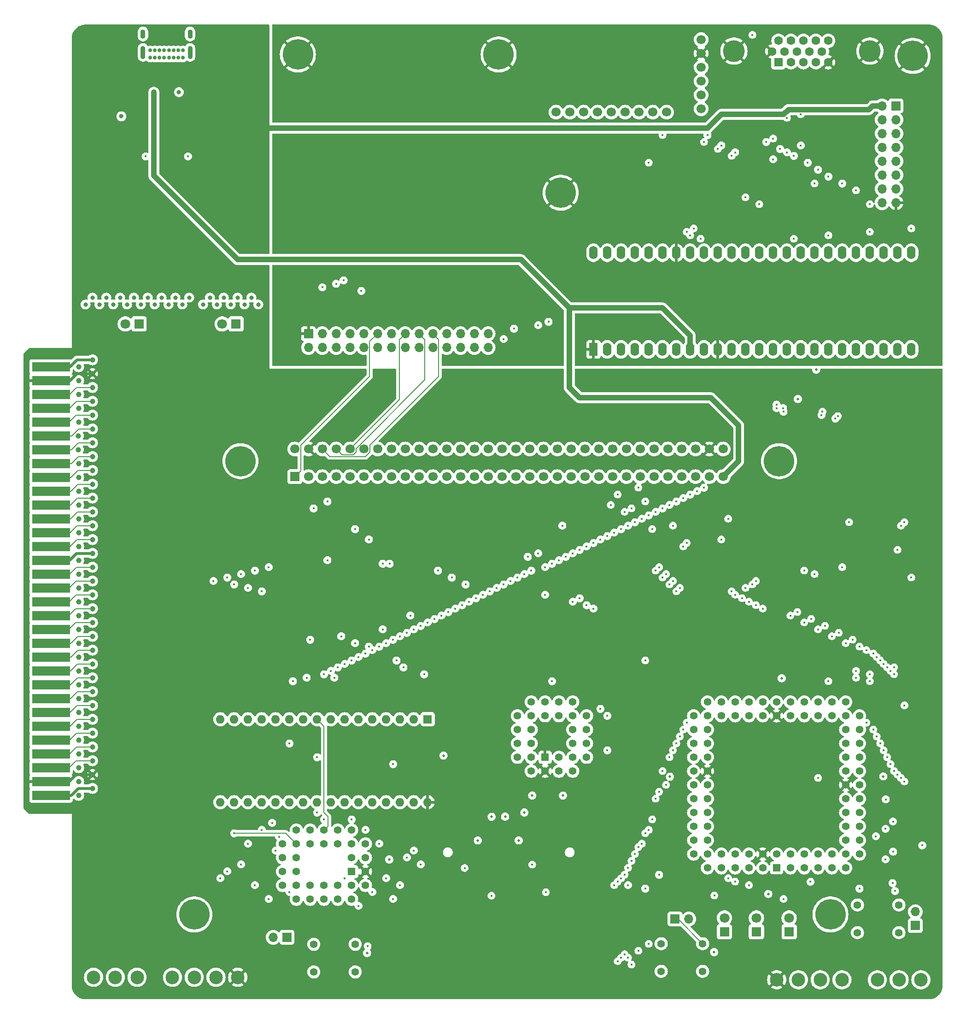
<source format=gbr>
%TF.GenerationSoftware,KiCad,Pcbnew,8.0.0*%
%TF.CreationDate,2024-03-06T22:08:17-05:00*%
%TF.ProjectId,Sentinel 65X - Prototype 4,53656e74-696e-4656-9c20-363558202d20,rev?*%
%TF.SameCoordinates,Original*%
%TF.FileFunction,Copper,L6,Bot*%
%TF.FilePolarity,Positive*%
%FSLAX46Y46*%
G04 Gerber Fmt 4.6, Leading zero omitted, Abs format (unit mm)*
G04 Created by KiCad (PCBNEW 8.0.0) date 2024-03-06 22:08:17*
%MOMM*%
%LPD*%
G01*
G04 APERTURE LIST*
%TA.AperFunction,ComponentPad*%
%ADD10C,2.500000*%
%TD*%
%TA.AperFunction,ComponentPad*%
%ADD11C,5.600000*%
%TD*%
%TA.AperFunction,ComponentPad*%
%ADD12R,1.700000X1.700000*%
%TD*%
%TA.AperFunction,ComponentPad*%
%ADD13O,1.700000X1.700000*%
%TD*%
%TA.AperFunction,ComponentPad*%
%ADD14R,1.422400X1.422400*%
%TD*%
%TA.AperFunction,ComponentPad*%
%ADD15C,1.422400*%
%TD*%
%TA.AperFunction,ConnectorPad*%
%ADD16R,7.000000X1.700000*%
%TD*%
%TA.AperFunction,ComponentPad*%
%ADD17C,1.000000*%
%TD*%
%TA.AperFunction,ComponentPad*%
%ADD18C,1.397000*%
%TD*%
%TA.AperFunction,ComponentPad*%
%ADD19R,1.800000X1.800000*%
%TD*%
%TA.AperFunction,ComponentPad*%
%ADD20C,1.800000*%
%TD*%
%TA.AperFunction,ComponentPad*%
%ADD21C,1.700000*%
%TD*%
%TA.AperFunction,ComponentPad*%
%ADD22C,0.700000*%
%TD*%
%TA.AperFunction,ComponentPad*%
%ADD23O,0.900000X2.400000*%
%TD*%
%TA.AperFunction,ComponentPad*%
%ADD24O,0.900000X1.700000*%
%TD*%
%TA.AperFunction,ComponentPad*%
%ADD25C,4.000000*%
%TD*%
%TA.AperFunction,ComponentPad*%
%ADD26R,1.600000X1.600000*%
%TD*%
%TA.AperFunction,ComponentPad*%
%ADD27C,1.600000*%
%TD*%
%TA.AperFunction,ComponentPad*%
%ADD28O,1.600000X1.600000*%
%TD*%
%TA.AperFunction,ComponentPad*%
%ADD29R,1.600000X2.400000*%
%TD*%
%TA.AperFunction,ComponentPad*%
%ADD30O,1.600000X2.400000*%
%TD*%
%TA.AperFunction,ViaPad*%
%ADD31C,0.500000*%
%TD*%
%TA.AperFunction,ViaPad*%
%ADD32C,0.450000*%
%TD*%
%TA.AperFunction,ViaPad*%
%ADD33C,0.800000*%
%TD*%
%TA.AperFunction,ViaPad*%
%ADD34C,0.600000*%
%TD*%
%TA.AperFunction,ViaPad*%
%ADD35C,0.400000*%
%TD*%
%TA.AperFunction,Conductor*%
%ADD36C,0.500000*%
%TD*%
%TA.AperFunction,Conductor*%
%ADD37C,1.000000*%
%TD*%
%TA.AperFunction,Conductor*%
%ADD38C,0.150000*%
%TD*%
G04 APERTURE END LIST*
D10*
%TO.P,J11,1,Pin_1*%
%TO.N,+3.3V*%
X117072102Y-226745000D03*
%TO.P,J11,2,Pin_2*%
%TO.N,/SNES_CLK*%
X113072102Y-226745000D03*
%TO.P,J11,3,Pin_3*%
%TO.N,/SNES_LATCH*%
X109072102Y-226745000D03*
%TO.P,J11,4,Pin_4*%
%TO.N,/SNES_DATA0*%
X105072102Y-226745000D03*
%TO.P,J11,5,Pin_5*%
%TO.N,/I2C_SCL*%
X98572102Y-226745000D03*
%TO.P,J11,6,Pin_6*%
%TO.N,/I2C_SDA*%
X94572102Y-226745000D03*
%TO.P,J11,7,Pin_7*%
%TO.N,GND*%
X90572102Y-226745000D03*
%TD*%
D11*
%TO.P,H6,1,1*%
%TO.N,GND*%
X128117172Y-57207679D03*
%TD*%
D12*
%TO.P,J6,1,Pin_1*%
%TO.N,Net-(J6-Pin_1)*%
X241623621Y-217254071D03*
D13*
%TO.P,J6,2,Pin_2*%
%TO.N,Net-(J6-Pin_2)*%
X241623621Y-214714071D03*
%TD*%
D14*
%TO.P,U6,1,VCC*%
%TO.N,+3.3V*%
X173565852Y-186327679D03*
D15*
%TO.P,U6,2,CLK/IN*%
%TO.N,/PHI2*%
X176105852Y-188867679D03*
%TO.P,U6,3,IN*%
%TO.N,/R{slash}~{W}*%
X176105852Y-186327679D03*
%TO.P,U6,4,IN*%
%TO.N,unconnected-(U6-IN-Pad4)*%
X178645852Y-188867679D03*
%TO.P,U6,5,IN/PD*%
%TO.N,unconnected-(U6-IN{slash}PD-Pad5)*%
X181185852Y-186327679D03*
%TO.P,U6,6,IN*%
%TO.N,/~{CS}4*%
X178645852Y-186327679D03*
%TO.P,U6,7,IN*%
%TO.N,/~{CS}5*%
X181185852Y-183787679D03*
%TO.P,U6,8,GND*%
%TO.N,GND*%
X178645852Y-183787679D03*
%TO.P,U6,9,IN*%
%TO.N,/~{CS}6*%
X181185852Y-181247679D03*
%TO.P,U6,10,IN*%
%TO.N,/A19*%
X178645852Y-181247679D03*
%TO.P,U6,11,IN*%
%TO.N,/A20*%
X181185852Y-178707679D03*
%TO.P,U6,12,IN*%
%TO.N,/A21*%
X178645852Y-176167679D03*
%TO.P,U6,13,IN*%
%TO.N,/A22*%
X178645852Y-178707679D03*
%TO.P,U6,14,GND*%
%TO.N,GND*%
X176105852Y-176167679D03*
%TO.P,U6,15,GND*%
X176105852Y-178707679D03*
%TO.P,U6,16,IN*%
%TO.N,/A23*%
X173565852Y-176167679D03*
%TO.P,U6,17,I/O*%
%TO.N,unconnected-(U6-I{slash}O-Pad17)*%
X173565852Y-178707679D03*
%TO.P,U6,18,I/O*%
%TO.N,unconnected-(U6-I{slash}O-Pad18)*%
X171025852Y-176167679D03*
%TO.P,U6,19,I/O*%
%TO.N,unconnected-(U6-I{slash}O-Pad19)*%
X168485852Y-178707679D03*
%TO.P,U6,20,I/O*%
%TO.N,unconnected-(U6-I{slash}O-Pad20)*%
X171025852Y-178707679D03*
%TO.P,U6,21,I/O*%
%TO.N,/~{RAM}1*%
X168485852Y-181247679D03*
%TO.P,U6,22,GND*%
%TO.N,GND*%
X171025852Y-181247679D03*
%TO.P,U6,23,I/O*%
%TO.N,/~{RAM}0*%
X168485852Y-183787679D03*
%TO.P,U6,24,I/O*%
%TO.N,/~{ROM}1*%
X171025852Y-183787679D03*
%TO.P,U6,25,I/O*%
%TO.N,/~{ROM}0*%
X168485852Y-186327679D03*
%TO.P,U6,26,I/O*%
%TO.N,/~{RD}*%
X171025852Y-188867679D03*
%TO.P,U6,27,I/O*%
%TO.N,/~{WR}*%
X171025852Y-186327679D03*
%TO.P,U6,28,VCC*%
%TO.N,+3.3V*%
X173565852Y-188867679D03*
%TD*%
D16*
%TO.P,J3,a1,Pin_a1*%
%TO.N,GND*%
X82760852Y-193312679D03*
D17*
X90380852Y-192042679D03*
D16*
%TO.P,J3,a2,Pin_a2*%
%TO.N,+3.3V*%
X82760852Y-190772679D03*
D17*
X90380852Y-189502679D03*
D16*
%TO.P,J3,a3,Pin_a3*%
%TO.N,/A1*%
X82760852Y-188232679D03*
D17*
X90380852Y-186962679D03*
D16*
%TO.P,J3,a4,Pin_a4*%
%TO.N,/A3*%
X82760852Y-185692679D03*
D17*
X90380852Y-184422679D03*
D16*
%TO.P,J3,a5,Pin_a5*%
%TO.N,/A5*%
X82760852Y-183152679D03*
D17*
X90380852Y-181882679D03*
D16*
%TO.P,J3,a6,Pin_a6*%
%TO.N,/A7*%
X82760852Y-180612679D03*
D17*
X90380852Y-179342679D03*
D16*
%TO.P,J3,a7,Pin_a7*%
%TO.N,/A9*%
X82760852Y-178072679D03*
D17*
X90380852Y-176802679D03*
D16*
%TO.P,J3,a8,Pin_a8*%
%TO.N,/A11*%
X82760852Y-175532679D03*
D17*
X90380852Y-174262679D03*
D16*
%TO.P,J3,a9,Pin_a9*%
%TO.N,/A13*%
X82760852Y-172992679D03*
D17*
X90380852Y-171722679D03*
D16*
%TO.P,J3,a10,Pin_a10*%
%TO.N,/A15*%
X82760852Y-170452679D03*
D17*
X90380852Y-169182679D03*
D16*
%TO.P,J3,a11,Pin_a11*%
%TO.N,/A17*%
X82760852Y-167912679D03*
D17*
X90380852Y-166642679D03*
D16*
%TO.P,J3,a12,Pin_a12*%
%TO.N,/A19*%
X82760852Y-165372679D03*
D17*
X90380852Y-164102679D03*
D16*
%TO.P,J3,a13,Pin_a13*%
%TO.N,/A21*%
X82760852Y-162832679D03*
D17*
X90380852Y-161562679D03*
D16*
%TO.P,J3,a14,Pin_a14*%
%TO.N,/A23*%
X82760852Y-160292679D03*
D17*
X90380852Y-159022679D03*
D16*
%TO.P,J3,a15,Pin_a15*%
%TO.N,/D1*%
X82760852Y-157752679D03*
D17*
X90380852Y-156482679D03*
D16*
%TO.P,J3,a16,Pin_a16*%
%TO.N,/D3*%
X82760852Y-155212679D03*
D17*
X90380852Y-153942679D03*
D16*
%TO.P,J3,a17,Pin_a17*%
%TO.N,/D5*%
X82760852Y-152672679D03*
D17*
X90380852Y-151402679D03*
D16*
%TO.P,J3,a18,Pin_a18*%
%TO.N,GND*%
X82760852Y-150132679D03*
D17*
X90380852Y-148862679D03*
D16*
%TO.P,J3,a19,Pin_a19*%
%TO.N,/~{WR}*%
X82760852Y-147592679D03*
D17*
X90380852Y-146322679D03*
D16*
%TO.P,J3,a20,Pin_a20*%
%TO.N,/~{RAM}1*%
X82760852Y-145052679D03*
D17*
X90380852Y-143782679D03*
D16*
%TO.P,J3,a21,Pin_a21*%
%TO.N,/BE*%
X82760852Y-142512679D03*
D17*
X90380852Y-141242679D03*
D16*
%TO.P,J3,a22,Pin_a22*%
%TO.N,/~{CS}7*%
X82760852Y-139972679D03*
D17*
X90380852Y-138702679D03*
D16*
%TO.P,J3,a23,Pin_a23*%
%TO.N,/RUN*%
X82760852Y-137432679D03*
D17*
X90380852Y-136162679D03*
D16*
%TO.P,J3,a24,Pin_a24*%
%TO.N,/~{IRQ}*%
X82760852Y-134892679D03*
D17*
X90380852Y-133622679D03*
D16*
%TO.P,J3,a25,Pin_a25*%
%TO.N,/~{VIRQ}*%
X82760852Y-132352679D03*
D17*
X90380852Y-131082679D03*
D16*
%TO.P,J3,a26,Pin_a26*%
%TO.N,/~{NMI}*%
X82760852Y-129812679D03*
D17*
X90380852Y-128542679D03*
D16*
%TO.P,J3,a27,Pin_a27*%
%TO.N,/I2C_SCL*%
X82760852Y-127272679D03*
D17*
X90380852Y-126002679D03*
D16*
%TO.P,J3,a28,Pin_a28*%
%TO.N,/I2C_SDA*%
X82760852Y-124732679D03*
D17*
X90380852Y-123462679D03*
D16*
%TO.P,J3,a29,Pin_a29*%
%TO.N,/SNES_LATCH*%
X82760852Y-122192679D03*
D17*
X90380852Y-120922679D03*
D16*
%TO.P,J3,a30,Pin_a30*%
%TO.N,/SNES_CLK*%
X82760852Y-119652679D03*
D17*
X90380852Y-118382679D03*
D16*
%TO.P,J3,a31,Pin_a31*%
%TO.N,+3.3V*%
X82760852Y-117112679D03*
D17*
X90380852Y-115842679D03*
D16*
%TO.P,J3,a32,Pin_a32*%
%TO.N,GND*%
X82760852Y-114572679D03*
D17*
X90380852Y-113302679D03*
%TO.P,J3,b1,Pin_b1*%
%TO.N,/PHI2*%
X87840852Y-193312679D03*
%TO.P,J3,b2,Pin_b2*%
%TO.N,/~{RES}*%
X87840852Y-190772679D03*
%TO.P,J3,b3,Pin_b3*%
%TO.N,/A0*%
X87840852Y-188232679D03*
%TO.P,J3,b4,Pin_b4*%
%TO.N,/A2*%
X87840852Y-185692679D03*
%TO.P,J3,b5,Pin_b5*%
%TO.N,/A4*%
X87840852Y-183152679D03*
%TO.P,J3,b6,Pin_b6*%
%TO.N,/A6*%
X87840852Y-180612679D03*
%TO.P,J3,b7,Pin_b7*%
%TO.N,/A8*%
X87840852Y-178072679D03*
%TO.P,J3,b8,Pin_b8*%
%TO.N,/A10*%
X87840852Y-175532679D03*
%TO.P,J3,b9,Pin_b9*%
%TO.N,/A12*%
X87840852Y-172992679D03*
%TO.P,J3,b10,Pin_b10*%
%TO.N,/A14*%
X87840852Y-170452679D03*
%TO.P,J3,b11,Pin_b11*%
%TO.N,/A16*%
X87840852Y-167912679D03*
%TO.P,J3,b12,Pin_b12*%
%TO.N,/A18*%
X87840852Y-165372679D03*
%TO.P,J3,b13,Pin_b13*%
%TO.N,/A20*%
X87840852Y-162832679D03*
%TO.P,J3,b14,Pin_b14*%
%TO.N,/A22*%
X87840852Y-160292679D03*
%TO.P,J3,b15,Pin_b15*%
%TO.N,/D0*%
X87840852Y-157752679D03*
%TO.P,J3,b16,Pin_b16*%
%TO.N,/D2*%
X87840852Y-155212679D03*
%TO.P,J3,b17,Pin_b17*%
%TO.N,/D4*%
X87840852Y-152672679D03*
%TO.P,J3,b18,Pin_b18*%
%TO.N,/D6*%
X87840852Y-150132679D03*
%TO.P,J3,b19,Pin_b19*%
%TO.N,/D7*%
X87840852Y-147592679D03*
%TO.P,J3,b20,Pin_b20*%
%TO.N,/~{RD}*%
X87840852Y-145052679D03*
%TO.P,J3,b21,Pin_b21*%
%TO.N,/~{ROM}1*%
X87840852Y-142512679D03*
%TO.P,J3,b22,Pin_b22*%
%TO.N,/~{CS}6*%
X87840852Y-139972679D03*
%TO.P,J3,b23,Pin_b23*%
%TO.N,/~{I{slash}O}1*%
X87840852Y-137432679D03*
%TO.P,J3,b24,Pin_b24*%
%TO.N,/BA*%
X87840852Y-134892679D03*
%TO.P,J3,b25,Pin_b25*%
%TO.N,/R{slash}~{W}*%
X87840852Y-132352679D03*
%TO.P,J3,b26,Pin_b26*%
%TO.N,/~{I{slash}O}0*%
X87760852Y-129812679D03*
%TO.P,J3,b27,Pin_b27*%
%TO.N,/SNES_DATA0*%
X87760852Y-127272679D03*
%TO.P,J3,b28,Pin_b28*%
%TO.N,/SNES_DATA1*%
X87840852Y-124732679D03*
%TO.P,J3,b29,Pin_b29*%
%TO.N,/SNES_DATA2*%
X87840852Y-122192679D03*
%TO.P,J3,b30,Pin_b30*%
%TO.N,/SNES_DATA3*%
X87840852Y-119652679D03*
%TO.P,J3,b31,Pin_b31*%
%TO.N,unconnected-(J3-Pin_b31-Padb31)*%
X87840852Y-117112679D03*
%TO.P,J3,b32,Pin_b32*%
%TO.N,+5V*%
X87840852Y-114572679D03*
%TD*%
D18*
%TO.P,SW3,1,1*%
%TO.N,Net-(J7-Pin_1)*%
X131054121Y-220677140D03*
X138674121Y-220677140D03*
%TO.P,SW3,2,2*%
%TO.N,Net-(J7-Pin_2)*%
X131054121Y-225757140D03*
X138674121Y-225757140D03*
%TD*%
D12*
%TO.P,J5,1,Pin_1*%
%TO.N,Net-(J5-Pin_1)*%
X197439065Y-216036659D03*
D13*
%TO.P,J5,2,Pin_2*%
%TO.N,Net-(J5-Pin_2)*%
X199979065Y-216036659D03*
%TD*%
D12*
%TO.P,J7,1,Pin_1*%
%TO.N,Net-(J7-Pin_1)*%
X126127294Y-219395671D03*
D13*
%TO.P,J7,2,Pin_2*%
%TO.N,Net-(J7-Pin_2)*%
X123587294Y-219395671D03*
%TD*%
D19*
%TO.P,D4,1,K*%
%TO.N,GND*%
X212398173Y-218383531D03*
D20*
%TO.P,D4,2,A*%
%TO.N,Net-(D4-A)*%
X212398173Y-215843531D03*
%TD*%
D19*
%TO.P,D5,1,K*%
%TO.N,GND*%
X218418173Y-218383532D03*
D20*
%TO.P,D5,2,A*%
%TO.N,Net-(D5-A)*%
X218418173Y-215843532D03*
%TD*%
D18*
%TO.P,SW1,1,1*%
%TO.N,Net-(J5-Pin_1)*%
X194904065Y-220575449D03*
X202524065Y-220575449D03*
%TO.P,SW1,2,2*%
%TO.N,Net-(J5-Pin_2)*%
X194904065Y-225655449D03*
X202524065Y-225655449D03*
%TD*%
D21*
%TO.P,U5,1,SCK*%
%TO.N,/SYSCLK*%
X202250000Y-67170000D03*
%TO.P,U5,2,BCK*%
%TO.N,/BCK*%
X202250000Y-64630000D03*
%TO.P,U5,3,DIN*%
%TO.N,/ADATA*%
X202250000Y-62090000D03*
%TO.P,U5,4,LRCK*%
%TO.N,/LRCK*%
X202250000Y-59550000D03*
%TO.P,U5,5,GND*%
%TO.N,GND*%
X202250000Y-57010000D03*
%TO.P,U5,6,+5V*%
%TO.N,+5V*%
X202250000Y-54470000D03*
%TO.P,U5,7,LOUT*%
%TO.N,unconnected-(U5-LOUT-Pad7)*%
X175580000Y-67805000D03*
%TO.P,U5,8,AGND*%
%TO.N,unconnected-(U5-AGND-Pad8)*%
X178120000Y-67805000D03*
%TO.P,U5,9,ROUT*%
%TO.N,unconnected-(U5-ROUT-Pad9)*%
X180660000Y-67805000D03*
%TO.P,U5,10,AGND*%
%TO.N,unconnected-(U5-AGND-Pad10)*%
X183200000Y-67805000D03*
%TO.P,U5,11,A3V3*%
%TO.N,unconnected-(U5-A3V3-Pad11)*%
X185740000Y-67805000D03*
%TO.P,U5,12,FMT*%
%TO.N,unconnected-(U5-FMT-Pad12)*%
X188280000Y-67805000D03*
%TO.P,U5,13,XSMT*%
%TO.N,unconnected-(U5-XSMT-Pad13)*%
X190820000Y-67805000D03*
%TO.P,U5,14,DEMP*%
%TO.N,unconnected-(U5-DEMP-Pad14)*%
X193360000Y-67805000D03*
%TO.P,U5,15,FLT*%
%TO.N,unconnected-(U5-FLT-Pad15)*%
X195900000Y-67805000D03*
%TD*%
D14*
%TO.P,U2,1,VSS*%
%TO.N,GND*%
X216110852Y-206647679D03*
D15*
%TO.P,U2,2,P56*%
%TO.N,/RTS*%
X216110852Y-204107679D03*
%TO.P,U2,3,P57*%
%TO.N,/CTS*%
X218650852Y-206647679D03*
%TO.P,U2,4,P60*%
%TO.N,/~{SD_SS}*%
X218650852Y-204107679D03*
%TO.P,U2,5,P61*%
%TO.N,/BL3*%
X221190852Y-206647679D03*
%TO.P,U2,6,P62*%
%TO.N,/FCLK_SLOW*%
X221190852Y-204107679D03*
%TO.P,U2,7,P63*%
%TO.N,/~{BOOT_SEL}*%
X223730852Y-206647679D03*
%TO.P,U2,8,P64*%
%TO.N,/~{VIRQ}*%
X223730852Y-204107679D03*
%TO.P,U2,9,P65*%
%TO.N,/FCLK_FAST*%
X226270852Y-206647679D03*
%TO.P,U2,10,P66*%
%TO.N,/RXD*%
X226270852Y-204107679D03*
%TO.P,U2,11,P67*%
%TO.N,/TXD*%
X228810852Y-206647679D03*
%TO.P,U2,12,~{RES}*%
%TO.N,/~{RES}*%
X231350852Y-204107679D03*
%TO.P,U2,13,~{WE}*%
%TO.N,/R{slash}~{W}*%
X228810852Y-204107679D03*
%TO.P,U2,14,RUN*%
%TO.N,unconnected-(U2A-RUN-Pad14)*%
X231350852Y-201567679D03*
%TO.P,U2,15,~{FCLKO}*%
%TO.N,unconnected-(U2A-~{FCLKO}-Pad15)*%
X228810852Y-201567679D03*
%TO.P,U2,16,FCLK*%
%TO.N,/FCLK*%
X231350852Y-199027679D03*
%TO.P,U2,17,BE*%
%TO.N,/BE*%
X228810852Y-199027679D03*
%TO.P,U2,18,CLK*%
%TO.N,/CLK*%
X231350852Y-196487679D03*
%TO.P,U2,19,~{CLKO}*%
%TO.N,unconnected-(U2A-~{CLKO}-Pad19)*%
X228810852Y-196487679D03*
%TO.P,U2,20,PHI2*%
%TO.N,/PHI2*%
X231350852Y-193947679D03*
%TO.P,U2,21,BA*%
%TO.N,unconnected-(U2A-BA-Pad21)*%
X228810852Y-193947679D03*
%TO.P,U2,22,VSS*%
%TO.N,GND*%
X231350852Y-191407679D03*
%TO.P,U2,23,VDD*%
%TO.N,+3.3V*%
X228810852Y-191407679D03*
%TO.P,U2,24,A0*%
%TO.N,/A0*%
X231350852Y-188867679D03*
%TO.P,U2,25,A1*%
%TO.N,/A1*%
X228810852Y-188867679D03*
%TO.P,U2,26,A2*%
%TO.N,/A2*%
X231350852Y-186327679D03*
%TO.P,U2,27,A3*%
%TO.N,/A3*%
X228810852Y-186327679D03*
%TO.P,U2,28,A4*%
%TO.N,/A4*%
X231350852Y-183787679D03*
%TO.P,U2,29,A5*%
%TO.N,/A5*%
X228810852Y-183787679D03*
%TO.P,U2,30,A6*%
%TO.N,/A6*%
X231350852Y-181247679D03*
%TO.P,U2,31,A7*%
%TO.N,/A7*%
X228810852Y-181247679D03*
%TO.P,U2,32,A8*%
%TO.N,/A8*%
X231350852Y-178707679D03*
%TO.P,U2,33,A9*%
%TO.N,/A9*%
X228810852Y-176167679D03*
%TO.P,U2,34,A10*%
%TO.N,/A10*%
X228810852Y-178707679D03*
%TO.P,U2,35,A11*%
%TO.N,/A11*%
X226270852Y-176167679D03*
%TO.P,U2,36,A12*%
%TO.N,/A12*%
X226270852Y-178707679D03*
%TO.P,U2,37,A13*%
%TO.N,/A13*%
X223730852Y-176167679D03*
%TO.P,U2,38,A14*%
%TO.N,/A14*%
X223730852Y-178707679D03*
%TO.P,U2,39,A15*%
%TO.N,/A15*%
X221190852Y-176167679D03*
%TO.P,U2,40,A16*%
%TO.N,/A16*%
X221190852Y-178707679D03*
%TO.P,U2,41,A17*%
%TO.N,/A17*%
X218650852Y-176167679D03*
%TO.P,U2,42,A18*%
%TO.N,/A18*%
X218650852Y-178707679D03*
%TO.P,U2,43,VSS*%
%TO.N,GND*%
X216110852Y-176167679D03*
%TO.P,U2,44,VDD*%
%TO.N,+3.3V*%
X216110852Y-178707679D03*
%TO.P,U2,45,A19*%
%TO.N,/A19*%
X213570852Y-176167679D03*
%TO.P,U2,46,A20*%
%TO.N,/A20*%
X213570852Y-178707679D03*
%TO.P,U2,47,A21*%
%TO.N,/A21*%
X211030852Y-176167679D03*
%TO.P,U2,48,A22*%
%TO.N,/A22*%
X211030852Y-178707679D03*
%TO.P,U2,49,A23*%
%TO.N,/A23*%
X208490852Y-176167679D03*
%TO.P,U2,50,~{CS0}*%
%TO.N,/~{I{slash}O}0*%
X208490852Y-178707679D03*
%TO.P,U2,51,~{CS1}*%
%TO.N,/~{I{slash}O}1*%
X205950852Y-176167679D03*
%TO.P,U2,52,P72*%
%TO.N,/FPGA_SCK*%
X205950852Y-178707679D03*
%TO.P,U2,53,P73*%
%TO.N,/~{FPGA_SS}*%
X203410852Y-176167679D03*
%TO.P,U2,54,~{CS4}*%
%TO.N,/~{CS}4*%
X200870852Y-178707679D03*
%TO.P,U2,55,~{CS5}*%
%TO.N,/~{CS}5*%
X203410852Y-178707679D03*
%TO.P,U2,56,~{CS6}*%
%TO.N,/~{CS}6*%
X200870852Y-181247679D03*
%TO.P,U2,57,~{CS7}*%
%TO.N,/~{CS}7*%
X203410852Y-181247679D03*
%TO.P,U2,58,D0*%
%TO.N,/D0*%
X200870852Y-183787679D03*
%TO.P,U2,59,D1*%
%TO.N,/D1*%
X203410852Y-183787679D03*
%TO.P,U2,60,D2*%
%TO.N,/D2*%
X200870852Y-186327679D03*
%TO.P,U2,61,D3*%
%TO.N,/D3*%
X203410852Y-186327679D03*
%TO.P,U2,62,D4*%
%TO.N,/D4*%
X200870852Y-188867679D03*
%TO.P,U2,63,VDD*%
%TO.N,+3.3V*%
X203410852Y-188867679D03*
%TO.P,U2,64,VSS*%
%TO.N,GND*%
X200870852Y-191407679D03*
%TO.P,U2,65,D5*%
%TO.N,/D5*%
X203410852Y-191407679D03*
%TO.P,U2,66,D6*%
%TO.N,/D6*%
X200870852Y-193947679D03*
%TO.P,U2,67,D7*%
%TO.N,/D7*%
X203410852Y-193947679D03*
%TO.P,U2,68,TG0*%
%TO.N,unconnected-(U2A-TG0-Pad68)*%
X200870852Y-196487679D03*
%TO.P,U2,69,TG1*%
%TO.N,unconnected-(U2A-TG1-Pad69)*%
X203410852Y-196487679D03*
%TO.P,U2,70,~{NMI}*%
%TO.N,/~{NMI}*%
X200870852Y-199027679D03*
%TO.P,U2,71,~{IRQ}*%
%TO.N,/~{IRQ}*%
X203410852Y-199027679D03*
%TO.P,U2,72,P42*%
%TO.N,/~{FPGA_RESET}*%
X200870852Y-201567679D03*
%TO.P,U2,73,P43*%
%TO.N,/CDONE*%
X203410852Y-201567679D03*
%TO.P,U2,74,P44*%
%TO.N,/FPGA_MOSI*%
X200870852Y-204107679D03*
%TO.P,U2,75,P45*%
%TO.N,/FPGA_MISO*%
X203410852Y-206647679D03*
%TO.P,U2,76,P46*%
%TO.N,/I2C_SDA*%
X203410852Y-204107679D03*
%TO.P,U2,77,P47*%
%TO.N,/I2C_SCL*%
X205950852Y-206647679D03*
%TO.P,U2,78,P50*%
%TO.N,/SNES_CLK*%
X205950852Y-204107679D03*
%TO.P,U2,79,P51*%
%TO.N,/SNES_LATCH*%
X208490852Y-206647679D03*
%TO.P,U2,80,P52*%
%TO.N,/SNES_DATA0*%
X208490852Y-204107679D03*
%TO.P,U2,81,P53*%
%TO.N,/SNES_DATA1*%
X211030852Y-206647679D03*
%TO.P,U2,82,P54*%
%TO.N,/BL1*%
X211030852Y-204107679D03*
%TO.P,U2,83,P55*%
%TO.N,/BL2*%
X213570852Y-206647679D03*
%TO.P,U2,84,VDD*%
%TO.N,+3.3V*%
X213570852Y-204107679D03*
%TD*%
D21*
%TO.P,J2,a1,Pin_a1*%
%TO.N,GND*%
X127545871Y-129700000D03*
%TO.P,J2,a2,Pin_a2*%
%TO.N,+3.3V*%
X130085871Y-129700000D03*
%TO.P,J2,a3,Pin_a3*%
%TO.N,/A1*%
X132625871Y-129700000D03*
%TO.P,J2,a4,Pin_a4*%
%TO.N,/A3*%
X135165871Y-129700000D03*
%TO.P,J2,a5,Pin_a5*%
%TO.N,/A5*%
X137705871Y-129700000D03*
%TO.P,J2,a6,Pin_a6*%
%TO.N,/A7*%
X140245871Y-129700000D03*
%TO.P,J2,a7,Pin_a7*%
%TO.N,/A9*%
X142785871Y-129700000D03*
%TO.P,J2,a8,Pin_a8*%
%TO.N,/A11*%
X145325871Y-129700000D03*
%TO.P,J2,a9,Pin_a9*%
%TO.N,/A13*%
X147865871Y-129700000D03*
%TO.P,J2,a10,Pin_a10*%
%TO.N,/A15*%
X150405871Y-129700000D03*
%TO.P,J2,a11,Pin_a11*%
%TO.N,/A17*%
X152945871Y-129700000D03*
%TO.P,J2,a12,Pin_a12*%
%TO.N,/A19*%
X155485871Y-129700000D03*
%TO.P,J2,a13,Pin_a13*%
%TO.N,/A21*%
X158025871Y-129700000D03*
%TO.P,J2,a14,Pin_a14*%
%TO.N,/A23*%
X160565871Y-129700000D03*
%TO.P,J2,a15,Pin_a15*%
%TO.N,/D1*%
X163105871Y-129700000D03*
%TO.P,J2,a16,Pin_a16*%
%TO.N,/D3*%
X165645871Y-129700000D03*
%TO.P,J2,a17,Pin_a17*%
%TO.N,/D5*%
X168185871Y-129700000D03*
%TO.P,J2,a18,Pin_a18*%
%TO.N,GND*%
X170725871Y-129700000D03*
%TO.P,J2,a19,Pin_a19*%
%TO.N,/~{WR}*%
X173265871Y-129700000D03*
%TO.P,J2,a20,Pin_a20*%
%TO.N,/~{RAM}1*%
X175805871Y-129700000D03*
%TO.P,J2,a21,Pin_a21*%
%TO.N,/BE*%
X178345871Y-129700000D03*
%TO.P,J2,a22,Pin_a22*%
%TO.N,/~{CS}7*%
X180885871Y-129700000D03*
%TO.P,J2,a23,Pin_a23*%
%TO.N,/RUN*%
X183425871Y-129700000D03*
%TO.P,J2,a24,Pin_a24*%
%TO.N,/~{IRQ}*%
X185965871Y-129700000D03*
%TO.P,J2,a25,Pin_a25*%
%TO.N,/~{VIRQ}*%
X188505871Y-129700000D03*
%TO.P,J2,a26,Pin_a26*%
%TO.N,/~{NMI}*%
X191045871Y-129700000D03*
%TO.P,J2,a27,Pin_a27*%
%TO.N,/I2C_SCL*%
X193585871Y-129700000D03*
%TO.P,J2,a28,Pin_a28*%
%TO.N,/I2C_SDA*%
X196125871Y-129700000D03*
%TO.P,J2,a29,Pin_a29*%
%TO.N,/SNES_LATCH*%
X198665871Y-129700000D03*
%TO.P,J2,a30,Pin_a30*%
%TO.N,/SNES_CLK*%
X201205871Y-129700000D03*
%TO.P,J2,a31,Pin_a31*%
%TO.N,+3.3V*%
X203745871Y-129700000D03*
%TO.P,J2,a32,Pin_a32*%
%TO.N,GND*%
X206285871Y-129700000D03*
D12*
%TO.P,J2,b1,Pin_b1*%
%TO.N,/PHI2*%
X127545871Y-134780000D03*
D21*
%TO.P,J2,b2,Pin_b2*%
%TO.N,/~{RES}*%
X130085871Y-134780000D03*
%TO.P,J2,b3,Pin_b3*%
%TO.N,/A0*%
X132625871Y-134780000D03*
%TO.P,J2,b4,Pin_b4*%
%TO.N,/A2*%
X135165871Y-134780000D03*
%TO.P,J2,b5,Pin_b5*%
%TO.N,/A4*%
X137705871Y-134780000D03*
%TO.P,J2,b6,Pin_b6*%
%TO.N,/A6*%
X140245871Y-134780000D03*
%TO.P,J2,b7,Pin_b7*%
%TO.N,/A8*%
X142785871Y-134780000D03*
%TO.P,J2,b8,Pin_b8*%
%TO.N,/A10*%
X145325871Y-134780000D03*
%TO.P,J2,b9,Pin_b9*%
%TO.N,/A12*%
X147865871Y-134780000D03*
%TO.P,J2,b10,Pin_b10*%
%TO.N,/A14*%
X150405871Y-134780000D03*
%TO.P,J2,b11,Pin_b11*%
%TO.N,/A16*%
X152945871Y-134780000D03*
%TO.P,J2,b12,Pin_b12*%
%TO.N,/A18*%
X155485871Y-134780000D03*
%TO.P,J2,b13,Pin_b13*%
%TO.N,/A20*%
X158025871Y-134780000D03*
%TO.P,J2,b14,Pin_b14*%
%TO.N,/A22*%
X160565871Y-134780000D03*
%TO.P,J2,b15,Pin_b15*%
%TO.N,/D0*%
X163105871Y-134780000D03*
%TO.P,J2,b16,Pin_b16*%
%TO.N,/D2*%
X165645871Y-134780000D03*
%TO.P,J2,b17,Pin_b17*%
%TO.N,/D4*%
X168185871Y-134780000D03*
%TO.P,J2,b18,Pin_b18*%
%TO.N,/D6*%
X170725871Y-134780000D03*
%TO.P,J2,b19,Pin_b19*%
%TO.N,/D7*%
X173265871Y-134780000D03*
%TO.P,J2,b20,Pin_b20*%
%TO.N,/~{RD}*%
X175805871Y-134780000D03*
%TO.P,J2,b21,Pin_b21*%
%TO.N,/~{ROM}1*%
X178345871Y-134780000D03*
%TO.P,J2,b22,Pin_b22*%
%TO.N,/~{CS}6*%
X180885871Y-134780000D03*
%TO.P,J2,b23,Pin_b23*%
%TO.N,/~{I{slash}O}1*%
X183425871Y-134780000D03*
%TO.P,J2,b24,Pin_b24*%
%TO.N,/BA*%
X185965871Y-134780000D03*
%TO.P,J2,b25,Pin_b25*%
%TO.N,/R{slash}~{W}*%
X188505871Y-134780000D03*
%TO.P,J2,b26,Pin_b26*%
%TO.N,/~{I{slash}O}0*%
X191045871Y-134780000D03*
%TO.P,J2,b27,Pin_b27*%
%TO.N,/SNES_DATA0*%
X193585871Y-134780000D03*
%TO.P,J2,b28,Pin_b28*%
%TO.N,/SNES_DATA1*%
X196125871Y-134780000D03*
%TO.P,J2,b29,Pin_b29*%
%TO.N,/SNES_DATA2*%
X198665871Y-134780000D03*
%TO.P,J2,b30,Pin_b30*%
%TO.N,/SNES_DATA3*%
X201205871Y-134780000D03*
%TO.P,J2,b31,Pin_b31*%
%TO.N,unconnected-(J2-Pin_b31-Padb31)*%
X203745871Y-134780000D03*
%TO.P,J2,b32,Pin_b32*%
%TO.N,+5V*%
X206285871Y-134780000D03*
%TD*%
D11*
%TO.P,H1,1,1*%
%TO.N,GND*%
X176430000Y-82606339D03*
%TD*%
D22*
%TO.P,J10,A1,GND*%
%TO.N,GND*%
X106960922Y-57802658D03*
%TO.P,J10,A4,VBUS*%
%TO.N,+5V*%
X106110922Y-57802658D03*
%TO.P,J10,A5,CC1*%
%TO.N,Net-(J10-CC1)*%
X105260922Y-57802658D03*
%TO.P,J10,A6,D+*%
%TO.N,/D+*%
X104410922Y-57802658D03*
%TO.P,J10,A7,D-*%
%TO.N,/D-*%
X103560922Y-57802658D03*
%TO.P,J10,A8*%
%TO.N,N/C*%
X102710922Y-57802658D03*
%TO.P,J10,A9,VBUS*%
%TO.N,+5V*%
X101860922Y-57802658D03*
%TO.P,J10,A12,GND*%
%TO.N,GND*%
X101010922Y-57802658D03*
%TO.P,J10,B1,GND*%
X101010922Y-56452658D03*
%TO.P,J10,B4,VBUS*%
%TO.N,+5V*%
X101860922Y-56452658D03*
%TO.P,J10,B5,CC2*%
%TO.N,Net-(J10-CC2)*%
X102710922Y-56452658D03*
%TO.P,J10,B6,D+*%
%TO.N,/D+*%
X103560922Y-56452658D03*
%TO.P,J10,B7,D-*%
%TO.N,/D-*%
X104410922Y-56452658D03*
%TO.P,J10,B8*%
%TO.N,N/C*%
X105260922Y-56452658D03*
%TO.P,J10,B9,VBUS*%
%TO.N,+5V*%
X106110922Y-56452658D03*
%TO.P,J10,B12,GND*%
%TO.N,GND*%
X106960922Y-56452658D03*
D23*
%TO.P,J10,S1,SHIELD*%
X108310922Y-56822658D03*
D24*
X108310922Y-53442658D03*
D23*
X99660922Y-56822658D03*
D24*
X99660922Y-53442658D03*
%TD*%
D12*
%TO.P,J4,1,Pin_1*%
%TO.N,/R0*%
X238045000Y-66657679D03*
D13*
%TO.P,J4,2,Pin_2*%
%TO.N,+3.3V*%
X235505000Y-66657679D03*
%TO.P,J4,3,Pin_3*%
%TO.N,/R2*%
X238045000Y-69197679D03*
%TO.P,J4,4,Pin_4*%
%TO.N,/R1*%
X235505000Y-69197679D03*
%TO.P,J4,5,Pin_5*%
%TO.N,/G0*%
X238045000Y-71737679D03*
%TO.P,J4,6,Pin_6*%
%TO.N,/R3*%
X235505000Y-71737679D03*
%TO.P,J4,7,Pin_7*%
%TO.N,/G2*%
X238045000Y-74277679D03*
%TO.P,J4,8,Pin_8*%
%TO.N,/G1*%
X235505000Y-74277679D03*
%TO.P,J4,9,Pin_9*%
%TO.N,/B0*%
X238045000Y-76817679D03*
%TO.P,J4,10,Pin_10*%
%TO.N,/G3*%
X235505000Y-76817679D03*
%TO.P,J4,11,Pin_11*%
%TO.N,/B2*%
X238045000Y-79357679D03*
%TO.P,J4,12,Pin_12*%
%TO.N,/B1*%
X235505000Y-79357679D03*
%TO.P,J4,13,Pin_13*%
%TO.N,/HSYNC*%
X238045000Y-81897679D03*
%TO.P,J4,14,Pin_14*%
%TO.N,/B3*%
X235505000Y-81897679D03*
%TO.P,J4,15,Pin_15*%
%TO.N,GND*%
X238045000Y-84437679D03*
%TO.P,J4,16,Pin_16*%
%TO.N,/VSYNC*%
X235505000Y-84437679D03*
%TD*%
D11*
%TO.P,H9,1,1*%
%TO.N,GND*%
X165023820Y-57207679D03*
%TD*%
D25*
%TO.P,J1,0*%
%TO.N,GND*%
X233260510Y-56596332D03*
X208260510Y-56596332D03*
D26*
%TO.P,J1,1*%
%TO.N,/RED*%
X216445510Y-58646332D03*
D27*
%TO.P,J1,2*%
%TO.N,/GREEN*%
X218735510Y-58646332D03*
%TO.P,J1,3*%
%TO.N,/BLUE*%
X221025510Y-58646332D03*
%TO.P,J1,4*%
%TO.N,unconnected-(J1-Pad4)*%
X223315510Y-58646332D03*
%TO.P,J1,5*%
%TO.N,GND*%
X225605510Y-58646332D03*
%TO.P,J1,6*%
X215300510Y-56666332D03*
%TO.P,J1,7*%
X217590510Y-56666332D03*
%TO.P,J1,8*%
X219880510Y-56666332D03*
%TO.P,J1,9*%
%TO.N,unconnected-(J1-Pad9)*%
X222170510Y-56666332D03*
%TO.P,J1,10*%
%TO.N,GND*%
X224460510Y-56666332D03*
%TO.P,J1,11*%
%TO.N,unconnected-(J1-Pad11)*%
X216445510Y-54686332D03*
%TO.P,J1,12*%
%TO.N,unconnected-(J1-Pad12)*%
X218735510Y-54686332D03*
%TO.P,J1,13*%
%TO.N,/HSYNC*%
X221025510Y-54686332D03*
%TO.P,J1,14*%
%TO.N,/VSYNC*%
X223315510Y-54686332D03*
%TO.P,J1,15*%
%TO.N,unconnected-(J1-Pad15)*%
X225605510Y-54686332D03*
%TD*%
D11*
%TO.P,H8,1,1*%
%TO.N,GND*%
X216570852Y-131922500D03*
%TD*%
D19*
%TO.P,D2,1,K*%
%TO.N,GND*%
X98941704Y-106715358D03*
D20*
%TO.P,D2,2,A*%
%TO.N,Net-(D2-A)*%
X96401704Y-106715358D03*
%TD*%
D12*
%TO.P,J8,1,Pin_1*%
%TO.N,GND*%
X130070496Y-108505000D03*
D13*
%TO.P,J8,2,Pin_2*%
%TO.N,+3.3V*%
X130070496Y-111045000D03*
%TO.P,J8,3,Pin_3*%
%TO.N,/TXD*%
X132610496Y-108505000D03*
%TO.P,J8,4,Pin_4*%
%TO.N,/I2C_SCL*%
X132610496Y-111045000D03*
%TO.P,J8,5,Pin_5*%
%TO.N,/RXD*%
X135150496Y-108505000D03*
%TO.P,J8,6,Pin_6*%
%TO.N,/I2C_SDA*%
X135150496Y-111045000D03*
%TO.P,J8,7,Pin_7*%
%TO.N,/CTS*%
X137690496Y-108505000D03*
%TO.P,J8,8,Pin_8*%
%TO.N,/~{RES}*%
X137690496Y-111045000D03*
%TO.P,J8,9,Pin_9*%
%TO.N,/RTS*%
X140230496Y-108505000D03*
%TO.P,J8,10,Pin_10*%
%TO.N,/~{IRQ}*%
X140230496Y-111045000D03*
%TO.P,J8,11,Pin_11*%
%TO.N,/PHI2*%
X142770496Y-108505000D03*
%TO.P,J8,12,Pin_12*%
%TO.N,/~{I{slash}O}1*%
X142770496Y-111045000D03*
%TO.P,J8,13,Pin_13*%
%TO.N,/~{RD}*%
X145310496Y-108505000D03*
%TO.P,J8,14,Pin_14*%
%TO.N,/~{WR}*%
X145310496Y-111045000D03*
%TO.P,J8,15,Pin_15*%
%TO.N,/A5*%
X147850496Y-108505000D03*
%TO.P,J8,16,Pin_16*%
%TO.N,/A4*%
X147850496Y-111045000D03*
%TO.P,J8,17,Pin_17*%
%TO.N,/A3*%
X150390496Y-108505000D03*
%TO.P,J8,18,Pin_18*%
%TO.N,/A2*%
X150390496Y-111045000D03*
%TO.P,J8,19,Pin_19*%
%TO.N,/A1*%
X152930496Y-108505000D03*
%TO.P,J8,20,Pin_20*%
%TO.N,/A0*%
X152930496Y-111045000D03*
%TO.P,J8,21,Pin_21*%
%TO.N,/D7*%
X155470496Y-108505000D03*
%TO.P,J8,22,Pin_22*%
%TO.N,/D6*%
X155470496Y-111045000D03*
%TO.P,J8,23,Pin_23*%
%TO.N,/D5*%
X158010496Y-108505000D03*
%TO.P,J8,24,Pin_24*%
%TO.N,/D4*%
X158010496Y-111045000D03*
%TO.P,J8,25,Pin_25*%
%TO.N,/D3*%
X160550496Y-108505000D03*
%TO.P,J8,26,Pin_26*%
%TO.N,/D2*%
X160550496Y-111045000D03*
%TO.P,J8,27,Pin_27*%
%TO.N,/D1*%
X163090496Y-108505000D03*
%TO.P,J8,28,Pin_28*%
%TO.N,/D0*%
X163090496Y-111045000D03*
%TD*%
D19*
%TO.P,D1,1,K*%
%TO.N,GND*%
X116761448Y-106715358D03*
D20*
%TO.P,D1,2,A*%
%TO.N,Net-(D1-A)*%
X114221448Y-106715358D03*
%TD*%
D11*
%TO.P,H4,1,1*%
%TO.N,GND*%
X117570852Y-131922500D03*
%TD*%
D19*
%TO.P,D3,1,K*%
%TO.N,GND*%
X206518173Y-218383531D03*
D20*
%TO.P,D3,2,A*%
%TO.N,Net-(D3-A)*%
X206518173Y-215843531D03*
%TD*%
D26*
%TO.P,U3,1,A18*%
%TO.N,/A18*%
X151975852Y-179342679D03*
D28*
%TO.P,U3,2,A16*%
%TO.N,/A16*%
X149435852Y-179342679D03*
%TO.P,U3,3,A14*%
%TO.N,/A14*%
X146895852Y-179342679D03*
%TO.P,U3,4,A12*%
%TO.N,/A12*%
X144355852Y-179342679D03*
%TO.P,U3,5,A7*%
%TO.N,/A7*%
X141815852Y-179342679D03*
%TO.P,U3,6,A6*%
%TO.N,/A6*%
X139275852Y-179342679D03*
%TO.P,U3,7,A5*%
%TO.N,/A5*%
X136735852Y-179342679D03*
%TO.P,U3,8,A4*%
%TO.N,/A4*%
X134195852Y-179342679D03*
%TO.P,U3,9,A3*%
%TO.N,/A3*%
X131655852Y-179342679D03*
%TO.P,U3,10,A2*%
%TO.N,/A2*%
X129115852Y-179342679D03*
%TO.P,U3,11,A1*%
%TO.N,/A1*%
X126575852Y-179342679D03*
%TO.P,U3,12,A0*%
%TO.N,/A0*%
X124035852Y-179342679D03*
%TO.P,U3,13,DQ0*%
%TO.N,/D0*%
X121495852Y-179342679D03*
%TO.P,U3,14,DQ1*%
%TO.N,/D1*%
X118955852Y-179342679D03*
%TO.P,U3,15,DQ2*%
%TO.N,/D2*%
X116415852Y-179342679D03*
%TO.P,U3,16,VSS*%
%TO.N,GND*%
X113875852Y-179342679D03*
%TO.P,U3,17,DQ3*%
%TO.N,/D3*%
X113875852Y-194582679D03*
%TO.P,U3,18,DQ4*%
%TO.N,/D4*%
X116415852Y-194582679D03*
%TO.P,U3,19,DQ5*%
%TO.N,/D5*%
X118955852Y-194582679D03*
%TO.P,U3,20,DQ6*%
%TO.N,/D6*%
X121495852Y-194582679D03*
%TO.P,U3,21,DQ7*%
%TO.N,/D7*%
X124035852Y-194582679D03*
%TO.P,U3,22,CE#*%
%TO.N,/~{RAM}0*%
X126575852Y-194582679D03*
%TO.P,U3,23,A10*%
%TO.N,/A10*%
X129115852Y-194582679D03*
%TO.P,U3,24,OE#*%
%TO.N,/~{RD}*%
X131655852Y-194582679D03*
%TO.P,U3,25,A11*%
%TO.N,/A11*%
X134195852Y-194582679D03*
%TO.P,U3,26,A9*%
%TO.N,/A9*%
X136735852Y-194582679D03*
%TO.P,U3,27,A8*%
%TO.N,/A8*%
X139275852Y-194582679D03*
%TO.P,U3,28,A13*%
%TO.N,/A13*%
X141815852Y-194582679D03*
%TO.P,U3,29,WE#*%
%TO.N,/~{WR}*%
X144355852Y-194582679D03*
%TO.P,U3,30,A17*%
%TO.N,/A17*%
X146895852Y-194582679D03*
%TO.P,U3,31,A15*%
%TO.N,/A15*%
X149435852Y-194582679D03*
%TO.P,U3,32,VCC*%
%TO.N,+3.3V*%
X151975852Y-194582679D03*
%TD*%
D14*
%TO.P,U4,1,A18*%
%TO.N,/A18*%
X138005852Y-207327171D03*
D15*
%TO.P,U4,2,A16*%
%TO.N,/A16*%
X140545852Y-204787171D03*
%TO.P,U4,3,A15*%
%TO.N,/A15*%
X138005852Y-204787171D03*
%TO.P,U4,4,A12*%
%TO.N,/A12*%
X140545852Y-202247171D03*
%TO.P,U4,5,A7*%
%TO.N,/A7*%
X138005852Y-199707171D03*
%TO.P,U4,6,A6*%
%TO.N,/A6*%
X138005852Y-202247171D03*
%TO.P,U4,7,A5*%
%TO.N,/A5*%
X135465852Y-199707171D03*
%TO.P,U4,8,A4*%
%TO.N,/A4*%
X135465852Y-202247171D03*
%TO.P,U4,9,A3*%
%TO.N,/A3*%
X132925852Y-199707171D03*
%TO.P,U4,10,A2*%
%TO.N,/A2*%
X132925852Y-202247171D03*
%TO.P,U4,11,A1*%
%TO.N,/A1*%
X130385852Y-199707171D03*
%TO.P,U4,12,A0*%
%TO.N,/A0*%
X130385852Y-202247171D03*
%TO.P,U4,13,D0*%
%TO.N,/D0*%
X127845852Y-199707171D03*
%TO.P,U4,14,D1*%
%TO.N,/D1*%
X125305852Y-202247171D03*
%TO.P,U4,15,D2*%
%TO.N,/D2*%
X127845852Y-202247171D03*
%TO.P,U4,16,GND*%
%TO.N,GND*%
X125305852Y-204787171D03*
%TO.P,U4,17,D3*%
%TO.N,/D3*%
X127845852Y-204787171D03*
%TO.P,U4,18,D4*%
%TO.N,/D4*%
X125305852Y-207327171D03*
%TO.P,U4,19,D5*%
%TO.N,/D5*%
X127845852Y-207327171D03*
%TO.P,U4,20,D6*%
%TO.N,/D6*%
X125305852Y-209867171D03*
%TO.P,U4,21,D7*%
%TO.N,/D7*%
X127845852Y-212407171D03*
%TO.P,U4,22,~{CE}*%
%TO.N,/~{ROM}0*%
X127845852Y-209867171D03*
%TO.P,U4,23,A10*%
%TO.N,/A10*%
X130385852Y-212407171D03*
%TO.P,U4,24,~{OE}*%
%TO.N,/~{RD}*%
X130385852Y-209867171D03*
%TO.P,U4,25,A11*%
%TO.N,/A11*%
X132925852Y-212407171D03*
%TO.P,U4,26,A9*%
%TO.N,/A9*%
X132925852Y-209867171D03*
%TO.P,U4,27,A8*%
%TO.N,/A8*%
X135465852Y-212407171D03*
%TO.P,U4,28,A13*%
%TO.N,/A13*%
X135465852Y-209867171D03*
%TO.P,U4,29,A14*%
%TO.N,/A14*%
X138005852Y-212407171D03*
%TO.P,U4,30,A17*%
%TO.N,/A17*%
X140545852Y-209867171D03*
%TO.P,U4,31,~{WE}*%
%TO.N,/~{WR}*%
X138005852Y-209867171D03*
%TO.P,U4,32,VCC*%
%TO.N,+3.3V*%
X140545852Y-207327171D03*
%TD*%
D11*
%TO.P,H5,1,1*%
%TO.N,GND*%
X225998352Y-215207679D03*
%TD*%
%TO.P,H7,1,1*%
%TO.N,GND*%
X241133252Y-57482679D03*
%TD*%
D18*
%TO.P,SW2,1,1*%
%TO.N,Net-(J6-Pin_1)*%
X238602763Y-218541613D03*
X230982763Y-218541613D03*
%TO.P,SW2,2,2*%
%TO.N,Net-(J6-Pin_2)*%
X238602763Y-213461613D03*
X230982763Y-213461613D03*
%TD*%
D10*
%TO.P,J12,1,Pin_1*%
%TO.N,+3.3V*%
X216132102Y-227210000D03*
%TO.P,J12,2,Pin_2*%
%TO.N,/SNES_CLK*%
X220132102Y-227210000D03*
%TO.P,J12,3,Pin_3*%
%TO.N,/SNES_LATCH*%
X224132102Y-227210000D03*
%TO.P,J12,4,Pin_4*%
%TO.N,/SNES_DATA1*%
X228132102Y-227210000D03*
%TO.P,J12,5,Pin_5*%
%TO.N,/I2C_SCL*%
X234632102Y-227210000D03*
%TO.P,J12,6,Pin_6*%
%TO.N,/I2C_SDA*%
X238632102Y-227210000D03*
%TO.P,J12,7,Pin_7*%
%TO.N,GND*%
X242632102Y-227210000D03*
%TD*%
D29*
%TO.P,U1,1,GND*%
%TO.N,GND*%
X182455852Y-111397679D03*
D30*
%TO.P,U1,2,VIO*%
%TO.N,unconnected-(U1-VIO-Pad2)*%
X184995852Y-111397679D03*
%TO.P,U1,3,~{CRESET}*%
%TO.N,/~{FPGA_RESET}*%
X187535852Y-111397679D03*
%TO.P,U1,4,CDONE*%
%TO.N,/CDONE*%
X190075852Y-111397679D03*
%TO.P,U1,5,~{CE}*%
%TO.N,/~{I{slash}O}0*%
X192615852Y-111397679D03*
%TO.P,U1,6,A4*%
%TO.N,/A4*%
X195155852Y-111397679D03*
%TO.P,U1,7,R/~{W}*%
%TO.N,/R{slash}~{W}*%
X197695852Y-111397679D03*
%TO.P,U1,8,+5V*%
%TO.N,+5V*%
X200235852Y-111397679D03*
%TO.P,U1,9,+3.3V*%
%TO.N,unconnected-(U1-+3.3V-Pad9)*%
X202775852Y-111397679D03*
%TO.P,U1,10,GND*%
%TO.N,GND*%
X205315852Y-111397679D03*
%TO.P,U1,11,D0*%
%TO.N,/D0*%
X207855852Y-111397679D03*
%TO.P,U1,12,D1*%
%TO.N,/D1*%
X210395852Y-111397679D03*
%TO.P,U1,13,D2*%
%TO.N,/D2*%
X212935852Y-111397679D03*
%TO.P,U1,14,D3*%
%TO.N,/D3*%
X215475852Y-111397679D03*
%TO.P,U1,15,D6*%
%TO.N,/D6*%
X218015852Y-111397679D03*
%TO.P,U1,16,SYSCLK*%
%TO.N,/SYSCLK*%
X220555852Y-111397679D03*
%TO.P,U1,17,D5*%
%TO.N,/D5*%
X223095852Y-111397679D03*
%TO.P,U1,18,PHI2*%
%TO.N,/PHI2*%
X225635852Y-111397679D03*
%TO.P,U1,19,D7*%
%TO.N,/D7*%
X228175852Y-111397679D03*
%TO.P,U1,20,A1*%
%TO.N,/A1*%
X230715852Y-111397679D03*
%TO.P,U1,21,A0*%
%TO.N,/A0*%
X233255852Y-111397679D03*
%TO.P,U1,22,A3*%
%TO.N,/A3*%
X235795852Y-111397679D03*
%TO.P,U1,23,A2*%
%TO.N,/A2*%
X238335852Y-111397679D03*
%TO.P,U1,24,D4*%
%TO.N,/D4*%
X240875852Y-111397679D03*
%TO.P,U1,25,BCK*%
%TO.N,/BCK*%
X240875852Y-93637679D03*
%TO.P,U1,26,B0*%
%TO.N,/B0*%
X238335852Y-93637679D03*
%TO.P,U1,27,B1*%
%TO.N,/B1*%
X235795852Y-93637679D03*
%TO.P,U1,28,LRCK*%
%TO.N,/LRCK*%
X233255852Y-93637679D03*
%TO.P,U1,29,B3*%
%TO.N,/B3*%
X230715852Y-93637679D03*
%TO.P,U1,30,~{VIRQ}*%
%TO.N,/~{VIRQ}*%
X228175852Y-93637679D03*
%TO.P,U1,31,ADATA*%
%TO.N,/ADATA*%
X225635852Y-93637679D03*
%TO.P,U1,32,B2*%
%TO.N,/B2*%
X223095852Y-93637679D03*
%TO.P,U1,33,R0*%
%TO.N,/R0*%
X220555852Y-93637679D03*
%TO.P,U1,34,R1*%
%TO.N,/R1*%
X218015852Y-93637679D03*
%TO.P,U1,35,R3*%
%TO.N,/R3*%
X215475852Y-93637679D03*
%TO.P,U1,36,VSYNC*%
%TO.N,/VSYNC*%
X212935852Y-93637679D03*
%TO.P,U1,37,HSYNC*%
%TO.N,/HSYNC*%
X210395852Y-93637679D03*
%TO.P,U1,38,G2*%
%TO.N,/G2*%
X207855852Y-93637679D03*
%TO.P,U1,39,G1*%
%TO.N,/G1*%
X205315852Y-93637679D03*
%TO.P,U1,40,G0*%
%TO.N,/G0*%
X202775852Y-93637679D03*
%TO.P,U1,41,CLK_12M_EXT*%
%TO.N,unconnected-(U1-CLK_12M_EXT-Pad41)*%
X200235852Y-93637679D03*
%TO.P,U1,42,GND*%
%TO.N,GND*%
X197695852Y-93637679D03*
%TO.P,U1,43,R2*%
%TO.N,/R2*%
X195155852Y-93637679D03*
%TO.P,U1,44,G3*%
%TO.N,/G3*%
X192615852Y-93637679D03*
%TO.P,U1,45,FLASH_MISO*%
%TO.N,/FPGA_MISO*%
X190075852Y-93637679D03*
%TO.P,U1,46,FLASH_MOSI*%
%TO.N,/FPGA_MOSI*%
X187535852Y-93637679D03*
%TO.P,U1,47,FT_SCK*%
%TO.N,/FPGA_SCK*%
X184995852Y-93637679D03*
%TO.P,U1,48,~{FT_SS}*%
%TO.N,/~{FPGA_SS}*%
X182455852Y-93637679D03*
%TD*%
D11*
%TO.P,H3,1,1*%
%TO.N,GND*%
X109093352Y-215207679D03*
%TD*%
D31*
%TO.N,GND*%
X220021037Y-120498324D03*
X168698968Y-201597880D03*
X225781613Y-66088117D03*
X166214849Y-197243669D03*
D32*
X217294506Y-122192794D03*
D33*
X96730852Y-103142679D03*
X106890852Y-103142679D03*
X100540852Y-101872679D03*
X114510852Y-101872679D03*
X90380852Y-101872679D03*
X94190852Y-103142679D03*
D32*
X236178459Y-194075358D03*
X237878393Y-210904423D03*
D33*
X95460852Y-101872679D03*
X105620852Y-101872679D03*
X92920852Y-101872679D03*
D31*
X144918997Y-205109738D03*
D33*
X101810852Y-103142679D03*
X89110852Y-103142679D03*
X104350852Y-103142679D03*
D31*
X214569704Y-211429029D03*
D32*
X242889106Y-202506512D03*
D31*
X204633323Y-222129429D03*
X154881273Y-186017214D03*
X163735599Y-197271101D03*
X161198968Y-201597880D03*
D32*
X236135000Y-205075000D03*
D31*
X176854364Y-193378350D03*
D33*
X120860852Y-103142679D03*
D31*
X208012252Y-66068586D03*
D33*
X118320852Y-103142679D03*
X119590852Y-101872679D03*
X115780852Y-103142679D03*
X117050852Y-101872679D03*
X98000852Y-101872679D03*
D31*
X140826009Y-222282140D03*
D32*
X216114949Y-121552172D03*
D31*
X171202506Y-193362317D03*
D33*
X110700852Y-103142679D03*
X91650852Y-103142679D03*
D31*
X196500206Y-189907275D03*
X235725499Y-189831350D03*
X223374043Y-115108678D03*
D33*
X113240852Y-103142679D03*
X108160852Y-101872679D03*
D32*
X224534545Y-122843584D03*
X227350200Y-123658864D03*
D31*
X217060905Y-171813005D03*
D33*
X103080852Y-101872679D03*
X106253531Y-64136827D03*
X111970852Y-101872679D03*
D31*
X223688761Y-66088117D03*
X205903487Y-66082645D03*
X216939357Y-66082645D03*
D32*
X236135000Y-199475000D03*
D33*
X95675000Y-68575000D03*
D31*
X214760300Y-66082645D03*
D33*
X99270852Y-103142679D03*
D31*
%TO.N,+3.3V*%
X173696121Y-197282945D03*
X161716808Y-190757147D03*
X161710269Y-179336396D03*
D32*
X196415680Y-203777236D03*
D31*
X220555034Y-117815919D03*
D32*
X196443707Y-205813859D03*
D31*
X196500206Y-188006215D03*
D34*
X219285852Y-119017679D03*
D31*
X92606683Y-106735446D03*
D32*
X108580852Y-78542679D03*
X103380852Y-77242679D03*
X241136345Y-206457402D03*
D31*
X194640884Y-199038063D03*
X215148499Y-171803346D03*
X194629285Y-196509453D03*
D33*
X129115852Y-116477679D03*
D31*
X156214872Y-197271101D03*
X223398880Y-117815919D03*
D33*
X111925000Y-68575000D03*
D31*
X241454213Y-171003650D03*
X171208952Y-197271101D03*
D33*
X103953531Y-64136827D03*
D31*
X194606087Y-201543475D03*
X212649193Y-211417389D03*
X176230665Y-197318476D03*
X241476529Y-183705030D03*
X221958329Y-120510743D03*
X241441733Y-191946343D03*
D34*
X216745852Y-119017679D03*
D31*
X166214849Y-201594896D03*
X188783152Y-117890882D03*
D33*
X103953531Y-70436827D03*
D31*
X158773104Y-197282945D03*
D35*
%TO.N,/A1*%
X237065852Y-187597679D03*
X230715852Y-170452679D03*
X237065852Y-170452679D03*
D32*
X134195852Y-170452679D03*
X123400852Y-198392679D03*
%TO.N,/A3*%
X136735852Y-169182679D03*
D35*
X235795852Y-185057679D03*
X235795852Y-169182679D03*
%TO.N,/A5*%
X234525852Y-182517679D03*
X234525852Y-167912679D03*
D32*
X139275852Y-167912679D03*
%TO.N,/A7*%
X141815852Y-166642679D03*
X140545852Y-199662679D03*
D35*
X232620852Y-179977679D03*
X232620852Y-166642679D03*
D32*
%TO.N,/A9*%
X136735852Y-208552679D03*
D35*
X228810852Y-165372679D03*
D32*
X138640852Y-165372679D03*
X144355852Y-165372679D03*
%TO.N,/A11*%
X136100852Y-164102679D03*
D35*
X226270852Y-164102679D03*
D32*
X146895852Y-164102679D03*
%TO.N,/A13*%
X141815852Y-211092679D03*
D35*
X223730852Y-162832679D03*
D32*
X143720852Y-162832679D03*
X149435852Y-162832679D03*
%TO.N,/A15*%
X151975852Y-161562679D03*
D35*
X221190852Y-161562679D03*
D32*
X149435852Y-203472679D03*
%TO.N,/A17*%
X154515852Y-160292679D03*
D35*
X218650852Y-160292679D03*
D32*
X146895852Y-209822679D03*
X148800852Y-160292679D03*
D35*
%TO.N,/A19*%
X213570852Y-159022679D03*
D32*
X182455852Y-159022679D03*
X157055852Y-159022679D03*
%TO.N,/A21*%
X178645852Y-157752679D03*
X159595852Y-157752679D03*
D35*
X211030852Y-157752679D03*
D32*
%TO.N,/A23*%
X173565852Y-156482679D03*
D35*
X208490852Y-156482679D03*
D32*
X162135852Y-156482679D03*
D35*
%TO.N,/D1*%
X198330852Y-182517679D03*
X210395852Y-155212679D03*
D32*
X164675852Y-155212679D03*
X118955852Y-202202679D03*
D35*
X198330852Y-155212679D03*
D32*
X118955852Y-155212679D03*
%TO.N,/D3*%
X112605852Y-153942679D03*
X165945852Y-109492679D03*
D35*
X197060852Y-185057679D03*
D32*
X113875852Y-208552679D03*
D35*
X197060852Y-153942679D03*
D32*
X167215852Y-153942679D03*
D35*
X212300852Y-153942679D03*
%TO.N,/D5*%
X223095852Y-152672679D03*
D32*
X167850852Y-107587679D03*
X117685852Y-152672679D03*
D35*
X195790852Y-152672679D03*
X195790852Y-191407679D03*
D32*
X117685852Y-206012679D03*
X169755852Y-152672679D03*
%TO.N,/~{WR}*%
X144355852Y-208552679D03*
X143720852Y-150767679D03*
X144990852Y-150767679D03*
X174835852Y-150767679D03*
X145625852Y-187597679D03*
D35*
%TO.N,/BE*%
X238335852Y-189502679D03*
D32*
X179915852Y-148227679D03*
X237509347Y-198128346D03*
D35*
X238335852Y-148227679D03*
D32*
%TO.N,/RUN*%
X184995852Y-145687679D03*
%TO.N,/~{IRQ}*%
X138640852Y-144417679D03*
X187535852Y-144417679D03*
D35*
X193250852Y-144417679D03*
X193250852Y-197757679D03*
%TO.N,/~{VIRQ}*%
X239605852Y-190772679D03*
X229445852Y-143147679D03*
D32*
X190075852Y-143147679D03*
D35*
X223730852Y-190137679D03*
D32*
X239605852Y-176802679D03*
D35*
X239605852Y-143147679D03*
%TO.N,/~{NMI}*%
X192615852Y-199662679D03*
X140955622Y-221025397D03*
X192615852Y-220617679D03*
D32*
X192615852Y-141877679D03*
%TO.N,/I2C_SCL*%
X195155852Y-140607679D03*
X131020852Y-140607679D03*
D35*
X189440852Y-140607679D03*
D32*
X194520852Y-207917679D03*
D35*
X188170852Y-222522679D03*
X188170852Y-207917679D03*
D32*
%TO.N,/I2C_SDA*%
X197695852Y-139337679D03*
X133560852Y-139337679D03*
D35*
X190710852Y-221887679D03*
X191980852Y-139337679D03*
X190710852Y-202837679D03*
%TO.N,/SNES_LATCH*%
X186900852Y-138067679D03*
X186900852Y-209187679D03*
D32*
X200235852Y-138067679D03*
D35*
X208490852Y-209187679D03*
X186900852Y-223792679D03*
%TO.N,/SNES_CLK*%
X190710852Y-136797679D03*
X189440852Y-205377679D03*
D32*
X202775852Y-136797679D03*
D35*
X189440852Y-224427679D03*
D32*
%TO.N,/PHI2*%
X127210852Y-172357679D03*
D35*
X225635852Y-172357679D03*
D32*
X174835852Y-172357679D03*
D35*
X233255852Y-172357679D03*
D32*
%TO.N,/~{RES}*%
X134830852Y-171722679D03*
D35*
X230715852Y-171722679D03*
D32*
X129750852Y-171722679D03*
X231350852Y-210457679D03*
X191980852Y-210457679D03*
D35*
%TO.N,/A0*%
X237700852Y-188867679D03*
X237700852Y-171087679D03*
D32*
X124035852Y-203472679D03*
D35*
X233255852Y-171087679D03*
D32*
X151340852Y-171087679D03*
X132925852Y-171087679D03*
%TO.N,/A2*%
X124670852Y-200932679D03*
D35*
X237700852Y-169817679D03*
D32*
X135465852Y-169817679D03*
X147530852Y-169817679D03*
D35*
X236430852Y-186327679D03*
X236430852Y-169817679D03*
D32*
%TO.N,/A4*%
X132925852Y-197757679D03*
X146260852Y-168547679D03*
D35*
X235160852Y-183787679D03*
X191980852Y-168547679D03*
X235160852Y-168547679D03*
D32*
X138005852Y-168547679D03*
%TO.N,/A6*%
X140545852Y-167277679D03*
D35*
X233890852Y-167277679D03*
X233890852Y-181247679D03*
D32*
X138005852Y-197757679D03*
%TO.N,/A8*%
X139275852Y-213632679D03*
X143085852Y-166007679D03*
D35*
X231350852Y-166007679D03*
D32*
X141180852Y-166007679D03*
D35*
%TO.N,/A10*%
X230080852Y-164737679D03*
D32*
X145625852Y-164737679D03*
X130385852Y-164737679D03*
X126575852Y-211092679D03*
D35*
%TO.N,/A12*%
X227540852Y-163467679D03*
D32*
X148165852Y-163467679D03*
X143085852Y-202202679D03*
D35*
%TO.N,/A14*%
X225000852Y-162197679D03*
D32*
X145625852Y-212362679D03*
X150705852Y-162197679D03*
D35*
%TO.N,/A16*%
X222460852Y-160927679D03*
D32*
X153245852Y-160927679D03*
X148165852Y-204742679D03*
%TO.N,/A18*%
X150705852Y-206012679D03*
X155785852Y-159657679D03*
D35*
X219920852Y-159657679D03*
%TO.N,/A20*%
X212300852Y-158387679D03*
D32*
X158325852Y-158387679D03*
X181185852Y-158387679D03*
%TO.N,/A22*%
X160865852Y-157117679D03*
D35*
X209760852Y-157117679D03*
D32*
X179915852Y-157117679D03*
D35*
%TO.N,/D0*%
X197695852Y-155847679D03*
X207855852Y-155847679D03*
D32*
X163405852Y-155847679D03*
X121495852Y-155847679D03*
D35*
X197695852Y-183787679D03*
D32*
X121495852Y-199662679D03*
%TO.N,/D2*%
X165945852Y-154577679D03*
X116415852Y-200297679D03*
X116415852Y-154577679D03*
X158960852Y-154577679D03*
D35*
X196425852Y-154577679D03*
X211665852Y-154577679D03*
X196425852Y-186327679D03*
D32*
%TO.N,/D4*%
X115145852Y-207282679D03*
D35*
X195155852Y-153307679D03*
X195155852Y-188867679D03*
X240875852Y-153307679D03*
D32*
X168485852Y-153307679D03*
X115145852Y-153307679D03*
X156420852Y-153307679D03*
%TO.N,/D6*%
X171025852Y-152037679D03*
X120225852Y-209822679D03*
D35*
X193885852Y-193947679D03*
D32*
X153880852Y-152037679D03*
D35*
X193885852Y-152037679D03*
D32*
X120225852Y-152037679D03*
D35*
X221190852Y-152037679D03*
%TO.N,/D7*%
X228175852Y-151402679D03*
D32*
X122765852Y-151402679D03*
X172295852Y-106952679D03*
D35*
X194520852Y-192677679D03*
D32*
X173565852Y-151402679D03*
X122765852Y-212362679D03*
D35*
X194520852Y-151402679D03*
D32*
%TO.N,/~{RD}*%
X131655852Y-196487679D03*
X174200852Y-106317679D03*
D31*
X169755852Y-196487679D03*
D32*
X133560852Y-150132679D03*
X176105852Y-150132679D03*
D35*
%TO.N,/~{CS}6*%
X198965852Y-147592679D03*
X198965852Y-181247679D03*
D32*
X181185852Y-147592679D03*
D35*
%TO.N,/~{I{slash}O}1*%
X205950852Y-146322679D03*
D32*
X141180852Y-146322679D03*
X183725852Y-146322679D03*
%TO.N,/BA*%
X186265852Y-145052679D03*
D35*
%TO.N,/R{slash}~{W}*%
X197060852Y-143782679D03*
D32*
X176740852Y-143782679D03*
X188805852Y-143782679D03*
X237527591Y-203671171D03*
D35*
X238970852Y-190137679D03*
X238970852Y-143782679D03*
D32*
%TO.N,/~{I{slash}O}0*%
X191345852Y-142512679D03*
D35*
X207220852Y-142512679D03*
D32*
%TO.N,/SNES_DATA0*%
X193885852Y-141242679D03*
D35*
X187535852Y-223157679D03*
X207220852Y-208552679D03*
X188170852Y-141242679D03*
X187535852Y-208552679D03*
%TO.N,/SNES_DATA1*%
X188805852Y-223157679D03*
X211030852Y-209822679D03*
X186265852Y-209822679D03*
D32*
X188805852Y-209822679D03*
X196425852Y-139972679D03*
D35*
X185630852Y-139972679D03*
D32*
%TO.N,/SNES_DATA2*%
X198965852Y-138702679D03*
%TO.N,/SNES_DATA3*%
X201505852Y-137432679D03*
D35*
%TO.N,/FPGA_MISO*%
X158773968Y-206677880D03*
X188805852Y-206647679D03*
D32*
%TO.N,/RTS*%
X139780852Y-100642679D03*
X216110852Y-122192679D03*
%TO.N,/CTS*%
X136530852Y-98692679D03*
X217380852Y-122827679D03*
%TO.N,/RXD*%
X224365852Y-123462679D03*
X135150496Y-99342679D03*
%TO.N,/TXD*%
X132630852Y-99992679D03*
X226905852Y-124097679D03*
D35*
%TO.N,/FPGA_SCK*%
X204680852Y-211727679D03*
X163698968Y-211757880D03*
D32*
%TO.N,/~{CS}4*%
X184995852Y-178707679D03*
X184995852Y-185057679D03*
%TO.N,/~{CS}5*%
X183725852Y-177437679D03*
D35*
%TO.N,/~{CS}7*%
X199600852Y-146957679D03*
D32*
X182455852Y-146957679D03*
D35*
X199600852Y-179977679D03*
%TO.N,/~{FPGA_RESET}*%
X191345852Y-202202679D03*
%TO.N,/CDONE*%
X191980852Y-200297679D03*
%TO.N,/FPGA_MOSI*%
X190075852Y-204107679D03*
X171198968Y-206042880D03*
%TO.N,/~{SD_SS}*%
X173698968Y-211122880D03*
X217380852Y-212362679D03*
D32*
%TO.N,/~{ROM}0*%
X131655852Y-186327679D03*
%TO.N,/~{RAM}0*%
X126575852Y-183787679D03*
%TO.N,/~{RAM}1*%
X170390852Y-149497679D03*
X177375852Y-149497679D03*
%TO.N,/~{ROM}1*%
X178645852Y-148862679D03*
X172295852Y-148862679D03*
D33*
%TO.N,+5V*%
X101653531Y-64136827D03*
X117030852Y-94792679D03*
X169120852Y-94887679D03*
D35*
%TO.N,/SYSCLK*%
X219285852Y-91077679D03*
X202140852Y-91077679D03*
D32*
%TO.N,/R0*%
X205950852Y-73932679D03*
X220555852Y-73932679D03*
D35*
X220555852Y-68217679D03*
D32*
%TO.N,/R2*%
X203410852Y-72027679D03*
D35*
X195155852Y-72027679D03*
%TO.N,/R1*%
X218015852Y-68852679D03*
D32*
X218015852Y-75202679D03*
X208490852Y-75202679D03*
%TO.N,/G0*%
X214205852Y-73297679D03*
D35*
X202775852Y-73297679D03*
%TO.N,/R3*%
X215475852Y-72662679D03*
D32*
X215475852Y-76472679D03*
D35*
%TO.N,/G2*%
X207855852Y-75837679D03*
D32*
X219285852Y-75837679D03*
D35*
%TO.N,/G1*%
X205315852Y-74567679D03*
D32*
X216745852Y-74567679D03*
%TO.N,/B0*%
X223730852Y-78377679D03*
D35*
%TO.N,/G3*%
X192615852Y-77107679D03*
D32*
X221825852Y-77107679D03*
%TO.N,/B2*%
X228175852Y-80917679D03*
D35*
X223095852Y-80917679D03*
D32*
%TO.N,/B1*%
X225635852Y-79647679D03*
D35*
%TO.N,/HSYNC*%
X210395852Y-83457679D03*
X211665852Y-53612679D03*
%TO.N,/B3*%
X230715852Y-82187679D03*
%TO.N,/VSYNC*%
X233255852Y-84727679D03*
X212935852Y-84727679D03*
%TO.N,/BCK*%
X200870852Y-89172679D03*
X240875852Y-89172679D03*
%TO.N,/ADATA*%
X200235852Y-90442679D03*
X225635852Y-90442679D03*
%TO.N,/LRCK*%
X199600852Y-89807679D03*
X233255852Y-89807679D03*
D32*
%TO.N,/FCLK_SLOW*%
X222330852Y-209192679D03*
X237435442Y-209440537D03*
%TO.N,/FCLK_FAST*%
X234356283Y-200836595D03*
%TO.N,/D+*%
X107930852Y-75942679D03*
%TO.N,/D-*%
X100130852Y-75942679D03*
%TD*%
D36*
%TO.N,GND*%
X86190861Y-150132679D02*
X82760852Y-150132679D01*
X87460861Y-148862679D02*
X90380852Y-148862679D01*
X90380852Y-192042679D02*
X87780861Y-192042679D01*
X87520861Y-113302679D02*
X90380852Y-113302679D01*
X87460861Y-148862679D02*
X86190861Y-150132679D01*
X87780861Y-192042679D02*
X86510861Y-193312679D01*
X86250861Y-114572679D02*
X82760852Y-114572679D01*
X86510861Y-193312679D02*
X82760852Y-193312679D01*
X87520861Y-113302679D02*
X86250861Y-114572679D01*
D37*
%TO.N,+3.3V*%
X233755000Y-66657679D02*
X233070000Y-67342679D01*
D36*
X87320861Y-189502679D02*
X86050861Y-190772679D01*
X90380852Y-189502679D02*
X87320861Y-189502679D01*
X86210861Y-117112679D02*
X82760852Y-117112679D01*
D37*
X233070000Y-67342679D02*
X218288415Y-67342679D01*
X217413415Y-68217679D02*
X205950852Y-68217679D01*
D36*
X87480861Y-115842679D02*
X86210861Y-117112679D01*
D37*
X105675000Y-70436827D02*
X103953531Y-70436827D01*
X235505000Y-66657679D02*
X233755000Y-66657679D01*
D36*
X86050861Y-190772679D02*
X82760852Y-190772679D01*
D37*
X107295852Y-70757679D02*
X107280852Y-70742679D01*
X203410852Y-70757679D02*
X107295852Y-70757679D01*
X105980852Y-70742679D02*
X105675000Y-70436827D01*
X205950852Y-68217679D02*
X203410852Y-70757679D01*
D36*
X87480861Y-115842679D02*
X90380852Y-115842679D01*
D37*
X218288415Y-67342679D02*
X217413415Y-68217679D01*
X107280852Y-70742679D02*
X105980852Y-70742679D01*
D38*
%TO.N,/A1*%
X134004602Y-131075000D02*
X132629602Y-129700000D01*
X140553531Y-131075000D02*
X134004602Y-131075000D01*
X90380852Y-186962679D02*
X87360861Y-186962679D01*
X154005496Y-109580000D02*
X154005496Y-116353035D01*
X152930496Y-108505000D02*
X154005496Y-109580000D01*
X154005496Y-116353035D02*
X141324602Y-129033929D01*
X141324602Y-129033929D02*
X141324602Y-130303929D01*
X141324602Y-130303929D02*
X140553531Y-131075000D01*
X87360861Y-186962679D02*
X86090861Y-188232679D01*
X86090861Y-188232679D02*
X82760852Y-188232679D01*
%TO.N,/A3*%
X132925852Y-196487679D02*
X133637052Y-197198879D01*
X139800591Y-128625000D02*
X138784602Y-129640989D01*
X133637052Y-197198879D02*
X133637052Y-198995971D01*
X150390496Y-108505000D02*
X151465496Y-109580000D01*
X87400861Y-184422679D02*
X86130861Y-185692679D01*
X90380852Y-184422679D02*
X87400861Y-184422679D01*
X139816426Y-128625000D02*
X139800591Y-128625000D01*
X138784602Y-129640989D02*
X138784602Y-130303929D01*
X133637052Y-198995971D02*
X132925852Y-199707171D01*
X151465496Y-109580000D02*
X151465496Y-116975930D01*
X151465496Y-116975930D02*
X139816426Y-128625000D01*
X138313531Y-130775000D02*
X136244602Y-130775000D01*
X86130861Y-185692679D02*
X82760852Y-185692679D01*
X131655852Y-179342679D02*
X132925852Y-180612679D01*
X138784602Y-130303929D02*
X138313531Y-130775000D01*
X136244602Y-130775000D02*
X135169602Y-129700000D01*
X132925852Y-180612679D02*
X132925852Y-196487679D01*
%TO.N,/A5*%
X86170861Y-183152679D02*
X82760852Y-183152679D01*
X147850496Y-108505000D02*
X146775496Y-109580000D01*
X146775496Y-120634106D02*
X137709602Y-129700000D01*
X90380852Y-181882679D02*
X87440861Y-181882679D01*
X87440861Y-181882679D02*
X86170861Y-183152679D01*
X146775496Y-109580000D02*
X146775496Y-120634106D01*
%TO.N,/A7*%
X86210861Y-180612679D02*
X82760852Y-180612679D01*
X87480861Y-179342679D02*
X86210861Y-180612679D01*
X90380852Y-179342679D02*
X87480861Y-179342679D01*
%TO.N,/A9*%
X87520861Y-176802679D02*
X86250861Y-178072679D01*
X86250861Y-178072679D02*
X82760852Y-178072679D01*
X90380852Y-176802679D02*
X87520861Y-176802679D01*
%TO.N,/A11*%
X87560861Y-174262679D02*
X86290861Y-175532679D01*
X86290861Y-175532679D02*
X82760852Y-175532679D01*
X90380852Y-174262679D02*
X87560861Y-174262679D01*
%TO.N,/A13*%
X90380852Y-171722679D02*
X87600861Y-171722679D01*
X86330861Y-172992679D02*
X82760852Y-172992679D01*
X87600861Y-171722679D02*
X86330861Y-172992679D01*
%TO.N,/A15*%
X90380852Y-169182679D02*
X87640861Y-169182679D01*
X87640861Y-169182679D02*
X86370861Y-170452679D01*
X86370861Y-170452679D02*
X82760852Y-170452679D01*
%TO.N,/A17*%
X86410861Y-167912679D02*
X82760852Y-167912679D01*
X87680861Y-166642679D02*
X86410861Y-167912679D01*
X90380852Y-166642679D02*
X87680861Y-166642679D01*
%TO.N,/A19*%
X90380852Y-164102679D02*
X87720861Y-164102679D01*
X86450861Y-165372679D02*
X82760852Y-165372679D01*
X87720861Y-164102679D02*
X86450861Y-165372679D01*
%TO.N,/A21*%
X90380852Y-161562679D02*
X87260861Y-161562679D01*
X87260861Y-161562679D02*
X85990861Y-162832679D01*
X85990861Y-162832679D02*
X82760852Y-162832679D01*
%TO.N,/A23*%
X90380852Y-159022679D02*
X87300861Y-159022679D01*
X87300861Y-159022679D02*
X86030861Y-160292679D01*
X86030861Y-160292679D02*
X82760852Y-160292679D01*
%TO.N,/D1*%
X90380852Y-156482679D02*
X87340861Y-156482679D01*
X86070861Y-157752679D02*
X82760852Y-157752679D01*
X87340861Y-156482679D02*
X86070861Y-157752679D01*
%TO.N,/D3*%
X90380852Y-153942679D02*
X87380861Y-153942679D01*
X86110861Y-155212679D02*
X82760852Y-155212679D01*
X87380861Y-153942679D02*
X86110861Y-155212679D01*
%TO.N,/D5*%
X86150861Y-152672679D02*
X82760852Y-152672679D01*
X90380852Y-151402679D02*
X87420861Y-151402679D01*
X87420861Y-151402679D02*
X86150861Y-152672679D01*
%TO.N,/~{WR}*%
X87500861Y-146322679D02*
X86230861Y-147592679D01*
X86230861Y-147592679D02*
X82760852Y-147592679D01*
X87500861Y-146322679D02*
X90380852Y-146322679D01*
%TO.N,/BE*%
X87563158Y-141242679D02*
X90380852Y-141242679D01*
X86293158Y-142512679D02*
X82760852Y-142512679D01*
X87563158Y-141242679D02*
X86293158Y-142512679D01*
%TO.N,/RUN*%
X86390861Y-137432679D02*
X82760852Y-137432679D01*
X87660861Y-136162679D02*
X86390861Y-137432679D01*
X87660861Y-136162679D02*
X90380852Y-136162679D01*
%TO.N,/~{IRQ}*%
X87700861Y-133622679D02*
X86430861Y-134892679D01*
X87700861Y-133622679D02*
X90380852Y-133622679D01*
X86430861Y-134892679D02*
X82760852Y-134892679D01*
%TO.N,/~{VIRQ}*%
X87740861Y-131082679D02*
X90380852Y-131082679D01*
X86470861Y-132352679D02*
X82760852Y-132352679D01*
X87740861Y-131082679D02*
X86470861Y-132352679D01*
%TO.N,/~{NMI}*%
X87780861Y-128542679D02*
X86510861Y-129812679D01*
X87780861Y-128542679D02*
X90380852Y-128542679D01*
X86510861Y-129812679D02*
X82760852Y-129812679D01*
%TO.N,/I2C_SCL*%
X87820861Y-126002679D02*
X86550861Y-127272679D01*
X87820861Y-126002679D02*
X90380852Y-126002679D01*
X86550861Y-127272679D02*
X82760852Y-127272679D01*
%TO.N,/I2C_SDA*%
X87360861Y-123462679D02*
X86090861Y-124732679D01*
X87360861Y-123462679D02*
X90380852Y-123462679D01*
X86090861Y-124732679D02*
X82760852Y-124732679D01*
%TO.N,/SNES_LATCH*%
X87400861Y-120922679D02*
X86130861Y-122192679D01*
X87400861Y-120922679D02*
X90380852Y-120922679D01*
X86130861Y-122192679D02*
X82760852Y-122192679D01*
%TO.N,/SNES_CLK*%
X87440861Y-118382679D02*
X90380852Y-118382679D01*
X87440861Y-118382679D02*
X86170861Y-119652679D01*
X86170861Y-119652679D02*
X82760852Y-119652679D01*
%TO.N,/PHI2*%
X128624602Y-133705000D02*
X127549602Y-134780000D01*
X128624602Y-129033929D02*
X128624602Y-133705000D01*
X142770496Y-108505000D02*
X141305496Y-109970000D01*
X141305496Y-109970000D02*
X141305496Y-116353035D01*
X141305496Y-116353035D02*
X128624602Y-129033929D01*
%TO.N,/D2*%
X125896360Y-200297679D02*
X127845852Y-202247171D01*
X116415852Y-200297679D02*
X125896360Y-200297679D01*
%TO.N,/~{CS}7*%
X86350861Y-139972679D02*
X82760852Y-139972679D01*
X87620861Y-138702679D02*
X90380852Y-138702679D01*
X87620861Y-138702679D02*
X86350861Y-139972679D01*
%TO.N,/~{RAM}1*%
X87540861Y-143782679D02*
X86270861Y-145052679D01*
X87540861Y-143782679D02*
X90380852Y-143782679D01*
X86270861Y-145052679D02*
X82760852Y-145052679D01*
D37*
%TO.N,+5V*%
X204045852Y-120287679D02*
X209125852Y-125367679D01*
X178010852Y-118382679D02*
X179915852Y-120287679D01*
X209125852Y-125367679D02*
X209125852Y-131943750D01*
X200235852Y-108857679D02*
X200235852Y-111397679D01*
X169120852Y-94887679D02*
X178010852Y-103777679D01*
X101653531Y-79490358D02*
X101653531Y-64136827D01*
X117050852Y-94887679D02*
X169120852Y-94887679D01*
X178010852Y-103777679D02*
X195155852Y-103777679D01*
X178010852Y-103777679D02*
X178010852Y-118382679D01*
X209125852Y-131943750D02*
X206289602Y-134780000D01*
X117050852Y-94887679D02*
X101653531Y-79490358D01*
X179915852Y-120287679D02*
X204045852Y-120287679D01*
X195155852Y-103777679D02*
X200235852Y-108857679D01*
D38*
%TO.N,Net-(J5-Pin_1)*%
X197439065Y-216036659D02*
X197985275Y-216036659D01*
X197985275Y-216036659D02*
X202524065Y-220575449D01*
%TD*%
%TA.AperFunction,Conductor*%
%TO.N,+3.3V*%
G36*
X140145852Y-207379832D02*
G01*
X140173111Y-207481565D01*
X140225772Y-207572777D01*
X140300246Y-207647251D01*
X140391458Y-207699912D01*
X140493191Y-207727171D01*
X140499405Y-207727171D01*
X139884137Y-208342436D01*
X139937939Y-208380108D01*
X140130013Y-208469673D01*
X140130018Y-208469676D01*
X140157863Y-208477136D01*
X140217525Y-208513499D01*
X140248056Y-208576346D01*
X140239763Y-208645721D01*
X140195279Y-208699600D01*
X140157870Y-208716686D01*
X140129851Y-208724194D01*
X140129841Y-208724198D01*
X139937687Y-208813800D01*
X139937683Y-208813802D01*
X139764015Y-208935406D01*
X139764009Y-208935411D01*
X139614092Y-209085328D01*
X139614087Y-209085334D01*
X139492483Y-209259002D01*
X139492481Y-209259006D01*
X139446995Y-209356553D01*
X139407833Y-209440537D01*
X139402879Y-209451160D01*
X139402876Y-209451167D01*
X139395627Y-209478222D01*
X139359261Y-209537882D01*
X139296414Y-209568411D01*
X139227039Y-209560116D01*
X139173161Y-209515630D01*
X139156077Y-209478222D01*
X139148827Y-209451167D01*
X139148826Y-209451162D01*
X139059223Y-209259007D01*
X139059221Y-209259004D01*
X139059220Y-209259002D01*
X138937616Y-209085334D01*
X138937611Y-209085328D01*
X138787694Y-208935411D01*
X138787688Y-208935406D01*
X138614020Y-208813802D01*
X138614016Y-208813800D01*
X138595580Y-208805203D01*
X138531348Y-208775251D01*
X138478910Y-208729080D01*
X138459758Y-208661886D01*
X138479974Y-208595005D01*
X138533139Y-208549671D01*
X138583754Y-208538870D01*
X138764923Y-208538870D01*
X138764924Y-208538870D01*
X138824535Y-208532462D01*
X138959383Y-208482167D01*
X139074598Y-208395917D01*
X139160848Y-208280702D01*
X139211143Y-208145854D01*
X139217552Y-208086244D01*
X139217551Y-207903892D01*
X139237235Y-207836855D01*
X139290039Y-207791100D01*
X139359197Y-207781156D01*
X139422753Y-207810181D01*
X139453933Y-207851488D01*
X139492916Y-207935086D01*
X139530585Y-207988883D01*
X139530586Y-207988884D01*
X140145852Y-207373618D01*
X140145852Y-207379832D01*
G37*
%TD.AperFunction*%
%TA.AperFunction,Conductor*%
G36*
X139324664Y-205094225D02*
G01*
X139378542Y-205138710D01*
X139395627Y-205176120D01*
X139402875Y-205203172D01*
X139402877Y-205203176D01*
X139402878Y-205203180D01*
X139484248Y-205377679D01*
X139492481Y-205395335D01*
X139492483Y-205395339D01*
X139614087Y-205569007D01*
X139614092Y-205569013D01*
X139764009Y-205718930D01*
X139764015Y-205718935D01*
X139937683Y-205840539D01*
X139937685Y-205840540D01*
X139937688Y-205840542D01*
X140129843Y-205930145D01*
X140129849Y-205930146D01*
X140129850Y-205930147D01*
X140157866Y-205937654D01*
X140217527Y-205974019D01*
X140248056Y-206036866D01*
X140239761Y-206106241D01*
X140195276Y-206160119D01*
X140157866Y-206177204D01*
X140130022Y-206184664D01*
X140130013Y-206184668D01*
X139937940Y-206274233D01*
X139884138Y-206311904D01*
X140499405Y-206927171D01*
X140493191Y-206927171D01*
X140391458Y-206954430D01*
X140300246Y-207007091D01*
X140225772Y-207081565D01*
X140173111Y-207172777D01*
X140145852Y-207274510D01*
X140145852Y-207280724D01*
X139530585Y-206665457D01*
X139492916Y-206719257D01*
X139453933Y-206802855D01*
X139407760Y-206855294D01*
X139340566Y-206874445D01*
X139273685Y-206854229D01*
X139228351Y-206801063D01*
X139217551Y-206750449D01*
X139217551Y-206568100D01*
X139217550Y-206568094D01*
X139217549Y-206568087D01*
X139211143Y-206508488D01*
X139200073Y-206478809D01*
X139160849Y-206373642D01*
X139160845Y-206373635D01*
X139074599Y-206258426D01*
X139074596Y-206258423D01*
X138959387Y-206172177D01*
X138959380Y-206172173D01*
X138824534Y-206121879D01*
X138824535Y-206121879D01*
X138764935Y-206115472D01*
X138764933Y-206115471D01*
X138764925Y-206115471D01*
X138764917Y-206115471D01*
X138583755Y-206115471D01*
X138516716Y-206095786D01*
X138470961Y-206042982D01*
X138461017Y-205973824D01*
X138490042Y-205910268D01*
X138531351Y-205879089D01*
X138614016Y-205840542D01*
X138787693Y-205718932D01*
X138937613Y-205569012D01*
X139059223Y-205395335D01*
X139148826Y-205203180D01*
X139156077Y-205176120D01*
X139192442Y-205116459D01*
X139255289Y-205085930D01*
X139324664Y-205094225D01*
G37*
%TD.AperFunction*%
%TA.AperFunction,Conductor*%
G36*
X213170852Y-204160340D02*
G01*
X213198111Y-204262073D01*
X213250772Y-204353285D01*
X213325246Y-204427759D01*
X213416458Y-204480420D01*
X213518191Y-204507679D01*
X213524405Y-204507679D01*
X212909137Y-205122944D01*
X212962939Y-205160616D01*
X213155013Y-205250181D01*
X213155018Y-205250184D01*
X213182863Y-205257644D01*
X213242525Y-205294007D01*
X213273056Y-205356854D01*
X213264763Y-205426229D01*
X213220279Y-205480108D01*
X213182870Y-205497194D01*
X213154851Y-205504702D01*
X213154841Y-205504706D01*
X212962687Y-205594308D01*
X212962683Y-205594310D01*
X212789015Y-205715914D01*
X212789009Y-205715919D01*
X212639092Y-205865836D01*
X212639087Y-205865842D01*
X212517483Y-206039510D01*
X212517481Y-206039514D01*
X212427879Y-206231668D01*
X212427876Y-206231675D01*
X212420627Y-206258730D01*
X212384261Y-206318390D01*
X212321414Y-206348919D01*
X212252039Y-206340624D01*
X212198161Y-206296138D01*
X212181077Y-206258730D01*
X212173827Y-206231675D01*
X212173826Y-206231670D01*
X212084223Y-206039515D01*
X212084221Y-206039512D01*
X212084220Y-206039510D01*
X211962616Y-205865842D01*
X211962611Y-205865836D01*
X211812694Y-205715919D01*
X211812688Y-205715914D01*
X211639020Y-205594310D01*
X211639016Y-205594308D01*
X211597507Y-205574952D01*
X211446861Y-205504705D01*
X211446857Y-205504704D01*
X211446853Y-205504702D01*
X211419801Y-205497454D01*
X211360140Y-205461089D01*
X211329611Y-205398242D01*
X211337906Y-205328867D01*
X211382391Y-205274989D01*
X211419801Y-205257904D01*
X211437782Y-205253085D01*
X211446861Y-205250653D01*
X211639016Y-205161050D01*
X211812693Y-205039440D01*
X211962613Y-204889520D01*
X212084223Y-204715843D01*
X212173826Y-204523688D01*
X212173875Y-204523508D01*
X212181335Y-204495665D01*
X212217699Y-204436004D01*
X212280546Y-204405474D01*
X212349921Y-204413768D01*
X212403800Y-204458253D01*
X212420885Y-204495664D01*
X212428345Y-204523508D01*
X212428349Y-204523517D01*
X212517914Y-204715591D01*
X212517915Y-204715593D01*
X212555585Y-204769391D01*
X212555586Y-204769392D01*
X213170852Y-204154126D01*
X213170852Y-204160340D01*
G37*
%TD.AperFunction*%
%TA.AperFunction,Conductor*%
G36*
X214586118Y-204769392D02*
G01*
X214623787Y-204715596D01*
X214623789Y-204715592D01*
X214713354Y-204523517D01*
X214713357Y-204523509D01*
X214720817Y-204495668D01*
X214757180Y-204436006D01*
X214820026Y-204405475D01*
X214889401Y-204413767D01*
X214943281Y-204458250D01*
X214960367Y-204495661D01*
X214967874Y-204523677D01*
X214967876Y-204523684D01*
X214967878Y-204523688D01*
X215021578Y-204638848D01*
X215057481Y-204715843D01*
X215057483Y-204715847D01*
X215179087Y-204889515D01*
X215179092Y-204889521D01*
X215329009Y-205039438D01*
X215329015Y-205039443D01*
X215357594Y-205059454D01*
X215502688Y-205161050D01*
X215585357Y-205199599D01*
X215637793Y-205245768D01*
X215656946Y-205312962D01*
X215636731Y-205379843D01*
X215583566Y-205425178D01*
X215532951Y-205435979D01*
X215351782Y-205435979D01*
X215351775Y-205435980D01*
X215292168Y-205442387D01*
X215157323Y-205492681D01*
X215157316Y-205492685D01*
X215042107Y-205578931D01*
X215042104Y-205578934D01*
X214955858Y-205694143D01*
X214955854Y-205694150D01*
X214905560Y-205828996D01*
X214900721Y-205874010D01*
X214899153Y-205888602D01*
X214899152Y-205888614D01*
X214899152Y-206069775D01*
X214879467Y-206136814D01*
X214826663Y-206182569D01*
X214757505Y-206192513D01*
X214693949Y-206163488D01*
X214662770Y-206122180D01*
X214659642Y-206115471D01*
X214624223Y-206039515D01*
X214624221Y-206039512D01*
X214624220Y-206039510D01*
X214502616Y-205865842D01*
X214502611Y-205865836D01*
X214352694Y-205715919D01*
X214352688Y-205715914D01*
X214179020Y-205594310D01*
X214179016Y-205594308D01*
X214137507Y-205574952D01*
X213986861Y-205504705D01*
X213986857Y-205504703D01*
X213986850Y-205504701D01*
X213958834Y-205497194D01*
X213899175Y-205460828D01*
X213868647Y-205397981D01*
X213876943Y-205328605D01*
X213921429Y-205274728D01*
X213958841Y-205257644D01*
X213986682Y-205250184D01*
X213986690Y-205250181D01*
X214178765Y-205160616D01*
X214178769Y-205160614D01*
X214232565Y-205122945D01*
X213617300Y-204507679D01*
X213623513Y-204507679D01*
X213725246Y-204480420D01*
X213816458Y-204427759D01*
X213890932Y-204353285D01*
X213943593Y-204262073D01*
X213970852Y-204160340D01*
X213970852Y-204154126D01*
X214586118Y-204769392D01*
G37*
%TD.AperFunction*%
%TA.AperFunction,Conductor*%
G36*
X217126118Y-179369392D02*
G01*
X217163787Y-179315596D01*
X217163789Y-179315592D01*
X217253354Y-179123517D01*
X217253357Y-179123509D01*
X217260817Y-179095668D01*
X217297180Y-179036006D01*
X217360026Y-179005475D01*
X217429401Y-179013767D01*
X217483281Y-179058250D01*
X217500367Y-179095661D01*
X217507874Y-179123677D01*
X217507876Y-179123684D01*
X217507878Y-179123688D01*
X217527147Y-179165010D01*
X217597481Y-179315843D01*
X217597483Y-179315847D01*
X217719087Y-179489515D01*
X217719092Y-179489521D01*
X217869009Y-179639438D01*
X217869015Y-179639443D01*
X218042683Y-179761047D01*
X218042685Y-179761048D01*
X218042688Y-179761050D01*
X218234843Y-179850653D01*
X218439639Y-179905528D01*
X218584239Y-179918179D01*
X218650851Y-179924007D01*
X218650852Y-179924007D01*
X218650853Y-179924007D01*
X218717465Y-179918179D01*
X218862065Y-179905528D01*
X219066861Y-179850653D01*
X219259016Y-179761050D01*
X219432693Y-179639440D01*
X219582613Y-179489520D01*
X219704223Y-179315843D01*
X219793826Y-179123688D01*
X219801077Y-179096628D01*
X219837442Y-179036967D01*
X219900289Y-179006438D01*
X219969664Y-179014733D01*
X220023542Y-179059218D01*
X220040627Y-179096628D01*
X220047875Y-179123680D01*
X220047877Y-179123684D01*
X220047878Y-179123688D01*
X220067147Y-179165010D01*
X220137481Y-179315843D01*
X220137483Y-179315847D01*
X220259087Y-179489515D01*
X220259092Y-179489521D01*
X220409009Y-179639438D01*
X220409015Y-179639443D01*
X220582683Y-179761047D01*
X220582685Y-179761048D01*
X220582688Y-179761050D01*
X220774843Y-179850653D01*
X220979639Y-179905528D01*
X221124239Y-179918179D01*
X221190851Y-179924007D01*
X221190852Y-179924007D01*
X221190853Y-179924007D01*
X221257465Y-179918179D01*
X221402065Y-179905528D01*
X221606861Y-179850653D01*
X221799016Y-179761050D01*
X221972693Y-179639440D01*
X222122613Y-179489520D01*
X222244223Y-179315843D01*
X222333826Y-179123688D01*
X222341077Y-179096628D01*
X222377442Y-179036967D01*
X222440289Y-179006438D01*
X222509664Y-179014733D01*
X222563542Y-179059218D01*
X222580627Y-179096628D01*
X222587875Y-179123680D01*
X222587877Y-179123684D01*
X222587878Y-179123688D01*
X222607147Y-179165010D01*
X222677481Y-179315843D01*
X222677483Y-179315847D01*
X222799087Y-179489515D01*
X222799092Y-179489521D01*
X222949009Y-179639438D01*
X222949015Y-179639443D01*
X223122683Y-179761047D01*
X223122685Y-179761048D01*
X223122688Y-179761050D01*
X223314843Y-179850653D01*
X223519639Y-179905528D01*
X223664239Y-179918179D01*
X223730851Y-179924007D01*
X223730852Y-179924007D01*
X223730853Y-179924007D01*
X223797465Y-179918179D01*
X223942065Y-179905528D01*
X224146861Y-179850653D01*
X224339016Y-179761050D01*
X224512693Y-179639440D01*
X224662613Y-179489520D01*
X224784223Y-179315843D01*
X224873826Y-179123688D01*
X224881077Y-179096628D01*
X224917442Y-179036967D01*
X224980289Y-179006438D01*
X225049664Y-179014733D01*
X225103542Y-179059218D01*
X225120627Y-179096628D01*
X225127875Y-179123680D01*
X225127877Y-179123684D01*
X225127878Y-179123688D01*
X225147147Y-179165010D01*
X225217481Y-179315843D01*
X225217483Y-179315847D01*
X225339087Y-179489515D01*
X225339092Y-179489521D01*
X225489009Y-179639438D01*
X225489015Y-179639443D01*
X225662683Y-179761047D01*
X225662685Y-179761048D01*
X225662688Y-179761050D01*
X225854843Y-179850653D01*
X226059639Y-179905528D01*
X226204239Y-179918179D01*
X226270851Y-179924007D01*
X226270852Y-179924007D01*
X226270853Y-179924007D01*
X226337465Y-179918179D01*
X226482065Y-179905528D01*
X226686861Y-179850653D01*
X226879016Y-179761050D01*
X227052693Y-179639440D01*
X227202613Y-179489520D01*
X227324223Y-179315843D01*
X227413826Y-179123688D01*
X227421077Y-179096628D01*
X227457442Y-179036967D01*
X227520289Y-179006438D01*
X227589664Y-179014733D01*
X227643542Y-179059218D01*
X227660627Y-179096628D01*
X227667875Y-179123680D01*
X227667877Y-179123684D01*
X227667878Y-179123688D01*
X227687147Y-179165010D01*
X227757481Y-179315843D01*
X227757483Y-179315847D01*
X227879087Y-179489515D01*
X227879092Y-179489521D01*
X228029009Y-179639438D01*
X228029015Y-179639443D01*
X228202683Y-179761047D01*
X228202685Y-179761048D01*
X228202688Y-179761050D01*
X228394843Y-179850653D01*
X228409569Y-179854598D01*
X228421903Y-179857904D01*
X228481563Y-179894270D01*
X228512092Y-179957117D01*
X228503797Y-180026492D01*
X228459311Y-180080370D01*
X228421903Y-180097454D01*
X228394848Y-180104703D01*
X228394843Y-180104704D01*
X228394843Y-180104705D01*
X228375785Y-180113592D01*
X228202687Y-180194308D01*
X228202683Y-180194310D01*
X228029015Y-180315914D01*
X228029009Y-180315919D01*
X227879092Y-180465836D01*
X227879087Y-180465842D01*
X227757483Y-180639510D01*
X227757481Y-180639514D01*
X227667879Y-180831668D01*
X227667875Y-180831677D01*
X227613004Y-181036460D01*
X227613002Y-181036470D01*
X227594524Y-181247678D01*
X227594524Y-181247679D01*
X227613002Y-181458887D01*
X227613004Y-181458897D01*
X227667875Y-181663680D01*
X227667877Y-181663684D01*
X227667878Y-181663688D01*
X227692089Y-181715608D01*
X227757481Y-181855843D01*
X227757483Y-181855847D01*
X227879087Y-182029515D01*
X227879092Y-182029521D01*
X228029009Y-182179438D01*
X228029015Y-182179443D01*
X228202683Y-182301047D01*
X228202685Y-182301048D01*
X228202688Y-182301050D01*
X228394843Y-182390653D01*
X228409569Y-182394598D01*
X228421903Y-182397904D01*
X228481563Y-182434270D01*
X228512092Y-182497117D01*
X228503797Y-182566492D01*
X228459311Y-182620370D01*
X228421903Y-182637454D01*
X228394848Y-182644703D01*
X228394841Y-182644706D01*
X228202687Y-182734308D01*
X228202683Y-182734310D01*
X228029015Y-182855914D01*
X228029009Y-182855919D01*
X227879092Y-183005836D01*
X227879087Y-183005842D01*
X227757483Y-183179510D01*
X227757481Y-183179514D01*
X227667879Y-183371668D01*
X227667875Y-183371677D01*
X227613004Y-183576460D01*
X227613002Y-183576470D01*
X227594524Y-183787678D01*
X227594524Y-183787679D01*
X227613002Y-183998887D01*
X227613004Y-183998897D01*
X227667875Y-184203680D01*
X227667877Y-184203684D01*
X227667878Y-184203688D01*
X227687147Y-184245010D01*
X227757481Y-184395843D01*
X227757483Y-184395847D01*
X227879087Y-184569515D01*
X227879092Y-184569521D01*
X228029009Y-184719438D01*
X228029015Y-184719443D01*
X228202683Y-184841047D01*
X228202685Y-184841048D01*
X228202688Y-184841050D01*
X228394843Y-184930653D01*
X228409569Y-184934598D01*
X228421903Y-184937904D01*
X228481563Y-184974270D01*
X228512092Y-185037117D01*
X228503797Y-185106492D01*
X228459311Y-185160370D01*
X228421903Y-185177454D01*
X228394848Y-185184703D01*
X228394841Y-185184706D01*
X228202687Y-185274308D01*
X228202683Y-185274310D01*
X228029015Y-185395914D01*
X228029009Y-185395919D01*
X227879092Y-185545836D01*
X227879087Y-185545842D01*
X227757483Y-185719510D01*
X227757481Y-185719514D01*
X227667879Y-185911668D01*
X227667875Y-185911677D01*
X227613004Y-186116460D01*
X227613002Y-186116470D01*
X227594524Y-186327678D01*
X227594524Y-186327679D01*
X227613002Y-186538887D01*
X227613004Y-186538897D01*
X227667875Y-186743680D01*
X227667877Y-186743684D01*
X227667878Y-186743688D01*
X227725653Y-186867588D01*
X227757481Y-186935843D01*
X227757483Y-186935847D01*
X227879087Y-187109515D01*
X227879092Y-187109521D01*
X228029009Y-187259438D01*
X228029015Y-187259443D01*
X228202683Y-187381047D01*
X228202685Y-187381048D01*
X228202688Y-187381050D01*
X228394843Y-187470653D01*
X228409569Y-187474598D01*
X228421903Y-187477904D01*
X228481563Y-187514270D01*
X228512092Y-187577117D01*
X228503797Y-187646492D01*
X228459311Y-187700370D01*
X228421903Y-187717454D01*
X228394848Y-187724703D01*
X228394843Y-187724704D01*
X228394843Y-187724705D01*
X228370578Y-187736019D01*
X228202687Y-187814308D01*
X228202683Y-187814310D01*
X228029015Y-187935914D01*
X228029009Y-187935919D01*
X227879092Y-188085836D01*
X227879087Y-188085842D01*
X227757483Y-188259510D01*
X227757481Y-188259514D01*
X227667879Y-188451668D01*
X227667875Y-188451677D01*
X227613004Y-188656460D01*
X227613002Y-188656470D01*
X227594524Y-188867678D01*
X227594524Y-188867679D01*
X227613002Y-189078887D01*
X227613004Y-189078897D01*
X227667875Y-189283680D01*
X227667877Y-189283684D01*
X227667878Y-189283688D01*
X227729960Y-189416823D01*
X227757481Y-189475843D01*
X227757483Y-189475847D01*
X227879087Y-189649515D01*
X227879092Y-189649521D01*
X228029009Y-189799438D01*
X228029015Y-189799443D01*
X228202683Y-189921047D01*
X228202685Y-189921048D01*
X228202688Y-189921050D01*
X228394843Y-190010653D01*
X228394849Y-190010654D01*
X228394850Y-190010655D01*
X228422866Y-190018162D01*
X228482527Y-190054527D01*
X228513056Y-190117374D01*
X228504761Y-190186749D01*
X228460276Y-190240627D01*
X228422866Y-190257712D01*
X228395022Y-190265172D01*
X228395013Y-190265176D01*
X228202940Y-190354741D01*
X228149138Y-190392412D01*
X228764405Y-191007679D01*
X228758191Y-191007679D01*
X228656458Y-191034938D01*
X228565246Y-191087599D01*
X228490772Y-191162073D01*
X228438111Y-191253285D01*
X228410852Y-191355018D01*
X228410852Y-191361231D01*
X227795585Y-190745965D01*
X227757914Y-190799767D01*
X227668349Y-190991840D01*
X227668345Y-190991849D01*
X227613497Y-191196547D01*
X227613495Y-191196558D01*
X227595025Y-191407677D01*
X227595025Y-191407680D01*
X227613495Y-191618799D01*
X227613497Y-191618810D01*
X227668345Y-191823508D01*
X227668349Y-191823517D01*
X227757914Y-192015591D01*
X227757915Y-192015593D01*
X227795585Y-192069391D01*
X227795586Y-192069392D01*
X228410852Y-191454126D01*
X228410852Y-191460340D01*
X228438111Y-191562073D01*
X228490772Y-191653285D01*
X228565246Y-191727759D01*
X228656458Y-191780420D01*
X228758191Y-191807679D01*
X228764405Y-191807679D01*
X228149137Y-192422944D01*
X228202939Y-192460616D01*
X228395013Y-192550181D01*
X228395018Y-192550184D01*
X228422863Y-192557644D01*
X228482525Y-192594007D01*
X228513056Y-192656854D01*
X228504763Y-192726229D01*
X228460279Y-192780108D01*
X228422870Y-192797194D01*
X228394851Y-192804702D01*
X228394841Y-192804706D01*
X228202687Y-192894308D01*
X228202683Y-192894310D01*
X228029015Y-193015914D01*
X228029009Y-193015919D01*
X227879092Y-193165836D01*
X227879087Y-193165842D01*
X227757483Y-193339510D01*
X227757481Y-193339514D01*
X227667879Y-193531668D01*
X227667875Y-193531677D01*
X227613004Y-193736460D01*
X227613002Y-193736470D01*
X227594524Y-193947678D01*
X227594524Y-193947679D01*
X227613002Y-194158887D01*
X227613004Y-194158897D01*
X227667875Y-194363680D01*
X227667877Y-194363684D01*
X227667878Y-194363688D01*
X227687147Y-194405010D01*
X227757481Y-194555843D01*
X227757483Y-194555847D01*
X227879087Y-194729515D01*
X227879092Y-194729521D01*
X228029009Y-194879438D01*
X228029015Y-194879443D01*
X228202683Y-195001047D01*
X228202685Y-195001048D01*
X228202688Y-195001050D01*
X228394843Y-195090653D01*
X228409569Y-195094598D01*
X228421903Y-195097904D01*
X228481563Y-195134270D01*
X228512092Y-195197117D01*
X228503797Y-195266492D01*
X228459311Y-195320370D01*
X228421903Y-195337454D01*
X228394848Y-195344703D01*
X228394841Y-195344706D01*
X228202687Y-195434308D01*
X228202683Y-195434310D01*
X228029015Y-195555914D01*
X228029009Y-195555919D01*
X227879092Y-195705836D01*
X227879087Y-195705842D01*
X227757483Y-195879510D01*
X227757481Y-195879514D01*
X227667879Y-196071668D01*
X227667875Y-196071677D01*
X227613004Y-196276460D01*
X227613002Y-196276470D01*
X227594524Y-196487678D01*
X227594524Y-196487679D01*
X227613002Y-196698887D01*
X227613004Y-196698897D01*
X227667875Y-196903680D01*
X227667877Y-196903684D01*
X227667878Y-196903688D01*
X227715982Y-197006847D01*
X227757481Y-197095843D01*
X227757483Y-197095847D01*
X227879087Y-197269515D01*
X227879092Y-197269521D01*
X228029009Y-197419438D01*
X228029015Y-197419443D01*
X228202683Y-197541047D01*
X228202685Y-197541048D01*
X228202688Y-197541050D01*
X228394843Y-197630653D01*
X228409569Y-197634598D01*
X228421903Y-197637904D01*
X228481563Y-197674270D01*
X228512092Y-197737117D01*
X228503797Y-197806492D01*
X228459311Y-197860370D01*
X228421903Y-197877454D01*
X228394848Y-197884703D01*
X228394841Y-197884706D01*
X228202687Y-197974308D01*
X228202683Y-197974310D01*
X228029015Y-198095914D01*
X228029009Y-198095919D01*
X227879092Y-198245836D01*
X227879087Y-198245842D01*
X227757483Y-198419510D01*
X227757481Y-198419514D01*
X227667879Y-198611668D01*
X227667875Y-198611677D01*
X227613004Y-198816460D01*
X227613002Y-198816470D01*
X227594524Y-199027678D01*
X227594524Y-199027679D01*
X227613002Y-199238887D01*
X227613004Y-199238897D01*
X227667875Y-199443680D01*
X227667877Y-199443684D01*
X227667878Y-199443688D01*
X227694241Y-199500223D01*
X227757481Y-199635843D01*
X227757483Y-199635847D01*
X227879087Y-199809515D01*
X227879092Y-199809521D01*
X228029009Y-199959438D01*
X228029015Y-199959443D01*
X228202683Y-200081047D01*
X228202685Y-200081048D01*
X228202688Y-200081050D01*
X228394843Y-200170653D01*
X228409569Y-200174598D01*
X228421903Y-200177904D01*
X228481563Y-200214270D01*
X228512092Y-200277117D01*
X228503797Y-200346492D01*
X228459311Y-200400370D01*
X228421903Y-200417454D01*
X228394848Y-200424703D01*
X228394841Y-200424706D01*
X228202687Y-200514308D01*
X228202683Y-200514310D01*
X228029015Y-200635914D01*
X228029009Y-200635919D01*
X227879092Y-200785836D01*
X227879087Y-200785842D01*
X227757483Y-200959510D01*
X227757481Y-200959514D01*
X227667879Y-201151668D01*
X227667875Y-201151677D01*
X227613004Y-201356460D01*
X227613002Y-201356470D01*
X227594524Y-201567678D01*
X227594524Y-201567679D01*
X227613002Y-201778887D01*
X227613004Y-201778897D01*
X227667875Y-201983680D01*
X227667877Y-201983684D01*
X227667878Y-201983688D01*
X227727108Y-202110707D01*
X227757481Y-202175843D01*
X227757483Y-202175847D01*
X227879087Y-202349515D01*
X227879092Y-202349521D01*
X228029009Y-202499438D01*
X228029015Y-202499443D01*
X228202683Y-202621047D01*
X228202685Y-202621048D01*
X228202688Y-202621050D01*
X228394843Y-202710653D01*
X228409569Y-202714598D01*
X228421903Y-202717904D01*
X228481563Y-202754270D01*
X228512092Y-202817117D01*
X228503797Y-202886492D01*
X228459311Y-202940370D01*
X228421903Y-202957454D01*
X228394848Y-202964703D01*
X228394841Y-202964706D01*
X228202687Y-203054308D01*
X228202683Y-203054310D01*
X228029015Y-203175914D01*
X228029009Y-203175919D01*
X227879092Y-203325836D01*
X227879087Y-203325842D01*
X227757483Y-203499510D01*
X227757481Y-203499514D01*
X227667879Y-203691668D01*
X227667876Y-203691675D01*
X227660627Y-203718730D01*
X227624261Y-203778390D01*
X227561414Y-203808919D01*
X227492039Y-203800624D01*
X227438161Y-203756138D01*
X227421077Y-203718730D01*
X227413873Y-203691845D01*
X227413826Y-203691670D01*
X227324223Y-203499515D01*
X227324221Y-203499512D01*
X227324220Y-203499510D01*
X227202616Y-203325842D01*
X227202611Y-203325836D01*
X227052694Y-203175919D01*
X227052688Y-203175914D01*
X226879020Y-203054310D01*
X226879016Y-203054308D01*
X226824768Y-203029012D01*
X226686861Y-202964705D01*
X226686857Y-202964704D01*
X226686853Y-202964702D01*
X226482070Y-202909831D01*
X226482060Y-202909829D01*
X226270853Y-202891351D01*
X226270851Y-202891351D01*
X226059643Y-202909829D01*
X226059633Y-202909831D01*
X225854850Y-202964702D01*
X225854841Y-202964706D01*
X225662687Y-203054308D01*
X225662683Y-203054310D01*
X225489015Y-203175914D01*
X225489009Y-203175919D01*
X225339092Y-203325836D01*
X225339087Y-203325842D01*
X225217483Y-203499510D01*
X225217481Y-203499514D01*
X225127879Y-203691668D01*
X225127876Y-203691675D01*
X225120627Y-203718730D01*
X225084261Y-203778390D01*
X225021414Y-203808919D01*
X224952039Y-203800624D01*
X224898161Y-203756138D01*
X224881077Y-203718730D01*
X224873873Y-203691845D01*
X224873826Y-203691670D01*
X224784223Y-203499515D01*
X224784221Y-203499512D01*
X224784220Y-203499510D01*
X224662616Y-203325842D01*
X224662611Y-203325836D01*
X224512694Y-203175919D01*
X224512688Y-203175914D01*
X224339020Y-203054310D01*
X224339016Y-203054308D01*
X224284768Y-203029012D01*
X224146861Y-202964705D01*
X224146857Y-202964704D01*
X224146853Y-202964702D01*
X223942070Y-202909831D01*
X223942060Y-202909829D01*
X223730853Y-202891351D01*
X223730851Y-202891351D01*
X223519643Y-202909829D01*
X223519633Y-202909831D01*
X223314850Y-202964702D01*
X223314841Y-202964706D01*
X223122687Y-203054308D01*
X223122683Y-203054310D01*
X222949015Y-203175914D01*
X222949009Y-203175919D01*
X222799092Y-203325836D01*
X222799087Y-203325842D01*
X222677483Y-203499510D01*
X222677481Y-203499514D01*
X222587879Y-203691668D01*
X222587876Y-203691675D01*
X222580627Y-203718730D01*
X222544261Y-203778390D01*
X222481414Y-203808919D01*
X222412039Y-203800624D01*
X222358161Y-203756138D01*
X222341077Y-203718730D01*
X222333873Y-203691845D01*
X222333826Y-203691670D01*
X222244223Y-203499515D01*
X222244221Y-203499512D01*
X222244220Y-203499510D01*
X222122616Y-203325842D01*
X222122611Y-203325836D01*
X221972694Y-203175919D01*
X221972688Y-203175914D01*
X221799020Y-203054310D01*
X221799016Y-203054308D01*
X221744768Y-203029012D01*
X221606861Y-202964705D01*
X221606857Y-202964704D01*
X221606853Y-202964702D01*
X221402070Y-202909831D01*
X221402060Y-202909829D01*
X221190853Y-202891351D01*
X221190851Y-202891351D01*
X220979643Y-202909829D01*
X220979633Y-202909831D01*
X220774850Y-202964702D01*
X220774841Y-202964706D01*
X220582687Y-203054308D01*
X220582683Y-203054310D01*
X220409015Y-203175914D01*
X220409009Y-203175919D01*
X220259092Y-203325836D01*
X220259087Y-203325842D01*
X220137483Y-203499510D01*
X220137481Y-203499514D01*
X220047879Y-203691668D01*
X220047876Y-203691675D01*
X220040627Y-203718730D01*
X220004261Y-203778390D01*
X219941414Y-203808919D01*
X219872039Y-203800624D01*
X219818161Y-203756138D01*
X219801077Y-203718730D01*
X219793873Y-203691845D01*
X219793826Y-203691670D01*
X219704223Y-203499515D01*
X219704221Y-203499512D01*
X219704220Y-203499510D01*
X219582616Y-203325842D01*
X219582611Y-203325836D01*
X219432694Y-203175919D01*
X219432688Y-203175914D01*
X219259020Y-203054310D01*
X219259016Y-203054308D01*
X219204768Y-203029012D01*
X219066861Y-202964705D01*
X219066857Y-202964704D01*
X219066853Y-202964702D01*
X218862070Y-202909831D01*
X218862060Y-202909829D01*
X218650853Y-202891351D01*
X218650851Y-202891351D01*
X218439643Y-202909829D01*
X218439633Y-202909831D01*
X218234850Y-202964702D01*
X218234841Y-202964706D01*
X218042687Y-203054308D01*
X218042683Y-203054310D01*
X217869015Y-203175914D01*
X217869009Y-203175919D01*
X217719092Y-203325836D01*
X217719087Y-203325842D01*
X217597483Y-203499510D01*
X217597481Y-203499514D01*
X217507879Y-203691668D01*
X217507876Y-203691675D01*
X217500627Y-203718730D01*
X217464261Y-203778390D01*
X217401414Y-203808919D01*
X217332039Y-203800624D01*
X217278161Y-203756138D01*
X217261077Y-203718730D01*
X217253873Y-203691845D01*
X217253826Y-203691670D01*
X217164223Y-203499515D01*
X217164221Y-203499512D01*
X217164220Y-203499510D01*
X217042616Y-203325842D01*
X217042611Y-203325836D01*
X216892694Y-203175919D01*
X216892688Y-203175914D01*
X216719020Y-203054310D01*
X216719016Y-203054308D01*
X216664768Y-203029012D01*
X216526861Y-202964705D01*
X216526857Y-202964704D01*
X216526853Y-202964702D01*
X216322070Y-202909831D01*
X216322060Y-202909829D01*
X216110853Y-202891351D01*
X216110851Y-202891351D01*
X215899643Y-202909829D01*
X215899633Y-202909831D01*
X215694850Y-202964702D01*
X215694841Y-202964706D01*
X215502687Y-203054308D01*
X215502683Y-203054310D01*
X215329015Y-203175914D01*
X215329009Y-203175919D01*
X215179092Y-203325836D01*
X215179087Y-203325842D01*
X215057483Y-203499510D01*
X215057481Y-203499514D01*
X214967879Y-203691668D01*
X214967875Y-203691678D01*
X214960367Y-203719697D01*
X214924001Y-203779356D01*
X214861153Y-203809884D01*
X214791778Y-203801587D01*
X214737901Y-203757100D01*
X214720817Y-203719690D01*
X214713357Y-203691845D01*
X214713354Y-203691840D01*
X214623786Y-203499762D01*
X214586118Y-203445965D01*
X214586117Y-203445964D01*
X213970852Y-204061230D01*
X213970852Y-204055018D01*
X213943593Y-203953285D01*
X213890932Y-203862073D01*
X213816458Y-203787599D01*
X213725246Y-203734938D01*
X213623513Y-203707679D01*
X213617300Y-203707679D01*
X214232565Y-203092413D01*
X214232564Y-203092412D01*
X214178766Y-203054742D01*
X214178764Y-203054741D01*
X213986690Y-202965176D01*
X213986681Y-202965172D01*
X213781983Y-202910324D01*
X213781972Y-202910322D01*
X213570854Y-202891852D01*
X213570850Y-202891852D01*
X213359731Y-202910322D01*
X213359720Y-202910324D01*
X213155022Y-202965172D01*
X213155013Y-202965176D01*
X212962940Y-203054741D01*
X212909138Y-203092412D01*
X213524405Y-203707679D01*
X213518191Y-203707679D01*
X213416458Y-203734938D01*
X213325246Y-203787599D01*
X213250772Y-203862073D01*
X213198111Y-203953285D01*
X213170852Y-204055018D01*
X213170852Y-204061232D01*
X212555585Y-203445965D01*
X212517914Y-203499767D01*
X212428349Y-203691840D01*
X212428345Y-203691849D01*
X212420885Y-203719693D01*
X212384520Y-203779354D01*
X212321673Y-203809883D01*
X212252297Y-203801588D01*
X212198420Y-203757103D01*
X212181335Y-203719693D01*
X212173828Y-203691677D01*
X212173827Y-203691675D01*
X212173826Y-203691670D01*
X212084223Y-203499515D01*
X212084221Y-203499512D01*
X212084220Y-203499510D01*
X211962616Y-203325842D01*
X211962611Y-203325836D01*
X211812694Y-203175919D01*
X211812688Y-203175914D01*
X211639020Y-203054310D01*
X211639016Y-203054308D01*
X211584768Y-203029012D01*
X211446861Y-202964705D01*
X211446857Y-202964704D01*
X211446853Y-202964702D01*
X211242070Y-202909831D01*
X211242060Y-202909829D01*
X211030853Y-202891351D01*
X211030851Y-202891351D01*
X210819643Y-202909829D01*
X210819633Y-202909831D01*
X210614850Y-202964702D01*
X210614841Y-202964706D01*
X210422687Y-203054308D01*
X210422683Y-203054310D01*
X210249015Y-203175914D01*
X210249009Y-203175919D01*
X210099092Y-203325836D01*
X210099087Y-203325842D01*
X209977483Y-203499510D01*
X209977481Y-203499514D01*
X209887879Y-203691668D01*
X209887876Y-203691675D01*
X209880627Y-203718730D01*
X209844261Y-203778390D01*
X209781414Y-203808919D01*
X209712039Y-203800624D01*
X209658161Y-203756138D01*
X209641077Y-203718730D01*
X209633873Y-203691845D01*
X209633826Y-203691670D01*
X209544223Y-203499515D01*
X209544221Y-203499512D01*
X209544220Y-203499510D01*
X209422616Y-203325842D01*
X209422611Y-203325836D01*
X209272694Y-203175919D01*
X209272688Y-203175914D01*
X209099020Y-203054310D01*
X209099016Y-203054308D01*
X209044768Y-203029012D01*
X208906861Y-202964705D01*
X208906857Y-202964704D01*
X208906853Y-202964702D01*
X208702070Y-202909831D01*
X208702060Y-202909829D01*
X208490853Y-202891351D01*
X208490851Y-202891351D01*
X208279643Y-202909829D01*
X208279633Y-202909831D01*
X208074850Y-202964702D01*
X208074841Y-202964706D01*
X207882687Y-203054308D01*
X207882683Y-203054310D01*
X207709015Y-203175914D01*
X207709009Y-203175919D01*
X207559092Y-203325836D01*
X207559087Y-203325842D01*
X207437483Y-203499510D01*
X207437481Y-203499514D01*
X207347879Y-203691668D01*
X207347876Y-203691675D01*
X207340627Y-203718730D01*
X207304261Y-203778390D01*
X207241414Y-203808919D01*
X207172039Y-203800624D01*
X207118161Y-203756138D01*
X207101077Y-203718730D01*
X207093873Y-203691845D01*
X207093826Y-203691670D01*
X207004223Y-203499515D01*
X207004221Y-203499512D01*
X207004220Y-203499510D01*
X206882616Y-203325842D01*
X206882611Y-203325836D01*
X206732694Y-203175919D01*
X206732688Y-203175914D01*
X206559020Y-203054310D01*
X206559016Y-203054308D01*
X206504768Y-203029012D01*
X206366861Y-202964705D01*
X206366857Y-202964704D01*
X206366853Y-202964702D01*
X206162070Y-202909831D01*
X206162060Y-202909829D01*
X205950853Y-202891351D01*
X205950851Y-202891351D01*
X205739643Y-202909829D01*
X205739633Y-202909831D01*
X205534850Y-202964702D01*
X205534841Y-202964706D01*
X205342687Y-203054308D01*
X205342683Y-203054310D01*
X205169015Y-203175914D01*
X205169009Y-203175919D01*
X205019092Y-203325836D01*
X205019087Y-203325842D01*
X204897483Y-203499510D01*
X204897481Y-203499514D01*
X204807879Y-203691668D01*
X204807876Y-203691675D01*
X204800627Y-203718730D01*
X204764261Y-203778390D01*
X204701414Y-203808919D01*
X204632039Y-203800624D01*
X204578161Y-203756138D01*
X204561077Y-203718730D01*
X204553873Y-203691845D01*
X204553826Y-203691670D01*
X204464223Y-203499515D01*
X204464221Y-203499512D01*
X204464220Y-203499510D01*
X204342616Y-203325842D01*
X204342611Y-203325836D01*
X204192694Y-203175919D01*
X204192688Y-203175914D01*
X204019020Y-203054310D01*
X204019016Y-203054308D01*
X203964768Y-203029012D01*
X203826861Y-202964705D01*
X203826857Y-202964704D01*
X203826853Y-202964702D01*
X203799801Y-202957454D01*
X203740140Y-202921089D01*
X203709611Y-202858242D01*
X203717906Y-202788867D01*
X203762391Y-202734989D01*
X203799801Y-202717904D01*
X203817782Y-202713085D01*
X203826861Y-202710653D01*
X204019016Y-202621050D01*
X204192693Y-202499440D01*
X204342613Y-202349520D01*
X204464223Y-202175843D01*
X204553826Y-201983688D01*
X204608701Y-201778892D01*
X204627180Y-201567679D01*
X204608701Y-201356466D01*
X204553826Y-201151670D01*
X204464223Y-200959515D01*
X204464221Y-200959512D01*
X204464220Y-200959510D01*
X204342616Y-200785842D01*
X204342611Y-200785836D01*
X204192694Y-200635919D01*
X204192688Y-200635914D01*
X204019020Y-200514310D01*
X204019016Y-200514308D01*
X203964768Y-200489012D01*
X203826861Y-200424705D01*
X203826857Y-200424704D01*
X203826853Y-200424702D01*
X203799801Y-200417454D01*
X203740140Y-200381089D01*
X203709611Y-200318242D01*
X203717906Y-200248867D01*
X203762391Y-200194989D01*
X203799801Y-200177904D01*
X203817782Y-200173085D01*
X203826861Y-200170653D01*
X204019016Y-200081050D01*
X204192693Y-199959440D01*
X204342613Y-199809520D01*
X204464223Y-199635843D01*
X204553826Y-199443688D01*
X204608701Y-199238892D01*
X204627180Y-199027679D01*
X204608701Y-198816466D01*
X204553826Y-198611670D01*
X204464223Y-198419515D01*
X204464221Y-198419512D01*
X204464220Y-198419510D01*
X204342616Y-198245842D01*
X204342611Y-198245836D01*
X204192694Y-198095919D01*
X204192688Y-198095914D01*
X204019020Y-197974310D01*
X204019016Y-197974308D01*
X203970222Y-197951555D01*
X203826861Y-197884705D01*
X203826857Y-197884704D01*
X203826853Y-197884702D01*
X203799801Y-197877454D01*
X203740140Y-197841089D01*
X203709611Y-197778242D01*
X203717906Y-197708867D01*
X203762391Y-197654989D01*
X203799801Y-197637904D01*
X203817782Y-197633085D01*
X203826861Y-197630653D01*
X204019016Y-197541050D01*
X204192693Y-197419440D01*
X204342613Y-197269520D01*
X204464223Y-197095843D01*
X204553826Y-196903688D01*
X204608701Y-196698892D01*
X204627180Y-196487679D01*
X204608701Y-196276466D01*
X204553826Y-196071670D01*
X204464223Y-195879515D01*
X204464221Y-195879512D01*
X204464220Y-195879510D01*
X204342616Y-195705842D01*
X204342611Y-195705836D01*
X204192694Y-195555919D01*
X204192688Y-195555914D01*
X204019020Y-195434310D01*
X204019016Y-195434308D01*
X203991547Y-195421499D01*
X203826861Y-195344705D01*
X203826857Y-195344704D01*
X203826853Y-195344702D01*
X203799801Y-195337454D01*
X203740140Y-195301089D01*
X203709611Y-195238242D01*
X203717906Y-195168867D01*
X203762391Y-195114989D01*
X203799801Y-195097904D01*
X203817782Y-195093085D01*
X203826861Y-195090653D01*
X204019016Y-195001050D01*
X204192693Y-194879440D01*
X204342613Y-194729520D01*
X204464223Y-194555843D01*
X204553826Y-194363688D01*
X204608701Y-194158892D01*
X204627180Y-193947679D01*
X204625628Y-193929945D01*
X204620490Y-193871211D01*
X204608701Y-193736466D01*
X204553826Y-193531670D01*
X204464223Y-193339515D01*
X204464221Y-193339512D01*
X204464220Y-193339510D01*
X204342616Y-193165842D01*
X204342611Y-193165836D01*
X204192694Y-193015919D01*
X204192688Y-193015914D01*
X204019020Y-192894310D01*
X204019016Y-192894308D01*
X204012838Y-192891427D01*
X203826861Y-192804705D01*
X203826857Y-192804704D01*
X203826853Y-192804702D01*
X203799801Y-192797454D01*
X203740140Y-192761089D01*
X203709611Y-192698242D01*
X203717906Y-192628867D01*
X203762391Y-192574989D01*
X203799801Y-192557904D01*
X203817782Y-192553085D01*
X203826861Y-192550653D01*
X204019016Y-192461050D01*
X204192693Y-192339440D01*
X204342613Y-192189520D01*
X204464223Y-192015843D01*
X204553826Y-191823688D01*
X204608701Y-191618892D01*
X204627180Y-191407679D01*
X204608701Y-191196466D01*
X204553826Y-190991670D01*
X204464223Y-190799515D01*
X204464221Y-190799512D01*
X204464220Y-190799510D01*
X204342616Y-190625842D01*
X204342611Y-190625836D01*
X204192694Y-190475919D01*
X204192688Y-190475914D01*
X204019020Y-190354310D01*
X204019016Y-190354308D01*
X203826861Y-190264705D01*
X203826857Y-190264703D01*
X203826850Y-190264701D01*
X203798834Y-190257194D01*
X203739175Y-190220828D01*
X203708647Y-190157981D01*
X203711075Y-190137679D01*
X223025207Y-190137679D01*
X223045711Y-190306548D01*
X223045712Y-190306553D01*
X223106034Y-190465610D01*
X223162354Y-190547202D01*
X223202669Y-190605608D01*
X223286765Y-190680110D01*
X223330002Y-190718415D01*
X223480625Y-190797468D01*
X223480627Y-190797469D01*
X223645796Y-190838179D01*
X223815908Y-190838179D01*
X223981077Y-190797469D01*
X224079211Y-190745964D01*
X224131701Y-190718415D01*
X224131702Y-190718413D01*
X224131704Y-190718413D01*
X224259035Y-190605608D01*
X224355670Y-190465609D01*
X224415992Y-190306551D01*
X224436497Y-190137679D01*
X224415992Y-189968807D01*
X224415990Y-189968803D01*
X224355669Y-189809747D01*
X224316277Y-189752679D01*
X224259035Y-189669750D01*
X224131704Y-189556945D01*
X224131701Y-189556942D01*
X223981078Y-189477889D01*
X223815908Y-189437179D01*
X223645796Y-189437179D01*
X223480625Y-189477889D01*
X223330002Y-189556942D01*
X223231404Y-189644293D01*
X223209958Y-189663293D01*
X223202668Y-189669751D01*
X223106034Y-189809747D01*
X223045712Y-189968804D01*
X223045711Y-189968809D01*
X223025207Y-190137679D01*
X203711075Y-190137679D01*
X203716943Y-190088605D01*
X203761429Y-190034728D01*
X203798841Y-190017644D01*
X203826682Y-190010184D01*
X203826690Y-190010181D01*
X204018765Y-189920616D01*
X204018769Y-189920614D01*
X204072565Y-189882945D01*
X203457300Y-189267679D01*
X203463513Y-189267679D01*
X203565246Y-189240420D01*
X203656458Y-189187759D01*
X203730932Y-189113285D01*
X203783593Y-189022073D01*
X203810852Y-188920340D01*
X203810852Y-188914126D01*
X204426118Y-189529392D01*
X204463787Y-189475596D01*
X204463789Y-189475592D01*
X204553354Y-189283517D01*
X204553358Y-189283508D01*
X204608206Y-189078810D01*
X204608208Y-189078799D01*
X204626679Y-188867680D01*
X204626679Y-188867677D01*
X204608208Y-188656558D01*
X204608206Y-188656547D01*
X204553358Y-188451849D01*
X204553354Y-188451840D01*
X204463786Y-188259762D01*
X204426118Y-188205965D01*
X204426117Y-188205964D01*
X203810852Y-188821230D01*
X203810852Y-188815018D01*
X203783593Y-188713285D01*
X203730932Y-188622073D01*
X203656458Y-188547599D01*
X203565246Y-188494938D01*
X203463513Y-188467679D01*
X203457300Y-188467679D01*
X204072565Y-187852413D01*
X204072564Y-187852412D01*
X204018766Y-187814742D01*
X204018764Y-187814741D01*
X203826690Y-187725176D01*
X203826681Y-187725172D01*
X203798837Y-187717712D01*
X203739177Y-187681348D01*
X203708647Y-187618501D01*
X203716941Y-187549125D01*
X203761426Y-187495247D01*
X203798838Y-187478162D01*
X203826851Y-187470656D01*
X203826852Y-187470655D01*
X203826861Y-187470653D01*
X204019016Y-187381050D01*
X204192693Y-187259440D01*
X204342613Y-187109520D01*
X204464223Y-186935843D01*
X204553826Y-186743688D01*
X204608701Y-186538892D01*
X204627180Y-186327679D01*
X204608701Y-186116466D01*
X204553826Y-185911670D01*
X204464223Y-185719515D01*
X204464221Y-185719512D01*
X204464220Y-185719510D01*
X204342616Y-185545842D01*
X204342611Y-185545836D01*
X204192694Y-185395919D01*
X204192688Y-185395914D01*
X204019020Y-185274310D01*
X204019016Y-185274308D01*
X203985304Y-185258588D01*
X203826861Y-185184705D01*
X203826857Y-185184704D01*
X203826853Y-185184702D01*
X203799801Y-185177454D01*
X203740140Y-185141089D01*
X203709611Y-185078242D01*
X203717906Y-185008867D01*
X203762391Y-184954989D01*
X203799801Y-184937904D01*
X203817782Y-184933085D01*
X203826861Y-184930653D01*
X204019016Y-184841050D01*
X204192693Y-184719440D01*
X204342613Y-184569520D01*
X204464223Y-184395843D01*
X204553826Y-184203688D01*
X204608701Y-183998892D01*
X204627180Y-183787679D01*
X204608701Y-183576466D01*
X204561077Y-183398730D01*
X204553828Y-183371677D01*
X204553827Y-183371675D01*
X204553826Y-183371670D01*
X204464223Y-183179515D01*
X204464221Y-183179512D01*
X204464220Y-183179510D01*
X204342616Y-183005842D01*
X204342611Y-183005836D01*
X204192694Y-182855919D01*
X204192688Y-182855914D01*
X204019020Y-182734310D01*
X204019016Y-182734308D01*
X203985304Y-182718588D01*
X203826861Y-182644705D01*
X203826857Y-182644704D01*
X203826853Y-182644702D01*
X203799801Y-182637454D01*
X203740140Y-182601089D01*
X203709611Y-182538242D01*
X203717906Y-182468867D01*
X203762391Y-182414989D01*
X203799801Y-182397904D01*
X203817782Y-182393085D01*
X203826861Y-182390653D01*
X204019016Y-182301050D01*
X204192693Y-182179440D01*
X204342613Y-182029520D01*
X204464223Y-181855843D01*
X204553826Y-181663688D01*
X204608701Y-181458892D01*
X204627180Y-181247679D01*
X204608701Y-181036466D01*
X204553826Y-180831670D01*
X204464223Y-180639515D01*
X204464221Y-180639512D01*
X204464220Y-180639510D01*
X204342616Y-180465842D01*
X204342611Y-180465836D01*
X204192694Y-180315919D01*
X204192688Y-180315914D01*
X204019020Y-180194310D01*
X204019016Y-180194308D01*
X203985304Y-180178588D01*
X203826861Y-180104705D01*
X203826857Y-180104704D01*
X203826853Y-180104702D01*
X203799801Y-180097454D01*
X203740140Y-180061089D01*
X203709611Y-179998242D01*
X203717906Y-179928867D01*
X203762391Y-179874989D01*
X203799801Y-179857904D01*
X203817782Y-179853085D01*
X203826861Y-179850653D01*
X204019016Y-179761050D01*
X204192693Y-179639440D01*
X204342613Y-179489520D01*
X204464223Y-179315843D01*
X204553826Y-179123688D01*
X204561077Y-179096628D01*
X204597442Y-179036967D01*
X204660289Y-179006438D01*
X204729664Y-179014733D01*
X204783542Y-179059218D01*
X204800627Y-179096628D01*
X204807875Y-179123680D01*
X204807877Y-179123684D01*
X204807878Y-179123688D01*
X204827147Y-179165010D01*
X204897481Y-179315843D01*
X204897483Y-179315847D01*
X205019087Y-179489515D01*
X205019092Y-179489521D01*
X205169009Y-179639438D01*
X205169015Y-179639443D01*
X205342683Y-179761047D01*
X205342685Y-179761048D01*
X205342688Y-179761050D01*
X205534843Y-179850653D01*
X205739639Y-179905528D01*
X205884239Y-179918179D01*
X205950851Y-179924007D01*
X205950852Y-179924007D01*
X205950853Y-179924007D01*
X206017465Y-179918179D01*
X206162065Y-179905528D01*
X206366861Y-179850653D01*
X206559016Y-179761050D01*
X206732693Y-179639440D01*
X206882613Y-179489520D01*
X207004223Y-179315843D01*
X207093826Y-179123688D01*
X207101077Y-179096628D01*
X207137442Y-179036967D01*
X207200289Y-179006438D01*
X207269664Y-179014733D01*
X207323542Y-179059218D01*
X207340627Y-179096628D01*
X207347875Y-179123680D01*
X207347877Y-179123684D01*
X207347878Y-179123688D01*
X207367147Y-179165010D01*
X207437481Y-179315843D01*
X207437483Y-179315847D01*
X207559087Y-179489515D01*
X207559092Y-179489521D01*
X207709009Y-179639438D01*
X207709015Y-179639443D01*
X207882683Y-179761047D01*
X207882685Y-179761048D01*
X207882688Y-179761050D01*
X208074843Y-179850653D01*
X208279639Y-179905528D01*
X208424239Y-179918179D01*
X208490851Y-179924007D01*
X208490852Y-179924007D01*
X208490853Y-179924007D01*
X208557465Y-179918179D01*
X208702065Y-179905528D01*
X208906861Y-179850653D01*
X209099016Y-179761050D01*
X209272693Y-179639440D01*
X209422613Y-179489520D01*
X209544223Y-179315843D01*
X209633826Y-179123688D01*
X209641077Y-179096628D01*
X209677442Y-179036967D01*
X209740289Y-179006438D01*
X209809664Y-179014733D01*
X209863542Y-179059218D01*
X209880627Y-179096628D01*
X209887875Y-179123680D01*
X209887877Y-179123684D01*
X209887878Y-179123688D01*
X209907147Y-179165010D01*
X209977481Y-179315843D01*
X209977483Y-179315847D01*
X210099087Y-179489515D01*
X210099092Y-179489521D01*
X210249009Y-179639438D01*
X210249015Y-179639443D01*
X210422683Y-179761047D01*
X210422685Y-179761048D01*
X210422688Y-179761050D01*
X210614843Y-179850653D01*
X210819639Y-179905528D01*
X210964239Y-179918179D01*
X211030851Y-179924007D01*
X211030852Y-179924007D01*
X211030853Y-179924007D01*
X211097465Y-179918179D01*
X211242065Y-179905528D01*
X211446861Y-179850653D01*
X211639016Y-179761050D01*
X211812693Y-179639440D01*
X211962613Y-179489520D01*
X212084223Y-179315843D01*
X212173826Y-179123688D01*
X212181077Y-179096628D01*
X212217442Y-179036967D01*
X212280289Y-179006438D01*
X212349664Y-179014733D01*
X212403542Y-179059218D01*
X212420627Y-179096628D01*
X212427875Y-179123680D01*
X212427877Y-179123684D01*
X212427878Y-179123688D01*
X212447147Y-179165010D01*
X212517481Y-179315843D01*
X212517483Y-179315847D01*
X212639087Y-179489515D01*
X212639092Y-179489521D01*
X212789009Y-179639438D01*
X212789015Y-179639443D01*
X212962683Y-179761047D01*
X212962685Y-179761048D01*
X212962688Y-179761050D01*
X213154843Y-179850653D01*
X213359639Y-179905528D01*
X213504239Y-179918179D01*
X213570851Y-179924007D01*
X213570852Y-179924007D01*
X213570853Y-179924007D01*
X213637465Y-179918179D01*
X213782065Y-179905528D01*
X213986861Y-179850653D01*
X214179016Y-179761050D01*
X214352693Y-179639440D01*
X214502613Y-179489520D01*
X214624223Y-179315843D01*
X214713826Y-179123688D01*
X214713875Y-179123508D01*
X214721335Y-179095665D01*
X214757699Y-179036004D01*
X214820546Y-179005474D01*
X214889921Y-179013768D01*
X214943800Y-179058253D01*
X214960885Y-179095664D01*
X214968345Y-179123508D01*
X214968349Y-179123517D01*
X215057914Y-179315591D01*
X215057915Y-179315593D01*
X215095585Y-179369391D01*
X215095586Y-179369392D01*
X215710852Y-178754126D01*
X215710852Y-178760340D01*
X215738111Y-178862073D01*
X215790772Y-178953285D01*
X215865246Y-179027759D01*
X215956458Y-179080420D01*
X216058191Y-179107679D01*
X216064405Y-179107679D01*
X215449137Y-179722944D01*
X215502939Y-179760616D01*
X215695013Y-179850181D01*
X215695022Y-179850185D01*
X215899720Y-179905033D01*
X215899731Y-179905035D01*
X216110850Y-179923506D01*
X216110854Y-179923506D01*
X216321972Y-179905035D01*
X216321983Y-179905033D01*
X216526681Y-179850185D01*
X216526690Y-179850181D01*
X216718765Y-179760616D01*
X216718769Y-179760614D01*
X216772565Y-179722945D01*
X216157300Y-179107679D01*
X216163513Y-179107679D01*
X216265246Y-179080420D01*
X216356458Y-179027759D01*
X216430932Y-178953285D01*
X216483593Y-178862073D01*
X216510852Y-178760340D01*
X216510852Y-178754126D01*
X217126118Y-179369392D01*
G37*
%TD.AperFunction*%
%TA.AperFunction,Conductor*%
G36*
X229826118Y-192069392D02*
G01*
X229863787Y-192015596D01*
X229863789Y-192015592D01*
X229953354Y-191823517D01*
X229953357Y-191823509D01*
X229960817Y-191795668D01*
X229997180Y-191736006D01*
X230060026Y-191705475D01*
X230129401Y-191713767D01*
X230183281Y-191758250D01*
X230200367Y-191795661D01*
X230207874Y-191823677D01*
X230207876Y-191823684D01*
X230207878Y-191823688D01*
X230232088Y-191875606D01*
X230297481Y-192015843D01*
X230297483Y-192015847D01*
X230419087Y-192189515D01*
X230419092Y-192189521D01*
X230569009Y-192339438D01*
X230569015Y-192339443D01*
X230742683Y-192461047D01*
X230742685Y-192461048D01*
X230742688Y-192461050D01*
X230934843Y-192550653D01*
X230949569Y-192554598D01*
X230961903Y-192557904D01*
X231021563Y-192594270D01*
X231052092Y-192657117D01*
X231043797Y-192726492D01*
X230999311Y-192780370D01*
X230961903Y-192797454D01*
X230934848Y-192804703D01*
X230934841Y-192804706D01*
X230742687Y-192894308D01*
X230742683Y-192894310D01*
X230569015Y-193015914D01*
X230569009Y-193015919D01*
X230419092Y-193165836D01*
X230419087Y-193165842D01*
X230297483Y-193339510D01*
X230297481Y-193339514D01*
X230207879Y-193531668D01*
X230207876Y-193531675D01*
X230200627Y-193558730D01*
X230164261Y-193618390D01*
X230101414Y-193648919D01*
X230032039Y-193640624D01*
X229978161Y-193596138D01*
X229961077Y-193558730D01*
X229953827Y-193531675D01*
X229953826Y-193531670D01*
X229864223Y-193339515D01*
X229864221Y-193339512D01*
X229864220Y-193339510D01*
X229742616Y-193165842D01*
X229742611Y-193165836D01*
X229592694Y-193015919D01*
X229592688Y-193015914D01*
X229419020Y-192894310D01*
X229419016Y-192894308D01*
X229412838Y-192891427D01*
X229226861Y-192804705D01*
X229226857Y-192804703D01*
X229226850Y-192804701D01*
X229198834Y-192797194D01*
X229139175Y-192760828D01*
X229108647Y-192697981D01*
X229116943Y-192628605D01*
X229161429Y-192574728D01*
X229198841Y-192557644D01*
X229226682Y-192550184D01*
X229226690Y-192550181D01*
X229418765Y-192460616D01*
X229418769Y-192460614D01*
X229472565Y-192422945D01*
X228857300Y-191807679D01*
X228863513Y-191807679D01*
X228965246Y-191780420D01*
X229056458Y-191727759D01*
X229130932Y-191653285D01*
X229183593Y-191562073D01*
X229210852Y-191460340D01*
X229210852Y-191454126D01*
X229826118Y-192069392D01*
G37*
%TD.AperFunction*%
%TA.AperFunction,Conductor*%
G36*
X230129664Y-189174733D02*
G01*
X230183542Y-189219218D01*
X230200627Y-189256628D01*
X230207875Y-189283680D01*
X230207877Y-189283684D01*
X230207878Y-189283688D01*
X230269960Y-189416823D01*
X230297481Y-189475843D01*
X230297483Y-189475847D01*
X230419087Y-189649515D01*
X230419092Y-189649521D01*
X230569009Y-189799438D01*
X230569015Y-189799443D01*
X230742683Y-189921047D01*
X230742685Y-189921048D01*
X230742688Y-189921050D01*
X230934843Y-190010653D01*
X230949569Y-190014598D01*
X230961903Y-190017904D01*
X231021563Y-190054270D01*
X231052092Y-190117117D01*
X231043797Y-190186492D01*
X230999311Y-190240370D01*
X230961903Y-190257454D01*
X230934848Y-190264703D01*
X230934843Y-190264704D01*
X230934843Y-190264705D01*
X230910578Y-190276019D01*
X230742687Y-190354308D01*
X230742683Y-190354310D01*
X230569015Y-190475914D01*
X230569009Y-190475919D01*
X230419092Y-190625836D01*
X230419087Y-190625842D01*
X230297483Y-190799510D01*
X230297481Y-190799514D01*
X230207879Y-190991668D01*
X230207875Y-190991678D01*
X230200367Y-191019697D01*
X230164001Y-191079356D01*
X230101153Y-191109884D01*
X230031778Y-191101587D01*
X229977901Y-191057100D01*
X229960817Y-191019690D01*
X229953357Y-190991845D01*
X229953354Y-190991840D01*
X229863786Y-190799762D01*
X229826118Y-190745965D01*
X229826117Y-190745964D01*
X229210852Y-191361230D01*
X229210852Y-191355018D01*
X229183593Y-191253285D01*
X229130932Y-191162073D01*
X229056458Y-191087599D01*
X228965246Y-191034938D01*
X228863513Y-191007679D01*
X228857300Y-191007679D01*
X229472565Y-190392413D01*
X229472564Y-190392412D01*
X229418766Y-190354742D01*
X229418764Y-190354741D01*
X229226690Y-190265176D01*
X229226681Y-190265172D01*
X229198837Y-190257712D01*
X229139177Y-190221348D01*
X229108647Y-190158501D01*
X229116941Y-190089125D01*
X229161426Y-190035247D01*
X229198838Y-190018162D01*
X229226851Y-190010656D01*
X229226852Y-190010655D01*
X229226861Y-190010653D01*
X229419016Y-189921050D01*
X229592693Y-189799440D01*
X229742613Y-189649520D01*
X229864223Y-189475843D01*
X229953826Y-189283688D01*
X229961077Y-189256628D01*
X229997442Y-189196967D01*
X230060289Y-189166438D01*
X230129664Y-189174733D01*
G37*
%TD.AperFunction*%
%TA.AperFunction,Conductor*%
G36*
X203010852Y-188920340D02*
G01*
X203038111Y-189022073D01*
X203090772Y-189113285D01*
X203165246Y-189187759D01*
X203256458Y-189240420D01*
X203358191Y-189267679D01*
X203364405Y-189267679D01*
X202749137Y-189882944D01*
X202802939Y-189920616D01*
X202995013Y-190010181D01*
X202995018Y-190010184D01*
X203022863Y-190017644D01*
X203082525Y-190054007D01*
X203113056Y-190116854D01*
X203104763Y-190186229D01*
X203060279Y-190240108D01*
X203022870Y-190257194D01*
X202994851Y-190264702D01*
X202994844Y-190264704D01*
X202994843Y-190264705D01*
X202970578Y-190276019D01*
X202802687Y-190354308D01*
X202802683Y-190354310D01*
X202629015Y-190475914D01*
X202629009Y-190475919D01*
X202479092Y-190625836D01*
X202479087Y-190625842D01*
X202357483Y-190799510D01*
X202357481Y-190799514D01*
X202267879Y-190991668D01*
X202267876Y-190991675D01*
X202260627Y-191018730D01*
X202224261Y-191078390D01*
X202161414Y-191108919D01*
X202092039Y-191100624D01*
X202038161Y-191056138D01*
X202021077Y-191018730D01*
X202013873Y-190991845D01*
X202013826Y-190991670D01*
X201924223Y-190799515D01*
X201924221Y-190799512D01*
X201924220Y-190799510D01*
X201802616Y-190625842D01*
X201802611Y-190625836D01*
X201652694Y-190475919D01*
X201652688Y-190475914D01*
X201479020Y-190354310D01*
X201479016Y-190354308D01*
X201286861Y-190264705D01*
X201286857Y-190264704D01*
X201286853Y-190264702D01*
X201259801Y-190257454D01*
X201200140Y-190221089D01*
X201169611Y-190158242D01*
X201177906Y-190088867D01*
X201222391Y-190034989D01*
X201259801Y-190017904D01*
X201284812Y-190011202D01*
X201286861Y-190010653D01*
X201479016Y-189921050D01*
X201652693Y-189799440D01*
X201802613Y-189649520D01*
X201924223Y-189475843D01*
X202013826Y-189283688D01*
X202013875Y-189283508D01*
X202021335Y-189255665D01*
X202057699Y-189196004D01*
X202120546Y-189165474D01*
X202189921Y-189173768D01*
X202243800Y-189218253D01*
X202260885Y-189255664D01*
X202268345Y-189283508D01*
X202268349Y-189283517D01*
X202357914Y-189475591D01*
X202357915Y-189475593D01*
X202395585Y-189529391D01*
X202395586Y-189529392D01*
X203010852Y-188914126D01*
X203010852Y-188920340D01*
G37*
%TD.AperFunction*%
%TA.AperFunction,Conductor*%
G36*
X202189664Y-186634733D02*
G01*
X202243542Y-186679218D01*
X202260627Y-186716628D01*
X202267875Y-186743680D01*
X202267877Y-186743684D01*
X202267878Y-186743688D01*
X202325653Y-186867588D01*
X202357481Y-186935843D01*
X202357483Y-186935847D01*
X202479087Y-187109515D01*
X202479092Y-187109521D01*
X202629009Y-187259438D01*
X202629015Y-187259443D01*
X202802683Y-187381047D01*
X202802685Y-187381048D01*
X202802688Y-187381050D01*
X202994843Y-187470653D01*
X202994849Y-187470654D01*
X202994850Y-187470655D01*
X203022866Y-187478162D01*
X203082527Y-187514527D01*
X203113056Y-187577374D01*
X203104761Y-187646749D01*
X203060276Y-187700627D01*
X203022866Y-187717712D01*
X202995022Y-187725172D01*
X202995013Y-187725176D01*
X202802940Y-187814741D01*
X202749138Y-187852412D01*
X203364405Y-188467679D01*
X203358191Y-188467679D01*
X203256458Y-188494938D01*
X203165246Y-188547599D01*
X203090772Y-188622073D01*
X203038111Y-188713285D01*
X203010852Y-188815018D01*
X203010852Y-188821232D01*
X202395585Y-188205965D01*
X202357914Y-188259767D01*
X202268349Y-188451840D01*
X202268345Y-188451849D01*
X202260885Y-188479693D01*
X202224520Y-188539354D01*
X202161673Y-188569883D01*
X202092297Y-188561588D01*
X202038420Y-188517103D01*
X202021335Y-188479693D01*
X202013828Y-188451677D01*
X202013827Y-188451675D01*
X202013826Y-188451670D01*
X201924223Y-188259515D01*
X201924221Y-188259512D01*
X201924220Y-188259510D01*
X201802616Y-188085842D01*
X201802611Y-188085836D01*
X201652694Y-187935919D01*
X201652688Y-187935914D01*
X201479020Y-187814310D01*
X201479016Y-187814308D01*
X201395279Y-187775261D01*
X201286861Y-187724705D01*
X201286857Y-187724704D01*
X201286853Y-187724702D01*
X201259801Y-187717454D01*
X201200140Y-187681089D01*
X201169611Y-187618242D01*
X201177906Y-187548867D01*
X201222391Y-187494989D01*
X201259801Y-187477904D01*
X201277782Y-187473085D01*
X201286861Y-187470653D01*
X201479016Y-187381050D01*
X201652693Y-187259440D01*
X201802613Y-187109520D01*
X201924223Y-186935843D01*
X202013826Y-186743688D01*
X202021077Y-186716628D01*
X202057442Y-186656967D01*
X202120289Y-186626438D01*
X202189664Y-186634733D01*
G37*
%TD.AperFunction*%
%TA.AperFunction,Conductor*%
G36*
X214889664Y-176474733D02*
G01*
X214943542Y-176519218D01*
X214960627Y-176556628D01*
X214967875Y-176583680D01*
X214967877Y-176583684D01*
X214967878Y-176583688D01*
X214994241Y-176640223D01*
X215057481Y-176775843D01*
X215057483Y-176775847D01*
X215179087Y-176949515D01*
X215179092Y-176949521D01*
X215329009Y-177099438D01*
X215329015Y-177099443D01*
X215502683Y-177221047D01*
X215502685Y-177221048D01*
X215502688Y-177221050D01*
X215694843Y-177310653D01*
X215694849Y-177310654D01*
X215694850Y-177310655D01*
X215722866Y-177318162D01*
X215782527Y-177354527D01*
X215813056Y-177417374D01*
X215804761Y-177486749D01*
X215760276Y-177540627D01*
X215722866Y-177557712D01*
X215695022Y-177565172D01*
X215695013Y-177565176D01*
X215502940Y-177654741D01*
X215449138Y-177692412D01*
X216064405Y-178307679D01*
X216058191Y-178307679D01*
X215956458Y-178334938D01*
X215865246Y-178387599D01*
X215790772Y-178462073D01*
X215738111Y-178553285D01*
X215710852Y-178655018D01*
X215710852Y-178661232D01*
X215095585Y-178045965D01*
X215057914Y-178099767D01*
X214968349Y-178291840D01*
X214968345Y-178291849D01*
X214960885Y-178319693D01*
X214924520Y-178379354D01*
X214861673Y-178409883D01*
X214792297Y-178401588D01*
X214738420Y-178357103D01*
X214721335Y-178319693D01*
X214713828Y-178291677D01*
X214713827Y-178291675D01*
X214713826Y-178291670D01*
X214624223Y-178099515D01*
X214624221Y-178099512D01*
X214624220Y-178099510D01*
X214502616Y-177925842D01*
X214502611Y-177925836D01*
X214352694Y-177775919D01*
X214352688Y-177775914D01*
X214179020Y-177654310D01*
X214179016Y-177654308D01*
X214145304Y-177638588D01*
X213986861Y-177564705D01*
X213986857Y-177564704D01*
X213986853Y-177564702D01*
X213959801Y-177557454D01*
X213900140Y-177521089D01*
X213869611Y-177458242D01*
X213877906Y-177388867D01*
X213922391Y-177334989D01*
X213959801Y-177317904D01*
X213977782Y-177313085D01*
X213986861Y-177310653D01*
X214179016Y-177221050D01*
X214352693Y-177099440D01*
X214502613Y-176949520D01*
X214624223Y-176775843D01*
X214713826Y-176583688D01*
X214721077Y-176556628D01*
X214757442Y-176496967D01*
X214820289Y-176466438D01*
X214889664Y-176474733D01*
G37*
%TD.AperFunction*%
%TA.AperFunction,Conductor*%
G36*
X217429664Y-176474733D02*
G01*
X217483542Y-176519218D01*
X217500627Y-176556628D01*
X217507875Y-176583680D01*
X217507877Y-176583684D01*
X217507878Y-176583688D01*
X217534241Y-176640223D01*
X217597481Y-176775843D01*
X217597483Y-176775847D01*
X217719087Y-176949515D01*
X217719092Y-176949521D01*
X217869009Y-177099438D01*
X217869015Y-177099443D01*
X218042683Y-177221047D01*
X218042685Y-177221048D01*
X218042688Y-177221050D01*
X218234843Y-177310653D01*
X218249569Y-177314598D01*
X218261903Y-177317904D01*
X218321563Y-177354270D01*
X218352092Y-177417117D01*
X218343797Y-177486492D01*
X218299311Y-177540370D01*
X218261903Y-177557454D01*
X218234848Y-177564703D01*
X218234841Y-177564706D01*
X218042687Y-177654308D01*
X218042683Y-177654310D01*
X217869015Y-177775914D01*
X217869009Y-177775919D01*
X217719092Y-177925836D01*
X217719087Y-177925842D01*
X217597483Y-178099510D01*
X217597481Y-178099514D01*
X217507879Y-178291668D01*
X217507875Y-178291678D01*
X217500367Y-178319697D01*
X217464001Y-178379356D01*
X217401153Y-178409884D01*
X217331778Y-178401587D01*
X217277901Y-178357100D01*
X217260817Y-178319690D01*
X217253357Y-178291845D01*
X217253354Y-178291840D01*
X217163786Y-178099762D01*
X217126118Y-178045965D01*
X217126117Y-178045964D01*
X216510852Y-178661230D01*
X216510852Y-178655018D01*
X216483593Y-178553285D01*
X216430932Y-178462073D01*
X216356458Y-178387599D01*
X216265246Y-178334938D01*
X216163513Y-178307679D01*
X216157300Y-178307679D01*
X216772565Y-177692413D01*
X216772564Y-177692412D01*
X216718766Y-177654742D01*
X216718764Y-177654741D01*
X216526690Y-177565176D01*
X216526681Y-177565172D01*
X216498837Y-177557712D01*
X216439177Y-177521348D01*
X216408647Y-177458501D01*
X216416941Y-177389125D01*
X216461426Y-177335247D01*
X216498838Y-177318162D01*
X216526851Y-177310656D01*
X216526852Y-177310655D01*
X216526861Y-177310653D01*
X216719016Y-177221050D01*
X216892693Y-177099440D01*
X217042613Y-176949520D01*
X217164223Y-176775843D01*
X217253826Y-176583688D01*
X217261077Y-176556628D01*
X217297442Y-176496967D01*
X217360289Y-176466438D01*
X217429664Y-176474733D01*
G37*
%TD.AperFunction*%
%TA.AperFunction,Conductor*%
G36*
X172298517Y-186800729D02*
G01*
X172343851Y-186853895D01*
X172354652Y-186904510D01*
X172354652Y-187086723D01*
X172361053Y-187146251D01*
X172361055Y-187146258D01*
X172411297Y-187280965D01*
X172411301Y-187280972D01*
X172497461Y-187396066D01*
X172497464Y-187396069D01*
X172612558Y-187482229D01*
X172612565Y-187482233D01*
X172747272Y-187532475D01*
X172747279Y-187532477D01*
X172806807Y-187538878D01*
X172806824Y-187538879D01*
X172990201Y-187538879D01*
X173057240Y-187558564D01*
X173102995Y-187611368D01*
X173112939Y-187680526D01*
X173083914Y-187744082D01*
X173042606Y-187775261D01*
X172957940Y-187814741D01*
X172904138Y-187852412D01*
X173519405Y-188467679D01*
X173513191Y-188467679D01*
X173411458Y-188494938D01*
X173320246Y-188547599D01*
X173245772Y-188622073D01*
X173193111Y-188713285D01*
X173165852Y-188815018D01*
X173165852Y-188821232D01*
X172550585Y-188205965D01*
X172512914Y-188259767D01*
X172423349Y-188451840D01*
X172423345Y-188451849D01*
X172415885Y-188479693D01*
X172379520Y-188539354D01*
X172316673Y-188569883D01*
X172247297Y-188561588D01*
X172193420Y-188517103D01*
X172176335Y-188479693D01*
X172168828Y-188451677D01*
X172168827Y-188451675D01*
X172168826Y-188451670D01*
X172079223Y-188259515D01*
X172079221Y-188259512D01*
X172079220Y-188259510D01*
X171957616Y-188085842D01*
X171957611Y-188085836D01*
X171807694Y-187935919D01*
X171807688Y-187935914D01*
X171634020Y-187814310D01*
X171634016Y-187814308D01*
X171550279Y-187775261D01*
X171441861Y-187724705D01*
X171441857Y-187724704D01*
X171441853Y-187724702D01*
X171414801Y-187717454D01*
X171355140Y-187681089D01*
X171324611Y-187618242D01*
X171332906Y-187548867D01*
X171377391Y-187494989D01*
X171414801Y-187477904D01*
X171432782Y-187473085D01*
X171441861Y-187470653D01*
X171634016Y-187381050D01*
X171807693Y-187259440D01*
X171957613Y-187109520D01*
X172079223Y-186935843D01*
X172118270Y-186852105D01*
X172164442Y-186799666D01*
X172231635Y-186780514D01*
X172298517Y-186800729D01*
G37*
%TD.AperFunction*%
%TA.AperFunction,Conductor*%
G36*
X174982255Y-186810797D02*
G01*
X175013434Y-186852106D01*
X175052479Y-186935839D01*
X175052483Y-186935847D01*
X175174087Y-187109515D01*
X175174092Y-187109521D01*
X175324009Y-187259438D01*
X175324015Y-187259443D01*
X175497683Y-187381047D01*
X175497685Y-187381048D01*
X175497688Y-187381050D01*
X175689843Y-187470653D01*
X175704569Y-187474598D01*
X175716903Y-187477904D01*
X175776563Y-187514270D01*
X175807092Y-187577117D01*
X175798797Y-187646492D01*
X175754311Y-187700370D01*
X175716903Y-187717454D01*
X175689848Y-187724703D01*
X175689843Y-187724704D01*
X175689843Y-187724705D01*
X175665578Y-187736019D01*
X175497687Y-187814308D01*
X175497683Y-187814310D01*
X175324015Y-187935914D01*
X175324009Y-187935919D01*
X175174092Y-188085836D01*
X175174087Y-188085842D01*
X175052483Y-188259510D01*
X175052481Y-188259514D01*
X174962879Y-188451668D01*
X174962875Y-188451678D01*
X174955367Y-188479697D01*
X174919001Y-188539356D01*
X174856153Y-188569884D01*
X174786778Y-188561587D01*
X174732901Y-188517100D01*
X174715817Y-188479690D01*
X174708357Y-188451845D01*
X174708354Y-188451840D01*
X174618786Y-188259762D01*
X174581118Y-188205965D01*
X174581117Y-188205964D01*
X173965852Y-188821230D01*
X173965852Y-188815018D01*
X173938593Y-188713285D01*
X173885932Y-188622073D01*
X173811458Y-188547599D01*
X173720246Y-188494938D01*
X173618513Y-188467679D01*
X173612300Y-188467679D01*
X174227565Y-187852413D01*
X174227564Y-187852412D01*
X174173766Y-187814742D01*
X174173764Y-187814741D01*
X174089098Y-187775261D01*
X174036659Y-187729089D01*
X174017507Y-187661895D01*
X174037723Y-187595014D01*
X174090888Y-187549680D01*
X174141503Y-187538879D01*
X174324880Y-187538879D01*
X174324896Y-187538878D01*
X174384424Y-187532477D01*
X174384431Y-187532475D01*
X174519138Y-187482233D01*
X174519145Y-187482229D01*
X174634239Y-187396069D01*
X174634242Y-187396066D01*
X174720402Y-187280972D01*
X174720406Y-187280965D01*
X174770648Y-187146258D01*
X174770650Y-187146251D01*
X174777051Y-187086723D01*
X174777052Y-187086706D01*
X174777052Y-186904510D01*
X174796737Y-186837471D01*
X174849541Y-186791716D01*
X174918699Y-186781772D01*
X174982255Y-186810797D01*
G37*
%TD.AperFunction*%
%TA.AperFunction,Conductor*%
G36*
X177424664Y-179014733D02*
G01*
X177478542Y-179059218D01*
X177495627Y-179096628D01*
X177502875Y-179123680D01*
X177502877Y-179123684D01*
X177502878Y-179123688D01*
X177522147Y-179165010D01*
X177592481Y-179315843D01*
X177592483Y-179315847D01*
X177714087Y-179489515D01*
X177714092Y-179489521D01*
X177864009Y-179639438D01*
X177864015Y-179639443D01*
X178037683Y-179761047D01*
X178037685Y-179761048D01*
X178037688Y-179761050D01*
X178229843Y-179850653D01*
X178244569Y-179854598D01*
X178256903Y-179857904D01*
X178316563Y-179894270D01*
X178347092Y-179957117D01*
X178338797Y-180026492D01*
X178294311Y-180080370D01*
X178256903Y-180097454D01*
X178229848Y-180104703D01*
X178229843Y-180104704D01*
X178229843Y-180104705D01*
X178210785Y-180113592D01*
X178037687Y-180194308D01*
X178037683Y-180194310D01*
X177864015Y-180315914D01*
X177864009Y-180315919D01*
X177714092Y-180465836D01*
X177714087Y-180465842D01*
X177592483Y-180639510D01*
X177592481Y-180639514D01*
X177502879Y-180831668D01*
X177502875Y-180831677D01*
X177448004Y-181036460D01*
X177448002Y-181036470D01*
X177429524Y-181247678D01*
X177429524Y-181247679D01*
X177448002Y-181458887D01*
X177448004Y-181458897D01*
X177502875Y-181663680D01*
X177502877Y-181663684D01*
X177502878Y-181663688D01*
X177527089Y-181715608D01*
X177592481Y-181855843D01*
X177592483Y-181855847D01*
X177714087Y-182029515D01*
X177714092Y-182029521D01*
X177864009Y-182179438D01*
X177864015Y-182179443D01*
X178037683Y-182301047D01*
X178037685Y-182301048D01*
X178037688Y-182301050D01*
X178229843Y-182390653D01*
X178244569Y-182394598D01*
X178256903Y-182397904D01*
X178316563Y-182434270D01*
X178347092Y-182497117D01*
X178338797Y-182566492D01*
X178294311Y-182620370D01*
X178256903Y-182637454D01*
X178229848Y-182644703D01*
X178229841Y-182644706D01*
X178037687Y-182734308D01*
X178037683Y-182734310D01*
X177864015Y-182855914D01*
X177864009Y-182855919D01*
X177714092Y-183005836D01*
X177714087Y-183005842D01*
X177592483Y-183179510D01*
X177592481Y-183179514D01*
X177502879Y-183371668D01*
X177502875Y-183371677D01*
X177448004Y-183576460D01*
X177448002Y-183576470D01*
X177429524Y-183787678D01*
X177429524Y-183787679D01*
X177448002Y-183998887D01*
X177448004Y-183998897D01*
X177502875Y-184203680D01*
X177502877Y-184203684D01*
X177502878Y-184203688D01*
X177522147Y-184245010D01*
X177592481Y-184395843D01*
X177592483Y-184395847D01*
X177714087Y-184569515D01*
X177714092Y-184569521D01*
X177864009Y-184719438D01*
X177864015Y-184719443D01*
X178037683Y-184841047D01*
X178037685Y-184841048D01*
X178037688Y-184841050D01*
X178229843Y-184930653D01*
X178244569Y-184934598D01*
X178256903Y-184937904D01*
X178316563Y-184974270D01*
X178347092Y-185037117D01*
X178338797Y-185106492D01*
X178294311Y-185160370D01*
X178256903Y-185177454D01*
X178229848Y-185184703D01*
X178229841Y-185184706D01*
X178037687Y-185274308D01*
X178037683Y-185274310D01*
X177864015Y-185395914D01*
X177864009Y-185395919D01*
X177714092Y-185545836D01*
X177714087Y-185545842D01*
X177592483Y-185719510D01*
X177592481Y-185719514D01*
X177502879Y-185911668D01*
X177502876Y-185911675D01*
X177495627Y-185938730D01*
X177459261Y-185998390D01*
X177396414Y-186028919D01*
X177327039Y-186020624D01*
X177273161Y-185976138D01*
X177256077Y-185938730D01*
X177248827Y-185911675D01*
X177248826Y-185911670D01*
X177159223Y-185719515D01*
X177159221Y-185719512D01*
X177159220Y-185719510D01*
X177037616Y-185545842D01*
X177037611Y-185545836D01*
X176887694Y-185395919D01*
X176887688Y-185395914D01*
X176714020Y-185274310D01*
X176714016Y-185274308D01*
X176680304Y-185258588D01*
X176521861Y-185184705D01*
X176521857Y-185184704D01*
X176521853Y-185184702D01*
X176317070Y-185129831D01*
X176317060Y-185129829D01*
X176105853Y-185111351D01*
X176105851Y-185111351D01*
X175894643Y-185129829D01*
X175894633Y-185129831D01*
X175689850Y-185184702D01*
X175689841Y-185184706D01*
X175497687Y-185274308D01*
X175497683Y-185274310D01*
X175324015Y-185395914D01*
X175324009Y-185395919D01*
X175174092Y-185545836D01*
X175174087Y-185545842D01*
X175052483Y-185719510D01*
X175052481Y-185719514D01*
X175013434Y-185803252D01*
X174967262Y-185855691D01*
X174900068Y-185874843D01*
X174833187Y-185854627D01*
X174787852Y-185801462D01*
X174777052Y-185750847D01*
X174777052Y-185568651D01*
X174777051Y-185568634D01*
X174770650Y-185509106D01*
X174770648Y-185509099D01*
X174720406Y-185374392D01*
X174720402Y-185374385D01*
X174634242Y-185259291D01*
X174634239Y-185259288D01*
X174519145Y-185173128D01*
X174519138Y-185173124D01*
X174384431Y-185122882D01*
X174384424Y-185122880D01*
X174324896Y-185116479D01*
X173815852Y-185116479D01*
X173815852Y-186011993D01*
X173811458Y-186007599D01*
X173720246Y-185954938D01*
X173618513Y-185927679D01*
X173513191Y-185927679D01*
X173411458Y-185954938D01*
X173320246Y-186007599D01*
X173315852Y-186011993D01*
X173315852Y-185116479D01*
X172806807Y-185116479D01*
X172747279Y-185122880D01*
X172747272Y-185122882D01*
X172612565Y-185173124D01*
X172612558Y-185173128D01*
X172497464Y-185259288D01*
X172497461Y-185259291D01*
X172411301Y-185374385D01*
X172411297Y-185374392D01*
X172361055Y-185509099D01*
X172361053Y-185509106D01*
X172354652Y-185568634D01*
X172354652Y-185750847D01*
X172334967Y-185817886D01*
X172282163Y-185863641D01*
X172213005Y-185873585D01*
X172149449Y-185844560D01*
X172118270Y-185803252D01*
X172093833Y-185750847D01*
X172079223Y-185719515D01*
X172079221Y-185719512D01*
X172079220Y-185719510D01*
X171957616Y-185545842D01*
X171957611Y-185545836D01*
X171807694Y-185395919D01*
X171807688Y-185395914D01*
X171634020Y-185274310D01*
X171634016Y-185274308D01*
X171600304Y-185258588D01*
X171441861Y-185184705D01*
X171441857Y-185184704D01*
X171441853Y-185184702D01*
X171414801Y-185177454D01*
X171355140Y-185141089D01*
X171324611Y-185078242D01*
X171332906Y-185008867D01*
X171377391Y-184954989D01*
X171414801Y-184937904D01*
X171432782Y-184933085D01*
X171441861Y-184930653D01*
X171634016Y-184841050D01*
X171807693Y-184719440D01*
X171957613Y-184569520D01*
X172079223Y-184395843D01*
X172168826Y-184203688D01*
X172223701Y-183998892D01*
X172242180Y-183787679D01*
X172223701Y-183576466D01*
X172176077Y-183398730D01*
X172168828Y-183371677D01*
X172168827Y-183371675D01*
X172168826Y-183371670D01*
X172079223Y-183179515D01*
X172079221Y-183179512D01*
X172079220Y-183179510D01*
X171957616Y-183005842D01*
X171957611Y-183005836D01*
X171807694Y-182855919D01*
X171807688Y-182855914D01*
X171634020Y-182734310D01*
X171634016Y-182734308D01*
X171600304Y-182718588D01*
X171441861Y-182644705D01*
X171441857Y-182644704D01*
X171441853Y-182644702D01*
X171414801Y-182637454D01*
X171355140Y-182601089D01*
X171324611Y-182538242D01*
X171332906Y-182468867D01*
X171377391Y-182414989D01*
X171414801Y-182397904D01*
X171432782Y-182393085D01*
X171441861Y-182390653D01*
X171634016Y-182301050D01*
X171807693Y-182179440D01*
X171957613Y-182029520D01*
X172079223Y-181855843D01*
X172168826Y-181663688D01*
X172223701Y-181458892D01*
X172242180Y-181247679D01*
X172223701Y-181036466D01*
X172168826Y-180831670D01*
X172079223Y-180639515D01*
X172079221Y-180639512D01*
X172079220Y-180639510D01*
X171957616Y-180465842D01*
X171957611Y-180465836D01*
X171807694Y-180315919D01*
X171807688Y-180315914D01*
X171634020Y-180194310D01*
X171634016Y-180194308D01*
X171600304Y-180178588D01*
X171441861Y-180104705D01*
X171441857Y-180104704D01*
X171441853Y-180104702D01*
X171414801Y-180097454D01*
X171355140Y-180061089D01*
X171324611Y-179998242D01*
X171332906Y-179928867D01*
X171377391Y-179874989D01*
X171414801Y-179857904D01*
X171432782Y-179853085D01*
X171441861Y-179850653D01*
X171634016Y-179761050D01*
X171807693Y-179639440D01*
X171957613Y-179489520D01*
X172079223Y-179315843D01*
X172168826Y-179123688D01*
X172176077Y-179096628D01*
X172212442Y-179036967D01*
X172275289Y-179006438D01*
X172344664Y-179014733D01*
X172398542Y-179059218D01*
X172415627Y-179096628D01*
X172422875Y-179123680D01*
X172422877Y-179123684D01*
X172422878Y-179123688D01*
X172442147Y-179165010D01*
X172512481Y-179315843D01*
X172512483Y-179315847D01*
X172634087Y-179489515D01*
X172634092Y-179489521D01*
X172784009Y-179639438D01*
X172784015Y-179639443D01*
X172957683Y-179761047D01*
X172957685Y-179761048D01*
X172957688Y-179761050D01*
X173149843Y-179850653D01*
X173354639Y-179905528D01*
X173499239Y-179918179D01*
X173565851Y-179924007D01*
X173565852Y-179924007D01*
X173565853Y-179924007D01*
X173632465Y-179918179D01*
X173777065Y-179905528D01*
X173981861Y-179850653D01*
X174174016Y-179761050D01*
X174347693Y-179639440D01*
X174497613Y-179489520D01*
X174619223Y-179315843D01*
X174708826Y-179123688D01*
X174716077Y-179096628D01*
X174752442Y-179036967D01*
X174815289Y-179006438D01*
X174884664Y-179014733D01*
X174938542Y-179059218D01*
X174955627Y-179096628D01*
X174962875Y-179123680D01*
X174962877Y-179123684D01*
X174962878Y-179123688D01*
X174982147Y-179165010D01*
X175052481Y-179315843D01*
X175052483Y-179315847D01*
X175174087Y-179489515D01*
X175174092Y-179489521D01*
X175324009Y-179639438D01*
X175324015Y-179639443D01*
X175497683Y-179761047D01*
X175497685Y-179761048D01*
X175497688Y-179761050D01*
X175689843Y-179850653D01*
X175894639Y-179905528D01*
X176039239Y-179918179D01*
X176105851Y-179924007D01*
X176105852Y-179924007D01*
X176105853Y-179924007D01*
X176172465Y-179918179D01*
X176317065Y-179905528D01*
X176521861Y-179850653D01*
X176714016Y-179761050D01*
X176887693Y-179639440D01*
X177037613Y-179489520D01*
X177159223Y-179315843D01*
X177248826Y-179123688D01*
X177256077Y-179096628D01*
X177292442Y-179036967D01*
X177355289Y-179006438D01*
X177424664Y-179014733D01*
G37*
%TD.AperFunction*%
%TA.AperFunction,Conductor*%
G36*
X122818391Y-51727364D02*
G01*
X122864146Y-51780168D01*
X122875352Y-51831679D01*
X122875352Y-69633186D01*
X122880141Y-69677720D01*
X122880852Y-69690976D01*
X122880852Y-71835056D01*
X122879590Y-71852702D01*
X122875352Y-71882177D01*
X122875352Y-93763179D01*
X122855667Y-93830218D01*
X122802863Y-93875973D01*
X122751352Y-93887179D01*
X117516634Y-93887179D01*
X117449595Y-93867494D01*
X117428953Y-93850860D01*
X102690350Y-79112257D01*
X102656865Y-79050934D01*
X102654031Y-79024576D01*
X102654031Y-75942682D01*
X107200761Y-75942682D01*
X107219064Y-76105134D01*
X107273062Y-76259453D01*
X107273063Y-76259454D01*
X107360044Y-76397883D01*
X107475648Y-76513487D01*
X107614077Y-76600468D01*
X107768391Y-76654465D01*
X107768394Y-76654465D01*
X107768396Y-76654466D01*
X107930848Y-76672770D01*
X107930852Y-76672770D01*
X107930856Y-76672770D01*
X108093307Y-76654466D01*
X108093308Y-76654465D01*
X108093313Y-76654465D01*
X108247627Y-76600468D01*
X108386056Y-76513487D01*
X108501660Y-76397883D01*
X108588641Y-76259454D01*
X108642638Y-76105140D01*
X108660943Y-75942679D01*
X108642638Y-75780218D01*
X108588641Y-75625904D01*
X108501660Y-75487475D01*
X108386056Y-75371871D01*
X108247626Y-75284889D01*
X108093307Y-75230891D01*
X107930856Y-75212588D01*
X107930848Y-75212588D01*
X107768396Y-75230891D01*
X107614077Y-75284889D01*
X107475647Y-75371871D01*
X107360044Y-75487474D01*
X107273062Y-75625904D01*
X107219064Y-75780223D01*
X107200761Y-75942675D01*
X107200761Y-75942682D01*
X102654031Y-75942682D01*
X102654031Y-64136827D01*
X105348071Y-64136827D01*
X105367857Y-64325083D01*
X105367858Y-64325086D01*
X105426349Y-64505104D01*
X105426352Y-64505111D01*
X105520998Y-64669043D01*
X105647660Y-64809715D01*
X105800796Y-64920975D01*
X105800801Y-64920978D01*
X105973723Y-64997969D01*
X105973728Y-64997971D01*
X106158885Y-65037327D01*
X106158886Y-65037327D01*
X106348175Y-65037327D01*
X106348177Y-65037327D01*
X106533334Y-64997971D01*
X106706261Y-64920978D01*
X106859402Y-64809715D01*
X106986064Y-64669043D01*
X107080710Y-64505111D01*
X107139205Y-64325083D01*
X107158991Y-64136827D01*
X107139205Y-63948571D01*
X107080710Y-63768543D01*
X106986064Y-63604611D01*
X106859402Y-63463939D01*
X106859401Y-63463938D01*
X106706265Y-63352678D01*
X106706260Y-63352675D01*
X106533338Y-63275684D01*
X106533333Y-63275682D01*
X106387532Y-63244692D01*
X106348177Y-63236327D01*
X106158885Y-63236327D01*
X106126428Y-63243225D01*
X105973728Y-63275682D01*
X105973723Y-63275684D01*
X105800801Y-63352675D01*
X105800796Y-63352678D01*
X105647660Y-63463938D01*
X105520997Y-63604612D01*
X105426352Y-63768542D01*
X105426349Y-63768549D01*
X105401510Y-63844997D01*
X105367857Y-63948571D01*
X105348071Y-64136827D01*
X102654031Y-64136827D01*
X102654031Y-64038283D01*
X102615583Y-63844997D01*
X102615582Y-63844996D01*
X102615582Y-63844992D01*
X102583916Y-63768542D01*
X102540166Y-63662919D01*
X102540159Y-63662906D01*
X102430670Y-63499045D01*
X102430667Y-63499041D01*
X102291316Y-63359690D01*
X102291312Y-63359687D01*
X102127451Y-63250198D01*
X102127438Y-63250191D01*
X101945370Y-63174777D01*
X101945360Y-63174774D01*
X101752074Y-63136327D01*
X101752072Y-63136327D01*
X101554990Y-63136327D01*
X101554988Y-63136327D01*
X101361701Y-63174774D01*
X101361691Y-63174777D01*
X101179623Y-63250191D01*
X101179610Y-63250198D01*
X101015749Y-63359687D01*
X101015745Y-63359690D01*
X100876394Y-63499041D01*
X100876391Y-63499045D01*
X100766902Y-63662906D01*
X100766895Y-63662919D01*
X100691481Y-63844987D01*
X100691478Y-63844997D01*
X100653031Y-64038283D01*
X100653031Y-75189592D01*
X100633346Y-75256631D01*
X100580542Y-75302386D01*
X100511384Y-75312330D01*
X100463060Y-75294586D01*
X100447629Y-75284890D01*
X100293307Y-75230891D01*
X100130856Y-75212588D01*
X100130848Y-75212588D01*
X99968396Y-75230891D01*
X99814077Y-75284889D01*
X99675647Y-75371871D01*
X99560044Y-75487474D01*
X99473062Y-75625904D01*
X99419064Y-75780223D01*
X99400761Y-75942675D01*
X99400761Y-75942682D01*
X99419064Y-76105134D01*
X99473062Y-76259453D01*
X99473063Y-76259454D01*
X99560044Y-76397883D01*
X99675648Y-76513487D01*
X99814077Y-76600468D01*
X99968391Y-76654465D01*
X99968394Y-76654465D01*
X99968396Y-76654466D01*
X100130848Y-76672770D01*
X100130852Y-76672770D01*
X100130856Y-76672770D01*
X100293307Y-76654466D01*
X100293308Y-76654465D01*
X100293313Y-76654465D01*
X100447627Y-76600468D01*
X100463056Y-76590772D01*
X100530293Y-76571771D01*
X100597128Y-76592137D01*
X100642344Y-76645404D01*
X100653031Y-76695765D01*
X100653031Y-79588901D01*
X100656240Y-79605036D01*
X100691478Y-79782188D01*
X100691479Y-79782192D01*
X100691480Y-79782194D01*
X100707458Y-79820767D01*
X100766895Y-79964264D01*
X100766902Y-79964277D01*
X100876391Y-80128140D01*
X101020068Y-80271817D01*
X101020090Y-80271837D01*
X116270587Y-95522334D01*
X116270616Y-95522365D01*
X116413066Y-95664815D01*
X116413070Y-95664818D01*
X116576931Y-95774307D01*
X116576944Y-95774314D01*
X116705685Y-95827640D01*
X116748596Y-95845414D01*
X116759016Y-95849730D01*
X116855664Y-95868954D01*
X116903987Y-95878566D01*
X116952310Y-95888179D01*
X116952311Y-95888179D01*
X116952312Y-95888179D01*
X117149392Y-95888179D01*
X122751352Y-95888179D01*
X122818391Y-95907864D01*
X122864146Y-95960668D01*
X122875352Y-96012179D01*
X122875352Y-114318686D01*
X122880141Y-114363220D01*
X122880852Y-114376476D01*
X122880852Y-114942679D01*
X123457729Y-114942679D01*
X123475375Y-114943941D01*
X123478502Y-114944390D01*
X123504852Y-114948179D01*
X123504855Y-114948179D01*
X140605996Y-114948179D01*
X140673035Y-114967864D01*
X140718790Y-115020668D01*
X140729996Y-115072179D01*
X140729996Y-116063292D01*
X140710311Y-116130331D01*
X140693677Y-116150973D01*
X128349873Y-128494776D01*
X128288550Y-128528261D01*
X128218858Y-128523277D01*
X128209787Y-128519477D01*
X128132109Y-128483255D01*
X128009534Y-128426097D01*
X128009530Y-128426096D01*
X128009526Y-128426094D01*
X127781284Y-128364938D01*
X127781274Y-128364936D01*
X127545872Y-128344341D01*
X127545870Y-128344341D01*
X127310467Y-128364936D01*
X127310457Y-128364938D01*
X127082215Y-128426094D01*
X127082206Y-128426098D01*
X126868042Y-128525964D01*
X126868040Y-128525965D01*
X126674468Y-128661505D01*
X126507376Y-128828597D01*
X126371836Y-129022169D01*
X126371835Y-129022171D01*
X126271969Y-129236335D01*
X126271965Y-129236344D01*
X126210809Y-129464586D01*
X126210807Y-129464596D01*
X126190212Y-129699999D01*
X126190212Y-129700000D01*
X126210807Y-129935403D01*
X126210809Y-129935413D01*
X126271965Y-130163655D01*
X126271967Y-130163659D01*
X126271968Y-130163663D01*
X126347073Y-130324726D01*
X126371836Y-130377830D01*
X126371838Y-130377834D01*
X126458205Y-130501178D01*
X126507376Y-130571401D01*
X126674470Y-130738495D01*
X126771255Y-130806265D01*
X126868036Y-130874032D01*
X126868038Y-130874033D01*
X126868041Y-130874035D01*
X127082208Y-130973903D01*
X127310463Y-131035063D01*
X127498789Y-131051539D01*
X127545870Y-131055659D01*
X127545871Y-131055659D01*
X127545872Y-131055659D01*
X127585105Y-131052226D01*
X127781279Y-131035063D01*
X127893010Y-131005125D01*
X127962858Y-131006788D01*
X128020721Y-131045950D01*
X128048225Y-131110179D01*
X128049102Y-131124900D01*
X128049102Y-133305500D01*
X128029417Y-133372539D01*
X127976613Y-133418294D01*
X127925102Y-133429500D01*
X126648000Y-133429500D01*
X126647994Y-133429501D01*
X126588387Y-133435908D01*
X126453542Y-133486202D01*
X126453535Y-133486206D01*
X126338326Y-133572452D01*
X126338323Y-133572455D01*
X126252077Y-133687664D01*
X126252073Y-133687671D01*
X126201779Y-133822517D01*
X126195372Y-133882116D01*
X126195371Y-133882135D01*
X126195371Y-135677870D01*
X126195372Y-135677876D01*
X126201779Y-135737483D01*
X126252073Y-135872328D01*
X126252077Y-135872335D01*
X126338323Y-135987544D01*
X126338326Y-135987547D01*
X126453535Y-136073793D01*
X126453542Y-136073797D01*
X126588388Y-136124091D01*
X126588387Y-136124091D01*
X126595315Y-136124835D01*
X126647998Y-136130500D01*
X128443743Y-136130499D01*
X128503354Y-136124091D01*
X128638202Y-136073796D01*
X128753417Y-135987546D01*
X128839667Y-135872331D01*
X128888681Y-135740916D01*
X128930552Y-135684984D01*
X128996016Y-135660566D01*
X129064289Y-135675417D01*
X129092544Y-135696569D01*
X129214470Y-135818495D01*
X129311255Y-135886265D01*
X129408036Y-135954032D01*
X129408038Y-135954033D01*
X129408041Y-135954035D01*
X129622208Y-136053903D01*
X129850463Y-136115063D01*
X130026905Y-136130500D01*
X130085870Y-136135659D01*
X130085871Y-136135659D01*
X130085872Y-136135659D01*
X130144837Y-136130500D01*
X130321279Y-136115063D01*
X130549534Y-136053903D01*
X130763701Y-135954035D01*
X130957272Y-135818495D01*
X131124366Y-135651401D01*
X131254296Y-135465842D01*
X131308873Y-135422217D01*
X131378371Y-135415023D01*
X131440726Y-135446546D01*
X131457446Y-135465842D01*
X131587371Y-135651395D01*
X131587376Y-135651401D01*
X131754470Y-135818495D01*
X131851255Y-135886265D01*
X131948036Y-135954032D01*
X131948038Y-135954033D01*
X131948041Y-135954035D01*
X132162208Y-136053903D01*
X132390463Y-136115063D01*
X132566905Y-136130500D01*
X132625870Y-136135659D01*
X132625871Y-136135659D01*
X132625872Y-136135659D01*
X132684837Y-136130500D01*
X132861279Y-136115063D01*
X133089534Y-136053903D01*
X133303701Y-135954035D01*
X133497272Y-135818495D01*
X133664366Y-135651401D01*
X133794296Y-135465842D01*
X133848873Y-135422217D01*
X133918371Y-135415023D01*
X133980726Y-135446546D01*
X133997446Y-135465842D01*
X134127371Y-135651395D01*
X134127376Y-135651401D01*
X134294470Y-135818495D01*
X134391255Y-135886265D01*
X134488036Y-135954032D01*
X134488038Y-135954033D01*
X134488041Y-135954035D01*
X134702208Y-136053903D01*
X134930463Y-136115063D01*
X135106905Y-136130500D01*
X135165870Y-136135659D01*
X135165871Y-136135659D01*
X135165872Y-136135659D01*
X135224837Y-136130500D01*
X135401279Y-136115063D01*
X135629534Y-136053903D01*
X135843701Y-135954035D01*
X136037272Y-135818495D01*
X136204366Y-135651401D01*
X136334296Y-135465842D01*
X136388873Y-135422217D01*
X136458371Y-135415023D01*
X136520726Y-135446546D01*
X136537446Y-135465842D01*
X136667371Y-135651395D01*
X136667376Y-135651401D01*
X136834470Y-135818495D01*
X136931255Y-135886265D01*
X137028036Y-135954032D01*
X137028038Y-135954033D01*
X137028041Y-135954035D01*
X137242208Y-136053903D01*
X137470463Y-136115063D01*
X137646905Y-136130500D01*
X137705870Y-136135659D01*
X137705871Y-136135659D01*
X137705872Y-136135659D01*
X137764837Y-136130500D01*
X137941279Y-136115063D01*
X138169534Y-136053903D01*
X138383701Y-135954035D01*
X138577272Y-135818495D01*
X138744366Y-135651401D01*
X138874296Y-135465842D01*
X138928873Y-135422217D01*
X138998371Y-135415023D01*
X139060726Y-135446546D01*
X139077446Y-135465842D01*
X139207371Y-135651395D01*
X139207376Y-135651401D01*
X139374470Y-135818495D01*
X139471255Y-135886265D01*
X139568036Y-135954032D01*
X139568038Y-135954033D01*
X139568041Y-135954035D01*
X139782208Y-136053903D01*
X140010463Y-136115063D01*
X140186905Y-136130500D01*
X140245870Y-136135659D01*
X140245871Y-136135659D01*
X140245872Y-136135659D01*
X140304837Y-136130500D01*
X140481279Y-136115063D01*
X140709534Y-136053903D01*
X140923701Y-135954035D01*
X141117272Y-135818495D01*
X141284366Y-135651401D01*
X141414296Y-135465842D01*
X141468873Y-135422217D01*
X141538371Y-135415023D01*
X141600726Y-135446546D01*
X141617446Y-135465842D01*
X141747371Y-135651395D01*
X141747376Y-135651401D01*
X141914470Y-135818495D01*
X142011255Y-135886265D01*
X142108036Y-135954032D01*
X142108038Y-135954033D01*
X142108041Y-135954035D01*
X142322208Y-136053903D01*
X142550463Y-136115063D01*
X142726905Y-136130500D01*
X142785870Y-136135659D01*
X142785871Y-136135659D01*
X142785872Y-136135659D01*
X142844837Y-136130500D01*
X143021279Y-136115063D01*
X143249534Y-136053903D01*
X143463701Y-135954035D01*
X143657272Y-135818495D01*
X143824366Y-135651401D01*
X143954296Y-135465842D01*
X144008873Y-135422217D01*
X144078371Y-135415023D01*
X144140726Y-135446546D01*
X144157446Y-135465842D01*
X144287371Y-135651395D01*
X144287376Y-135651401D01*
X144454470Y-135818495D01*
X144551255Y-135886265D01*
X144648036Y-135954032D01*
X144648038Y-135954033D01*
X144648041Y-135954035D01*
X144862208Y-136053903D01*
X145090463Y-136115063D01*
X145266905Y-136130500D01*
X145325870Y-136135659D01*
X145325871Y-136135659D01*
X145325872Y-136135659D01*
X145384837Y-136130500D01*
X145561279Y-136115063D01*
X145789534Y-136053903D01*
X146003701Y-135954035D01*
X146197272Y-135818495D01*
X146364366Y-135651401D01*
X146494296Y-135465842D01*
X146548873Y-135422217D01*
X146618371Y-135415023D01*
X146680726Y-135446546D01*
X146697446Y-135465842D01*
X146827371Y-135651395D01*
X146827376Y-135651401D01*
X146994470Y-135818495D01*
X147091255Y-135886265D01*
X147188036Y-135954032D01*
X147188038Y-135954033D01*
X147188041Y-135954035D01*
X147402208Y-136053903D01*
X147630463Y-136115063D01*
X147806905Y-136130500D01*
X147865870Y-136135659D01*
X147865871Y-136135659D01*
X147865872Y-136135659D01*
X147924837Y-136130500D01*
X148101279Y-136115063D01*
X148329534Y-136053903D01*
X148543701Y-135954035D01*
X148737272Y-135818495D01*
X148904366Y-135651401D01*
X149034296Y-135465842D01*
X149088873Y-135422217D01*
X149158371Y-135415023D01*
X149220726Y-135446546D01*
X149237446Y-135465842D01*
X149367371Y-135651395D01*
X149367376Y-135651401D01*
X149534470Y-135818495D01*
X149631255Y-135886265D01*
X149728036Y-135954032D01*
X149728038Y-135954033D01*
X149728041Y-135954035D01*
X149942208Y-136053903D01*
X150170463Y-136115063D01*
X150346905Y-136130500D01*
X150405870Y-136135659D01*
X150405871Y-136135659D01*
X150405872Y-136135659D01*
X150464837Y-136130500D01*
X150641279Y-136115063D01*
X150869534Y-136053903D01*
X151083701Y-135954035D01*
X151277272Y-135818495D01*
X151444366Y-135651401D01*
X151574296Y-135465842D01*
X151628873Y-135422217D01*
X151698371Y-135415023D01*
X151760726Y-135446546D01*
X151777446Y-135465842D01*
X151907371Y-135651395D01*
X151907376Y-135651401D01*
X152074470Y-135818495D01*
X152171255Y-135886265D01*
X152268036Y-135954032D01*
X152268038Y-135954033D01*
X152268041Y-135954035D01*
X152482208Y-136053903D01*
X152710463Y-136115063D01*
X152886905Y-136130500D01*
X152945870Y-136135659D01*
X152945871Y-136135659D01*
X152945872Y-136135659D01*
X153004837Y-136130500D01*
X153181279Y-136115063D01*
X153409534Y-136053903D01*
X153623701Y-135954035D01*
X153817272Y-135818495D01*
X153984366Y-135651401D01*
X154114296Y-135465842D01*
X154168873Y-135422217D01*
X154238371Y-135415023D01*
X154300726Y-135446546D01*
X154317446Y-135465842D01*
X154447371Y-135651395D01*
X154447376Y-135651401D01*
X154614470Y-135818495D01*
X154711255Y-135886265D01*
X154808036Y-135954032D01*
X154808038Y-135954033D01*
X154808041Y-135954035D01*
X155022208Y-136053903D01*
X155250463Y-136115063D01*
X155426905Y-136130500D01*
X155485870Y-136135659D01*
X155485871Y-136135659D01*
X155485872Y-136135659D01*
X155544837Y-136130500D01*
X155721279Y-136115063D01*
X155949534Y-136053903D01*
X156163701Y-135954035D01*
X156357272Y-135818495D01*
X156524366Y-135651401D01*
X156654296Y-135465842D01*
X156708873Y-135422217D01*
X156778371Y-135415023D01*
X156840726Y-135446546D01*
X156857446Y-135465842D01*
X156987371Y-135651395D01*
X156987376Y-135651401D01*
X157154470Y-135818495D01*
X157251255Y-135886265D01*
X157348036Y-135954032D01*
X157348038Y-135954033D01*
X157348041Y-135954035D01*
X157562208Y-136053903D01*
X157790463Y-136115063D01*
X157966905Y-136130500D01*
X158025870Y-136135659D01*
X158025871Y-136135659D01*
X158025872Y-136135659D01*
X158084837Y-136130500D01*
X158261279Y-136115063D01*
X158489534Y-136053903D01*
X158703701Y-135954035D01*
X158897272Y-135818495D01*
X159064366Y-135651401D01*
X159194296Y-135465842D01*
X159248873Y-135422217D01*
X159318371Y-135415023D01*
X159380726Y-135446546D01*
X159397446Y-135465842D01*
X159527371Y-135651395D01*
X159527376Y-135651401D01*
X159694470Y-135818495D01*
X159791255Y-135886265D01*
X159888036Y-135954032D01*
X159888038Y-135954033D01*
X159888041Y-135954035D01*
X160102208Y-136053903D01*
X160330463Y-136115063D01*
X160506905Y-136130500D01*
X160565870Y-136135659D01*
X160565871Y-136135659D01*
X160565872Y-136135659D01*
X160624837Y-136130500D01*
X160801279Y-136115063D01*
X161029534Y-136053903D01*
X161243701Y-135954035D01*
X161437272Y-135818495D01*
X161604366Y-135651401D01*
X161734296Y-135465842D01*
X161788873Y-135422217D01*
X161858371Y-135415023D01*
X161920726Y-135446546D01*
X161937446Y-135465842D01*
X162067371Y-135651395D01*
X162067376Y-135651401D01*
X162234470Y-135818495D01*
X162331255Y-135886265D01*
X162428036Y-135954032D01*
X162428038Y-135954033D01*
X162428041Y-135954035D01*
X162642208Y-136053903D01*
X162870463Y-136115063D01*
X163046905Y-136130500D01*
X163105870Y-136135659D01*
X163105871Y-136135659D01*
X163105872Y-136135659D01*
X163164837Y-136130500D01*
X163341279Y-136115063D01*
X163569534Y-136053903D01*
X163783701Y-135954035D01*
X163977272Y-135818495D01*
X164144366Y-135651401D01*
X164274296Y-135465842D01*
X164328873Y-135422217D01*
X164398371Y-135415023D01*
X164460726Y-135446546D01*
X164477446Y-135465842D01*
X164607371Y-135651395D01*
X164607376Y-135651401D01*
X164774470Y-135818495D01*
X164871255Y-135886265D01*
X164968036Y-135954032D01*
X164968038Y-135954033D01*
X164968041Y-135954035D01*
X165182208Y-136053903D01*
X165410463Y-136115063D01*
X165586905Y-136130500D01*
X165645870Y-136135659D01*
X165645871Y-136135659D01*
X165645872Y-136135659D01*
X165704837Y-136130500D01*
X165881279Y-136115063D01*
X166109534Y-136053903D01*
X166323701Y-135954035D01*
X166517272Y-135818495D01*
X166684366Y-135651401D01*
X166814296Y-135465842D01*
X166868873Y-135422217D01*
X166938371Y-135415023D01*
X167000726Y-135446546D01*
X167017446Y-135465842D01*
X167147371Y-135651395D01*
X167147376Y-135651401D01*
X167314470Y-135818495D01*
X167411255Y-135886265D01*
X167508036Y-135954032D01*
X167508038Y-135954033D01*
X167508041Y-135954035D01*
X167722208Y-136053903D01*
X167950463Y-136115063D01*
X168126905Y-136130500D01*
X168185870Y-136135659D01*
X168185871Y-136135659D01*
X168185872Y-136135659D01*
X168244837Y-136130500D01*
X168421279Y-136115063D01*
X168649534Y-136053903D01*
X168863701Y-135954035D01*
X169057272Y-135818495D01*
X169224366Y-135651401D01*
X169354296Y-135465842D01*
X169408873Y-135422217D01*
X169478371Y-135415023D01*
X169540726Y-135446546D01*
X169557446Y-135465842D01*
X169687371Y-135651395D01*
X169687376Y-135651401D01*
X169854470Y-135818495D01*
X169951255Y-135886265D01*
X170048036Y-135954032D01*
X170048038Y-135954033D01*
X170048041Y-135954035D01*
X170262208Y-136053903D01*
X170490463Y-136115063D01*
X170666905Y-136130500D01*
X170725870Y-136135659D01*
X170725871Y-136135659D01*
X170725872Y-136135659D01*
X170784837Y-136130500D01*
X170961279Y-136115063D01*
X171189534Y-136053903D01*
X171403701Y-135954035D01*
X171597272Y-135818495D01*
X171764366Y-135651401D01*
X171894296Y-135465842D01*
X171948873Y-135422217D01*
X172018371Y-135415023D01*
X172080726Y-135446546D01*
X172097446Y-135465842D01*
X172227371Y-135651395D01*
X172227376Y-135651401D01*
X172394470Y-135818495D01*
X172491255Y-135886265D01*
X172588036Y-135954032D01*
X172588038Y-135954033D01*
X172588041Y-135954035D01*
X172802208Y-136053903D01*
X173030463Y-136115063D01*
X173206905Y-136130500D01*
X173265870Y-136135659D01*
X173265871Y-136135659D01*
X173265872Y-136135659D01*
X173324837Y-136130500D01*
X173501279Y-136115063D01*
X173729534Y-136053903D01*
X173943701Y-135954035D01*
X174137272Y-135818495D01*
X174304366Y-135651401D01*
X174434296Y-135465842D01*
X174488873Y-135422217D01*
X174558371Y-135415023D01*
X174620726Y-135446546D01*
X174637446Y-135465842D01*
X174767371Y-135651395D01*
X174767376Y-135651401D01*
X174934470Y-135818495D01*
X175031255Y-135886265D01*
X175128036Y-135954032D01*
X175128038Y-135954033D01*
X175128041Y-135954035D01*
X175342208Y-136053903D01*
X175570463Y-136115063D01*
X175746905Y-136130500D01*
X175805870Y-136135659D01*
X175805871Y-136135659D01*
X175805872Y-136135659D01*
X175864837Y-136130500D01*
X176041279Y-136115063D01*
X176269534Y-136053903D01*
X176483701Y-135954035D01*
X176677272Y-135818495D01*
X176844366Y-135651401D01*
X176974296Y-135465842D01*
X177028873Y-135422217D01*
X177098371Y-135415023D01*
X177160726Y-135446546D01*
X177177446Y-135465842D01*
X177307371Y-135651395D01*
X177307376Y-135651401D01*
X177474470Y-135818495D01*
X177571255Y-135886265D01*
X177668036Y-135954032D01*
X177668038Y-135954033D01*
X177668041Y-135954035D01*
X177882208Y-136053903D01*
X178110463Y-136115063D01*
X178286905Y-136130500D01*
X178345870Y-136135659D01*
X178345871Y-136135659D01*
X178345872Y-136135659D01*
X178404837Y-136130500D01*
X178581279Y-136115063D01*
X178809534Y-136053903D01*
X179023701Y-135954035D01*
X179217272Y-135818495D01*
X179384366Y-135651401D01*
X179514296Y-135465842D01*
X179568873Y-135422217D01*
X179638371Y-135415023D01*
X179700726Y-135446546D01*
X179717446Y-135465842D01*
X179847371Y-135651395D01*
X179847376Y-135651401D01*
X180014470Y-135818495D01*
X180111255Y-135886265D01*
X180208036Y-135954032D01*
X180208038Y-135954033D01*
X180208041Y-135954035D01*
X180422208Y-136053903D01*
X180650463Y-136115063D01*
X180826905Y-136130500D01*
X180885870Y-136135659D01*
X180885871Y-136135659D01*
X180885872Y-136135659D01*
X180944837Y-136130500D01*
X181121279Y-136115063D01*
X181349534Y-136053903D01*
X181563701Y-135954035D01*
X181757272Y-135818495D01*
X181924366Y-135651401D01*
X182054296Y-135465842D01*
X182108873Y-135422217D01*
X182178371Y-135415023D01*
X182240726Y-135446546D01*
X182257446Y-135465842D01*
X182387371Y-135651395D01*
X182387376Y-135651401D01*
X182554470Y-135818495D01*
X182651255Y-135886265D01*
X182748036Y-135954032D01*
X182748038Y-135954033D01*
X182748041Y-135954035D01*
X182962208Y-136053903D01*
X183190463Y-136115063D01*
X183366905Y-136130500D01*
X183425870Y-136135659D01*
X183425871Y-136135659D01*
X183425872Y-136135659D01*
X183484837Y-136130500D01*
X183661279Y-136115063D01*
X183889534Y-136053903D01*
X184103701Y-135954035D01*
X184297272Y-135818495D01*
X184464366Y-135651401D01*
X184594296Y-135465842D01*
X184648873Y-135422217D01*
X184718371Y-135415023D01*
X184780726Y-135446546D01*
X184797446Y-135465842D01*
X184927371Y-135651395D01*
X184927376Y-135651401D01*
X185094470Y-135818495D01*
X185191255Y-135886265D01*
X185288036Y-135954032D01*
X185288038Y-135954033D01*
X185288041Y-135954035D01*
X185502208Y-136053903D01*
X185730463Y-136115063D01*
X185906905Y-136130500D01*
X185965870Y-136135659D01*
X185965871Y-136135659D01*
X185965872Y-136135659D01*
X186024837Y-136130500D01*
X186201279Y-136115063D01*
X186429534Y-136053903D01*
X186643701Y-135954035D01*
X186837272Y-135818495D01*
X187004366Y-135651401D01*
X187134296Y-135465842D01*
X187188873Y-135422217D01*
X187258371Y-135415023D01*
X187320726Y-135446546D01*
X187337446Y-135465842D01*
X187467371Y-135651395D01*
X187467376Y-135651401D01*
X187634470Y-135818495D01*
X187731255Y-135886265D01*
X187828036Y-135954032D01*
X187828038Y-135954033D01*
X187828041Y-135954035D01*
X188042208Y-136053903D01*
X188270463Y-136115063D01*
X188446905Y-136130500D01*
X188505870Y-136135659D01*
X188505871Y-136135659D01*
X188505872Y-136135659D01*
X188564837Y-136130500D01*
X188741279Y-136115063D01*
X188969534Y-136053903D01*
X189183701Y-135954035D01*
X189377272Y-135818495D01*
X189544366Y-135651401D01*
X189674296Y-135465842D01*
X189728873Y-135422217D01*
X189798371Y-135415023D01*
X189860726Y-135446546D01*
X189877446Y-135465842D01*
X190007371Y-135651395D01*
X190007376Y-135651401D01*
X190174470Y-135818495D01*
X190271255Y-135886265D01*
X190368036Y-135954032D01*
X190368038Y-135954032D01*
X190368041Y-135954035D01*
X190375634Y-135957575D01*
X190428073Y-136003743D01*
X190447228Y-136070935D01*
X190427016Y-136137818D01*
X190380859Y-136179754D01*
X190310001Y-136216944D01*
X190253129Y-136267328D01*
X190193517Y-136320140D01*
X190182668Y-136329751D01*
X190086034Y-136469747D01*
X190025712Y-136628804D01*
X190025711Y-136628809D01*
X190005207Y-136797679D01*
X190025711Y-136966548D01*
X190025712Y-136966553D01*
X190086034Y-137125610D01*
X190115308Y-137168020D01*
X190182669Y-137265608D01*
X190284578Y-137355891D01*
X190310002Y-137378415D01*
X190456814Y-137455468D01*
X190460627Y-137457469D01*
X190625796Y-137498179D01*
X190795908Y-137498179D01*
X190961077Y-137457469D01*
X191055543Y-137407889D01*
X191111701Y-137378415D01*
X191111702Y-137378413D01*
X191111704Y-137378413D01*
X191239035Y-137265608D01*
X191335670Y-137125609D01*
X191395992Y-136966551D01*
X191416497Y-136797679D01*
X191395992Y-136628807D01*
X191335670Y-136469749D01*
X191239035Y-136329750D01*
X191235386Y-136326517D01*
X191198259Y-136267328D01*
X191199025Y-136197463D01*
X191237442Y-136139103D01*
X191285515Y-136113927D01*
X191509534Y-136053903D01*
X191723701Y-135954035D01*
X191917272Y-135818495D01*
X192084366Y-135651401D01*
X192214296Y-135465842D01*
X192268873Y-135422217D01*
X192338371Y-135415023D01*
X192400726Y-135446546D01*
X192417446Y-135465842D01*
X192547371Y-135651395D01*
X192547376Y-135651401D01*
X192714470Y-135818495D01*
X192811255Y-135886265D01*
X192908036Y-135954032D01*
X192908038Y-135954033D01*
X192908041Y-135954035D01*
X193122208Y-136053903D01*
X193350463Y-136115063D01*
X193526905Y-136130500D01*
X193585870Y-136135659D01*
X193585871Y-136135659D01*
X193585872Y-136135659D01*
X193644837Y-136130500D01*
X193821279Y-136115063D01*
X194049534Y-136053903D01*
X194263701Y-135954035D01*
X194457272Y-135818495D01*
X194624366Y-135651401D01*
X194754296Y-135465842D01*
X194808873Y-135422217D01*
X194878371Y-135415023D01*
X194940726Y-135446546D01*
X194957446Y-135465842D01*
X195087371Y-135651395D01*
X195087376Y-135651401D01*
X195254470Y-135818495D01*
X195351255Y-135886265D01*
X195448036Y-135954032D01*
X195448038Y-135954033D01*
X195448041Y-135954035D01*
X195662208Y-136053903D01*
X195890463Y-136115063D01*
X196066905Y-136130500D01*
X196125870Y-136135659D01*
X196125871Y-136135659D01*
X196125872Y-136135659D01*
X196184837Y-136130500D01*
X196361279Y-136115063D01*
X196589534Y-136053903D01*
X196803701Y-135954035D01*
X196997272Y-135818495D01*
X197164366Y-135651401D01*
X197294296Y-135465842D01*
X197348873Y-135422217D01*
X197418371Y-135415023D01*
X197480726Y-135446546D01*
X197497446Y-135465842D01*
X197627371Y-135651395D01*
X197627376Y-135651401D01*
X197794470Y-135818495D01*
X197891255Y-135886265D01*
X197988036Y-135954032D01*
X197988038Y-135954033D01*
X197988041Y-135954035D01*
X198202208Y-136053903D01*
X198430463Y-136115063D01*
X198606905Y-136130500D01*
X198665870Y-136135659D01*
X198665871Y-136135659D01*
X198665872Y-136135659D01*
X198724837Y-136130500D01*
X198901279Y-136115063D01*
X199129534Y-136053903D01*
X199343701Y-135954035D01*
X199537272Y-135818495D01*
X199704366Y-135651401D01*
X199834296Y-135465842D01*
X199888873Y-135422217D01*
X199958371Y-135415023D01*
X200020726Y-135446546D01*
X200037446Y-135465842D01*
X200167371Y-135651395D01*
X200167376Y-135651401D01*
X200334470Y-135818495D01*
X200431255Y-135886265D01*
X200528036Y-135954032D01*
X200528038Y-135954033D01*
X200528041Y-135954035D01*
X200742208Y-136053903D01*
X200970463Y-136115063D01*
X201146905Y-136130500D01*
X201205870Y-136135659D01*
X201205871Y-136135659D01*
X201205872Y-136135659D01*
X201264837Y-136130500D01*
X201441279Y-136115063D01*
X201669534Y-136053903D01*
X201883701Y-135954035D01*
X202077272Y-135818495D01*
X202244366Y-135651401D01*
X202374296Y-135465842D01*
X202428873Y-135422217D01*
X202498371Y-135415023D01*
X202560726Y-135446546D01*
X202577446Y-135465842D01*
X202707372Y-135651396D01*
X202707377Y-135651402D01*
X202874468Y-135818493D01*
X202874474Y-135818498D01*
X202918434Y-135849279D01*
X202962059Y-135903856D01*
X202969253Y-135973354D01*
X202937730Y-136035709D01*
X202877501Y-136071123D01*
X202833429Y-136074074D01*
X202775857Y-136067588D01*
X202775848Y-136067588D01*
X202613396Y-136085891D01*
X202459077Y-136139889D01*
X202320647Y-136226871D01*
X202205044Y-136342474D01*
X202118062Y-136480904D01*
X202064064Y-136635223D01*
X202055501Y-136711227D01*
X202028434Y-136775641D01*
X201970839Y-136815196D01*
X201901002Y-136817333D01*
X201866309Y-136802337D01*
X201822626Y-136774889D01*
X201668307Y-136720891D01*
X201505856Y-136702588D01*
X201505848Y-136702588D01*
X201343396Y-136720891D01*
X201189077Y-136774889D01*
X201050647Y-136861871D01*
X200935044Y-136977474D01*
X200848062Y-137115904D01*
X200794064Y-137270223D01*
X200785501Y-137346227D01*
X200758434Y-137410641D01*
X200700839Y-137450196D01*
X200631002Y-137452333D01*
X200596309Y-137437337D01*
X200552626Y-137409889D01*
X200398307Y-137355891D01*
X200235856Y-137337588D01*
X200235848Y-137337588D01*
X200073396Y-137355891D01*
X199919077Y-137409889D01*
X199780647Y-137496871D01*
X199665044Y-137612474D01*
X199578062Y-137750904D01*
X199524064Y-137905223D01*
X199515501Y-137981227D01*
X199488434Y-138045641D01*
X199430839Y-138085196D01*
X199361002Y-138087333D01*
X199326309Y-138072337D01*
X199282626Y-138044889D01*
X199148791Y-137998058D01*
X199128313Y-137990893D01*
X199128312Y-137990892D01*
X199128307Y-137990891D01*
X198965856Y-137972588D01*
X198965848Y-137972588D01*
X198803396Y-137990891D01*
X198649077Y-138044889D01*
X198510647Y-138131871D01*
X198395044Y-138247474D01*
X198308062Y-138385904D01*
X198254064Y-138540223D01*
X198245501Y-138616227D01*
X198218434Y-138680641D01*
X198160839Y-138720196D01*
X198091002Y-138722333D01*
X198056309Y-138707337D01*
X198012626Y-138679889D01*
X197858307Y-138625891D01*
X197695856Y-138607588D01*
X197695848Y-138607588D01*
X197533396Y-138625891D01*
X197379077Y-138679889D01*
X197240647Y-138766871D01*
X197125044Y-138882474D01*
X197038062Y-139020904D01*
X196984064Y-139175223D01*
X196975501Y-139251227D01*
X196948434Y-139315641D01*
X196890839Y-139355196D01*
X196821002Y-139357333D01*
X196786309Y-139342337D01*
X196742626Y-139314889D01*
X196588307Y-139260891D01*
X196425856Y-139242588D01*
X196425848Y-139242588D01*
X196263396Y-139260891D01*
X196109077Y-139314889D01*
X195970647Y-139401871D01*
X195855044Y-139517474D01*
X195768062Y-139655904D01*
X195714064Y-139810223D01*
X195705501Y-139886227D01*
X195678434Y-139950641D01*
X195620839Y-139990196D01*
X195551002Y-139992333D01*
X195516309Y-139977337D01*
X195472626Y-139949889D01*
X195318307Y-139895891D01*
X195155856Y-139877588D01*
X195155848Y-139877588D01*
X194993396Y-139895891D01*
X194839077Y-139949889D01*
X194700647Y-140036871D01*
X194585044Y-140152474D01*
X194498062Y-140290904D01*
X194444064Y-140445223D01*
X194435501Y-140521227D01*
X194408434Y-140585641D01*
X194350839Y-140625196D01*
X194281002Y-140627333D01*
X194246309Y-140612337D01*
X194202626Y-140584889D01*
X194068791Y-140538058D01*
X194048313Y-140530893D01*
X194048312Y-140530892D01*
X194048307Y-140530891D01*
X193885856Y-140512588D01*
X193885848Y-140512588D01*
X193723396Y-140530891D01*
X193569077Y-140584889D01*
X193430647Y-140671871D01*
X193315044Y-140787474D01*
X193228062Y-140925904D01*
X193174064Y-141080223D01*
X193165501Y-141156227D01*
X193138434Y-141220641D01*
X193080839Y-141260196D01*
X193011002Y-141262333D01*
X192976309Y-141247337D01*
X192932626Y-141219889D01*
X192778307Y-141165891D01*
X192615856Y-141147588D01*
X192615848Y-141147588D01*
X192453396Y-141165891D01*
X192299077Y-141219889D01*
X192160647Y-141306871D01*
X192045044Y-141422474D01*
X191958062Y-141560904D01*
X191904064Y-141715223D01*
X191895501Y-141791227D01*
X191868434Y-141855641D01*
X191810839Y-141895196D01*
X191741002Y-141897333D01*
X191706309Y-141882337D01*
X191662626Y-141854889D01*
X191508307Y-141800891D01*
X191345856Y-141782588D01*
X191345848Y-141782588D01*
X191183396Y-141800891D01*
X191029077Y-141854889D01*
X190890647Y-141941871D01*
X190775044Y-142057474D01*
X190688062Y-142195904D01*
X190634064Y-142350223D01*
X190625501Y-142426227D01*
X190598434Y-142490641D01*
X190540839Y-142530196D01*
X190471002Y-142532333D01*
X190436309Y-142517337D01*
X190392626Y-142489889D01*
X190238307Y-142435891D01*
X190075856Y-142417588D01*
X190075848Y-142417588D01*
X189913396Y-142435891D01*
X189759077Y-142489889D01*
X189620647Y-142576871D01*
X189505044Y-142692474D01*
X189418062Y-142830904D01*
X189364064Y-142985223D01*
X189355501Y-143061227D01*
X189328434Y-143125641D01*
X189270839Y-143165196D01*
X189201002Y-143167333D01*
X189166309Y-143152337D01*
X189122626Y-143124889D01*
X188988791Y-143078058D01*
X188968313Y-143070893D01*
X188968312Y-143070892D01*
X188968307Y-143070891D01*
X188805856Y-143052588D01*
X188805848Y-143052588D01*
X188643396Y-143070891D01*
X188489077Y-143124889D01*
X188350647Y-143211871D01*
X188235044Y-143327474D01*
X188148062Y-143465904D01*
X188094064Y-143620223D01*
X188085501Y-143696227D01*
X188058434Y-143760641D01*
X188000839Y-143800196D01*
X187931002Y-143802333D01*
X187896309Y-143787337D01*
X187852626Y-143759889D01*
X187698307Y-143705891D01*
X187535856Y-143687588D01*
X187535848Y-143687588D01*
X187373396Y-143705891D01*
X187219077Y-143759889D01*
X187080647Y-143846871D01*
X186965044Y-143962474D01*
X186878062Y-144100904D01*
X186824064Y-144255223D01*
X186815501Y-144331227D01*
X186788434Y-144395641D01*
X186730839Y-144435196D01*
X186661002Y-144437333D01*
X186626309Y-144422337D01*
X186582626Y-144394889D01*
X186428307Y-144340891D01*
X186265856Y-144322588D01*
X186265848Y-144322588D01*
X186103396Y-144340891D01*
X185949077Y-144394889D01*
X185810647Y-144481871D01*
X185695044Y-144597474D01*
X185608062Y-144735904D01*
X185554064Y-144890223D01*
X185545501Y-144966227D01*
X185518434Y-145030641D01*
X185460839Y-145070196D01*
X185391002Y-145072333D01*
X185356309Y-145057337D01*
X185312626Y-145029889D01*
X185158307Y-144975891D01*
X184995856Y-144957588D01*
X184995848Y-144957588D01*
X184833396Y-144975891D01*
X184679077Y-145029889D01*
X184540647Y-145116871D01*
X184425044Y-145232474D01*
X184338062Y-145370904D01*
X184284064Y-145525223D01*
X184275501Y-145601227D01*
X184248434Y-145665641D01*
X184190839Y-145705196D01*
X184121002Y-145707333D01*
X184086309Y-145692337D01*
X184042626Y-145664889D01*
X183908791Y-145618058D01*
X183888313Y-145610893D01*
X183888312Y-145610892D01*
X183888307Y-145610891D01*
X183725856Y-145592588D01*
X183725848Y-145592588D01*
X183563396Y-145610891D01*
X183409077Y-145664889D01*
X183270647Y-145751871D01*
X183155044Y-145867474D01*
X183068062Y-146005904D01*
X183014064Y-146160223D01*
X183005501Y-146236227D01*
X182978434Y-146300641D01*
X182920839Y-146340196D01*
X182851002Y-146342333D01*
X182816309Y-146327337D01*
X182772626Y-146299889D01*
X182618307Y-146245891D01*
X182455856Y-146227588D01*
X182455848Y-146227588D01*
X182293396Y-146245891D01*
X182139077Y-146299889D01*
X182000647Y-146386871D01*
X181885044Y-146502474D01*
X181798062Y-146640904D01*
X181744064Y-146795223D01*
X181735501Y-146871227D01*
X181708434Y-146935641D01*
X181650839Y-146975196D01*
X181581002Y-146977333D01*
X181546309Y-146962337D01*
X181502626Y-146934889D01*
X181348307Y-146880891D01*
X181185856Y-146862588D01*
X181185848Y-146862588D01*
X181023396Y-146880891D01*
X180869077Y-146934889D01*
X180730647Y-147021871D01*
X180615044Y-147137474D01*
X180528062Y-147275904D01*
X180474064Y-147430223D01*
X180465501Y-147506227D01*
X180438434Y-147570641D01*
X180380839Y-147610196D01*
X180311002Y-147612333D01*
X180276309Y-147597337D01*
X180232626Y-147569889D01*
X180078307Y-147515891D01*
X179915856Y-147497588D01*
X179915848Y-147497588D01*
X179753396Y-147515891D01*
X179599077Y-147569889D01*
X179460647Y-147656871D01*
X179345044Y-147772474D01*
X179258062Y-147910904D01*
X179204064Y-148065223D01*
X179195501Y-148141227D01*
X179168434Y-148205641D01*
X179110839Y-148245196D01*
X179041002Y-148247333D01*
X179006309Y-148232337D01*
X178962626Y-148204889D01*
X178828791Y-148158058D01*
X178808313Y-148150893D01*
X178808312Y-148150892D01*
X178808307Y-148150891D01*
X178645856Y-148132588D01*
X178645848Y-148132588D01*
X178483396Y-148150891D01*
X178329077Y-148204889D01*
X178190647Y-148291871D01*
X178075044Y-148407474D01*
X177988062Y-148545904D01*
X177934064Y-148700223D01*
X177925501Y-148776227D01*
X177898434Y-148840641D01*
X177840839Y-148880196D01*
X177771002Y-148882333D01*
X177736309Y-148867337D01*
X177692626Y-148839889D01*
X177538307Y-148785891D01*
X177375856Y-148767588D01*
X177375848Y-148767588D01*
X177213396Y-148785891D01*
X177059077Y-148839889D01*
X176920647Y-148926871D01*
X176805044Y-149042474D01*
X176718062Y-149180904D01*
X176664064Y-149335223D01*
X176655501Y-149411227D01*
X176628434Y-149475641D01*
X176570839Y-149515196D01*
X176501002Y-149517333D01*
X176466309Y-149502337D01*
X176422626Y-149474889D01*
X176268307Y-149420891D01*
X176105856Y-149402588D01*
X176105848Y-149402588D01*
X175943396Y-149420891D01*
X175789077Y-149474889D01*
X175650647Y-149561871D01*
X175535044Y-149677474D01*
X175448062Y-149815904D01*
X175394064Y-149970223D01*
X175385501Y-150046227D01*
X175358434Y-150110641D01*
X175300839Y-150150196D01*
X175231002Y-150152333D01*
X175196309Y-150137337D01*
X175152626Y-150109889D01*
X174998307Y-150055891D01*
X174835856Y-150037588D01*
X174835848Y-150037588D01*
X174673396Y-150055891D01*
X174519077Y-150109889D01*
X174380647Y-150196871D01*
X174265044Y-150312474D01*
X174178062Y-150450904D01*
X174124064Y-150605223D01*
X174115501Y-150681227D01*
X174088434Y-150745641D01*
X174030839Y-150785196D01*
X173961002Y-150787333D01*
X173926309Y-150772337D01*
X173882626Y-150744889D01*
X173748791Y-150698058D01*
X173728313Y-150690893D01*
X173728312Y-150690892D01*
X173728307Y-150690891D01*
X173565856Y-150672588D01*
X173565848Y-150672588D01*
X173403396Y-150690891D01*
X173249077Y-150744889D01*
X173110647Y-150831871D01*
X172995044Y-150947474D01*
X172908062Y-151085904D01*
X172854064Y-151240223D01*
X172835761Y-151402675D01*
X172835761Y-151402682D01*
X172854064Y-151565134D01*
X172854065Y-151565139D01*
X172854066Y-151565140D01*
X172856308Y-151571548D01*
X172908062Y-151719453D01*
X172942836Y-151774795D01*
X172995044Y-151857883D01*
X173110648Y-151973487D01*
X173249077Y-152060468D01*
X173403391Y-152114465D01*
X173403394Y-152114465D01*
X173403396Y-152114466D01*
X173565848Y-152132770D01*
X173565852Y-152132770D01*
X173565856Y-152132770D01*
X173728307Y-152114466D01*
X173728308Y-152114465D01*
X173728313Y-152114465D01*
X173882627Y-152060468D01*
X173918895Y-152037679D01*
X193180207Y-152037679D01*
X193200711Y-152206548D01*
X193200712Y-152206553D01*
X193261034Y-152365610D01*
X193290308Y-152408020D01*
X193357669Y-152505608D01*
X193459578Y-152595891D01*
X193485002Y-152618415D01*
X193631814Y-152695468D01*
X193635627Y-152697469D01*
X193800796Y-152738179D01*
X193970908Y-152738179D01*
X194136077Y-152697469D01*
X194279910Y-152621979D01*
X194286701Y-152618415D01*
X194286702Y-152618413D01*
X194286704Y-152618413D01*
X194414035Y-152505608D01*
X194510670Y-152365609D01*
X194570992Y-152206551D01*
X194572536Y-152193830D01*
X194600154Y-152129655D01*
X194658086Y-152090596D01*
X194665952Y-152088379D01*
X194771077Y-152062469D01*
X194818318Y-152037675D01*
X194921701Y-151983415D01*
X194921702Y-151983413D01*
X194921704Y-151983413D01*
X195049035Y-151870608D01*
X195145670Y-151730609D01*
X195205992Y-151571551D01*
X195226497Y-151402679D01*
X195205992Y-151233807D01*
X195205990Y-151233803D01*
X195149900Y-151085904D01*
X195145670Y-151074749D01*
X195128113Y-151049314D01*
X195057818Y-150947475D01*
X195049035Y-150934750D01*
X194921704Y-150821945D01*
X194921701Y-150821942D01*
X194771078Y-150742889D01*
X194605908Y-150702179D01*
X194435796Y-150702179D01*
X194270625Y-150742889D01*
X194120002Y-150821942D01*
X193992668Y-150934751D01*
X193896034Y-151074747D01*
X193896034Y-151074748D01*
X193835712Y-151233803D01*
X193835711Y-151233808D01*
X193834167Y-151246530D01*
X193806545Y-151310707D01*
X193748610Y-151349763D01*
X193740747Y-151351979D01*
X193635624Y-151377889D01*
X193485002Y-151456942D01*
X193357668Y-151569751D01*
X193261034Y-151709747D01*
X193200712Y-151868804D01*
X193200711Y-151868809D01*
X193180207Y-152037679D01*
X173918895Y-152037679D01*
X174021056Y-151973487D01*
X174136660Y-151857883D01*
X174223641Y-151719454D01*
X174277638Y-151565140D01*
X174286202Y-151489131D01*
X174313268Y-151424718D01*
X174370862Y-151385162D01*
X174440699Y-151383023D01*
X174475395Y-151398021D01*
X174482813Y-151402682D01*
X174519077Y-151425468D01*
X174673391Y-151479465D01*
X174673394Y-151479465D01*
X174673396Y-151479466D01*
X174835848Y-151497770D01*
X174835852Y-151497770D01*
X174835856Y-151497770D01*
X174998307Y-151479466D01*
X174998308Y-151479465D01*
X174998313Y-151479465D01*
X175152627Y-151425468D01*
X175291056Y-151338487D01*
X175406660Y-151222883D01*
X175493641Y-151084454D01*
X175547638Y-150930140D01*
X175556202Y-150854131D01*
X175583268Y-150789718D01*
X175640862Y-150750162D01*
X175710699Y-150748023D01*
X175745395Y-150763021D01*
X175787883Y-150789718D01*
X175789077Y-150790468D01*
X175943391Y-150844465D01*
X175943394Y-150844465D01*
X175943396Y-150844466D01*
X176105848Y-150862770D01*
X176105852Y-150862770D01*
X176105856Y-150862770D01*
X176268307Y-150844466D01*
X176268308Y-150844465D01*
X176268313Y-150844465D01*
X176422627Y-150790468D01*
X176561056Y-150703487D01*
X176676660Y-150587883D01*
X176763641Y-150449454D01*
X176817638Y-150295140D01*
X176818332Y-150288986D01*
X176826202Y-150219132D01*
X176853268Y-150154718D01*
X176910862Y-150115162D01*
X176980699Y-150113023D01*
X177015395Y-150128021D01*
X177057883Y-150154718D01*
X177059077Y-150155468D01*
X177213391Y-150209465D01*
X177213394Y-150209465D01*
X177213396Y-150209466D01*
X177375848Y-150227770D01*
X177375852Y-150227770D01*
X177375856Y-150227770D01*
X177538307Y-150209466D01*
X177538308Y-150209465D01*
X177538313Y-150209465D01*
X177692627Y-150155468D01*
X177831056Y-150068487D01*
X177946660Y-149952883D01*
X178033641Y-149814454D01*
X178087638Y-149660140D01*
X178096202Y-149584131D01*
X178123268Y-149519718D01*
X178180862Y-149480162D01*
X178250699Y-149478023D01*
X178285395Y-149493021D01*
X178327883Y-149519718D01*
X178329077Y-149520468D01*
X178483391Y-149574465D01*
X178483394Y-149574465D01*
X178483396Y-149574466D01*
X178645848Y-149592770D01*
X178645852Y-149592770D01*
X178645856Y-149592770D01*
X178808307Y-149574466D01*
X178808308Y-149574465D01*
X178808313Y-149574465D01*
X178962627Y-149520468D01*
X179101056Y-149433487D01*
X179216660Y-149317883D01*
X179303641Y-149179454D01*
X179357638Y-149025140D01*
X179366202Y-148949131D01*
X179393268Y-148884718D01*
X179450862Y-148845162D01*
X179520699Y-148843023D01*
X179555395Y-148858021D01*
X179597883Y-148884718D01*
X179599077Y-148885468D01*
X179753391Y-148939465D01*
X179753394Y-148939465D01*
X179753396Y-148939466D01*
X179915848Y-148957770D01*
X179915852Y-148957770D01*
X179915856Y-148957770D01*
X180078307Y-148939466D01*
X180078308Y-148939465D01*
X180078313Y-148939465D01*
X180232627Y-148885468D01*
X180371056Y-148798487D01*
X180486660Y-148682883D01*
X180573641Y-148544454D01*
X180627638Y-148390140D01*
X180636202Y-148314131D01*
X180663268Y-148249718D01*
X180720862Y-148210162D01*
X180790699Y-148208023D01*
X180825395Y-148223021D01*
X180867883Y-148249718D01*
X180869077Y-148250468D01*
X181023391Y-148304465D01*
X181023394Y-148304465D01*
X181023396Y-148304466D01*
X181185848Y-148322770D01*
X181185852Y-148322770D01*
X181185856Y-148322770D01*
X181348307Y-148304466D01*
X181348308Y-148304465D01*
X181348313Y-148304465D01*
X181502627Y-148250468D01*
X181641056Y-148163487D01*
X181756660Y-148047883D01*
X181843641Y-147909454D01*
X181897638Y-147755140D01*
X181906202Y-147679131D01*
X181933268Y-147614718D01*
X181990862Y-147575162D01*
X182060699Y-147573023D01*
X182095395Y-147588021D01*
X182137883Y-147614718D01*
X182139077Y-147615468D01*
X182293391Y-147669465D01*
X182293394Y-147669465D01*
X182293396Y-147669466D01*
X182455848Y-147687770D01*
X182455852Y-147687770D01*
X182455856Y-147687770D01*
X182618307Y-147669466D01*
X182618308Y-147669465D01*
X182618313Y-147669465D01*
X182772627Y-147615468D01*
X182808895Y-147592679D01*
X198260207Y-147592679D01*
X198280711Y-147761548D01*
X198280712Y-147761553D01*
X198341034Y-147920610D01*
X198380238Y-147977406D01*
X198437669Y-148060608D01*
X198539578Y-148150891D01*
X198565002Y-148173415D01*
X198711814Y-148250468D01*
X198715627Y-148252469D01*
X198880796Y-148293179D01*
X199050908Y-148293179D01*
X199216077Y-148252469D01*
X199263310Y-148227679D01*
X237630207Y-148227679D01*
X237650711Y-148396548D01*
X237650712Y-148396553D01*
X237711034Y-148555610D01*
X237773327Y-148645856D01*
X237807669Y-148695608D01*
X237909578Y-148785891D01*
X237935002Y-148808415D01*
X238081814Y-148885468D01*
X238085627Y-148887469D01*
X238250796Y-148928179D01*
X238420908Y-148928179D01*
X238586077Y-148887469D01*
X238676732Y-148839889D01*
X238736701Y-148808415D01*
X238736702Y-148808413D01*
X238736704Y-148808413D01*
X238864035Y-148695608D01*
X238960670Y-148555609D01*
X239020992Y-148396551D01*
X239041497Y-148227679D01*
X239020992Y-148058807D01*
X238960670Y-147899749D01*
X238864035Y-147759750D01*
X238736704Y-147646945D01*
X238736701Y-147646942D01*
X238586078Y-147567889D01*
X238420908Y-147527179D01*
X238250796Y-147527179D01*
X238085625Y-147567889D01*
X237935002Y-147646942D01*
X237807668Y-147759751D01*
X237711034Y-147899747D01*
X237650712Y-148058804D01*
X237650711Y-148058809D01*
X237630207Y-148227679D01*
X199263310Y-148227679D01*
X199306732Y-148204889D01*
X199366701Y-148173415D01*
X199366702Y-148173413D01*
X199366704Y-148173413D01*
X199494035Y-148060608D01*
X199590670Y-147920609D01*
X199650992Y-147761551D01*
X199652536Y-147748830D01*
X199680154Y-147684655D01*
X199738086Y-147645596D01*
X199745952Y-147643379D01*
X199851077Y-147617469D01*
X199907185Y-147588021D01*
X200001701Y-147538415D01*
X200001702Y-147538413D01*
X200001704Y-147538413D01*
X200129035Y-147425608D01*
X200225670Y-147285609D01*
X200285992Y-147126551D01*
X200306497Y-146957679D01*
X200285992Y-146788807D01*
X200285990Y-146788803D01*
X200250346Y-146694814D01*
X200225670Y-146629749D01*
X200129035Y-146489750D01*
X200012908Y-146386871D01*
X200001701Y-146376942D01*
X199898311Y-146322679D01*
X205245207Y-146322679D01*
X205265711Y-146491548D01*
X205265712Y-146491553D01*
X205326034Y-146650610D01*
X205388327Y-146740856D01*
X205422669Y-146790608D01*
X205524578Y-146880891D01*
X205550002Y-146903415D01*
X205696814Y-146980468D01*
X205700627Y-146982469D01*
X205865796Y-147023179D01*
X206035908Y-147023179D01*
X206201077Y-146982469D01*
X206295543Y-146932889D01*
X206351701Y-146903415D01*
X206351702Y-146903413D01*
X206351704Y-146903413D01*
X206479035Y-146790608D01*
X206575670Y-146650609D01*
X206635992Y-146491551D01*
X206656497Y-146322679D01*
X206635992Y-146153807D01*
X206632655Y-146145009D01*
X206604251Y-146070112D01*
X206575670Y-145994749D01*
X206558115Y-145969317D01*
X206514973Y-145906815D01*
X206479035Y-145854750D01*
X206351704Y-145741945D01*
X206351701Y-145741942D01*
X206201078Y-145662889D01*
X206035908Y-145622179D01*
X205865796Y-145622179D01*
X205700625Y-145662889D01*
X205550002Y-145741942D01*
X205422668Y-145854751D01*
X205326034Y-145994747D01*
X205265712Y-146153804D01*
X205265711Y-146153809D01*
X205245207Y-146322679D01*
X199898311Y-146322679D01*
X199851078Y-146297889D01*
X199685908Y-146257179D01*
X199515796Y-146257179D01*
X199350625Y-146297889D01*
X199200002Y-146376942D01*
X199072668Y-146489751D01*
X198976034Y-146629747D01*
X198976034Y-146629748D01*
X198915712Y-146788803D01*
X198915711Y-146788808D01*
X198914167Y-146801530D01*
X198886545Y-146865707D01*
X198828610Y-146904763D01*
X198820747Y-146906979D01*
X198715624Y-146932889D01*
X198565002Y-147011942D01*
X198437668Y-147124751D01*
X198341034Y-147264747D01*
X198280712Y-147423804D01*
X198280711Y-147423809D01*
X198260207Y-147592679D01*
X182808895Y-147592679D01*
X182911056Y-147528487D01*
X183026660Y-147412883D01*
X183113641Y-147274454D01*
X183167638Y-147120140D01*
X183172090Y-147080632D01*
X183176202Y-147044132D01*
X183203268Y-146979718D01*
X183260862Y-146940162D01*
X183330699Y-146938023D01*
X183365395Y-146953021D01*
X183407883Y-146979718D01*
X183409077Y-146980468D01*
X183563391Y-147034465D01*
X183563394Y-147034465D01*
X183563396Y-147034466D01*
X183725848Y-147052770D01*
X183725852Y-147052770D01*
X183725856Y-147052770D01*
X183888307Y-147034466D01*
X183888308Y-147034465D01*
X183888313Y-147034465D01*
X184042627Y-146980468D01*
X184181056Y-146893487D01*
X184296660Y-146777883D01*
X184383641Y-146639454D01*
X184437638Y-146485140D01*
X184446202Y-146409131D01*
X184473268Y-146344718D01*
X184530862Y-146305162D01*
X184600699Y-146303023D01*
X184635395Y-146318021D01*
X184677883Y-146344718D01*
X184679077Y-146345468D01*
X184833391Y-146399465D01*
X184833394Y-146399465D01*
X184833396Y-146399466D01*
X184995848Y-146417770D01*
X184995852Y-146417770D01*
X184995856Y-146417770D01*
X185158307Y-146399466D01*
X185158308Y-146399465D01*
X185158313Y-146399465D01*
X185312627Y-146345468D01*
X185451056Y-146258487D01*
X185566660Y-146142883D01*
X185653641Y-146004454D01*
X185707638Y-145850140D01*
X185716202Y-145774131D01*
X185743268Y-145709718D01*
X185800862Y-145670162D01*
X185870699Y-145668023D01*
X185905395Y-145683021D01*
X185947883Y-145709718D01*
X185949077Y-145710468D01*
X186103391Y-145764465D01*
X186103394Y-145764465D01*
X186103396Y-145764466D01*
X186265848Y-145782770D01*
X186265852Y-145782770D01*
X186265856Y-145782770D01*
X186428307Y-145764466D01*
X186428308Y-145764465D01*
X186428313Y-145764465D01*
X186582627Y-145710468D01*
X186721056Y-145623487D01*
X186836660Y-145507883D01*
X186923641Y-145369454D01*
X186977638Y-145215140D01*
X186986202Y-145139131D01*
X187013268Y-145074718D01*
X187070862Y-145035162D01*
X187140699Y-145033023D01*
X187175395Y-145048021D01*
X187217883Y-145074718D01*
X187219077Y-145075468D01*
X187373391Y-145129465D01*
X187373394Y-145129465D01*
X187373396Y-145129466D01*
X187535848Y-145147770D01*
X187535852Y-145147770D01*
X187535856Y-145147770D01*
X187698307Y-145129466D01*
X187698308Y-145129465D01*
X187698313Y-145129465D01*
X187852627Y-145075468D01*
X187991056Y-144988487D01*
X188106660Y-144872883D01*
X188193641Y-144734454D01*
X188247638Y-144580140D01*
X188252090Y-144540632D01*
X188256202Y-144504132D01*
X188283268Y-144439718D01*
X188340862Y-144400162D01*
X188410699Y-144398023D01*
X188445395Y-144413021D01*
X188487883Y-144439718D01*
X188489077Y-144440468D01*
X188643391Y-144494465D01*
X188643394Y-144494465D01*
X188643396Y-144494466D01*
X188805848Y-144512770D01*
X188805852Y-144512770D01*
X188805856Y-144512770D01*
X188968307Y-144494466D01*
X188968308Y-144494465D01*
X188968313Y-144494465D01*
X189122627Y-144440468D01*
X189158895Y-144417679D01*
X192545207Y-144417679D01*
X192565711Y-144586548D01*
X192565712Y-144586553D01*
X192626034Y-144745610D01*
X192655308Y-144788020D01*
X192722669Y-144885608D01*
X192824578Y-144975891D01*
X192850002Y-144998415D01*
X192996814Y-145075468D01*
X193000627Y-145077469D01*
X193165796Y-145118179D01*
X193335908Y-145118179D01*
X193501077Y-145077469D01*
X193591732Y-145029889D01*
X193651701Y-144998415D01*
X193651702Y-144998413D01*
X193651704Y-144998413D01*
X193779035Y-144885608D01*
X193875670Y-144745609D01*
X193935992Y-144586551D01*
X193956497Y-144417679D01*
X193935992Y-144248807D01*
X193875670Y-144089749D01*
X193779035Y-143949750D01*
X193662908Y-143846871D01*
X193651701Y-143836942D01*
X193548311Y-143782679D01*
X196355207Y-143782679D01*
X196375711Y-143951548D01*
X196375712Y-143951553D01*
X196436034Y-144110610D01*
X196498327Y-144200856D01*
X196532669Y-144250608D01*
X196634578Y-144340891D01*
X196660002Y-144363415D01*
X196806814Y-144440468D01*
X196810627Y-144442469D01*
X196975796Y-144483179D01*
X197145908Y-144483179D01*
X197311077Y-144442469D01*
X197401732Y-144394889D01*
X197461701Y-144363415D01*
X197461702Y-144363413D01*
X197461704Y-144363413D01*
X197589035Y-144250608D01*
X197685670Y-144110609D01*
X197745992Y-143951551D01*
X197766497Y-143782679D01*
X197745992Y-143613807D01*
X197742655Y-143605009D01*
X197689900Y-143465904D01*
X197685670Y-143454749D01*
X197668115Y-143429317D01*
X197640137Y-143388784D01*
X197589035Y-143314750D01*
X197461704Y-143201945D01*
X197461701Y-143201942D01*
X197311078Y-143122889D01*
X197145908Y-143082179D01*
X196975796Y-143082179D01*
X196810625Y-143122889D01*
X196660002Y-143201942D01*
X196532668Y-143314751D01*
X196436034Y-143454747D01*
X196375712Y-143613804D01*
X196375711Y-143613809D01*
X196355207Y-143782679D01*
X193548311Y-143782679D01*
X193501078Y-143757889D01*
X193335908Y-143717179D01*
X193165796Y-143717179D01*
X193000625Y-143757889D01*
X192850002Y-143836942D01*
X192722668Y-143949751D01*
X192626034Y-144089747D01*
X192565712Y-144248804D01*
X192565711Y-144248809D01*
X192545207Y-144417679D01*
X189158895Y-144417679D01*
X189261056Y-144353487D01*
X189376660Y-144237883D01*
X189463641Y-144099454D01*
X189517638Y-143945140D01*
X189526202Y-143869131D01*
X189553268Y-143804718D01*
X189610862Y-143765162D01*
X189680699Y-143763023D01*
X189715395Y-143778021D01*
X189757883Y-143804718D01*
X189759077Y-143805468D01*
X189913391Y-143859465D01*
X189913394Y-143859465D01*
X189913396Y-143859466D01*
X190075848Y-143877770D01*
X190075852Y-143877770D01*
X190075856Y-143877770D01*
X190238307Y-143859466D01*
X190238308Y-143859465D01*
X190238313Y-143859465D01*
X190392627Y-143805468D01*
X190531056Y-143718487D01*
X190646660Y-143602883D01*
X190733641Y-143464454D01*
X190787638Y-143310140D01*
X190788675Y-143300941D01*
X190796202Y-143234132D01*
X190823268Y-143169718D01*
X190880862Y-143130162D01*
X190950699Y-143128023D01*
X190985395Y-143143021D01*
X191027883Y-143169718D01*
X191029077Y-143170468D01*
X191183391Y-143224465D01*
X191183394Y-143224465D01*
X191183396Y-143224466D01*
X191345848Y-143242770D01*
X191345852Y-143242770D01*
X191345856Y-143242770D01*
X191508307Y-143224466D01*
X191508308Y-143224465D01*
X191508313Y-143224465D01*
X191662627Y-143170468D01*
X191801056Y-143083487D01*
X191916660Y-142967883D01*
X192003641Y-142829454D01*
X192057638Y-142675140D01*
X192066202Y-142599131D01*
X192093268Y-142534718D01*
X192150862Y-142495162D01*
X192220699Y-142493023D01*
X192255395Y-142508021D01*
X192297883Y-142534718D01*
X192299077Y-142535468D01*
X192453391Y-142589465D01*
X192453394Y-142589465D01*
X192453396Y-142589466D01*
X192615848Y-142607770D01*
X192615852Y-142607770D01*
X192615856Y-142607770D01*
X192778307Y-142589466D01*
X192778308Y-142589465D01*
X192778313Y-142589465D01*
X192932627Y-142535468D01*
X192968895Y-142512679D01*
X206515207Y-142512679D01*
X206535711Y-142681548D01*
X206535712Y-142681553D01*
X206596034Y-142840610D01*
X206658327Y-142930856D01*
X206692669Y-142980608D01*
X206788529Y-143065532D01*
X206820002Y-143093415D01*
X206966814Y-143170468D01*
X206970627Y-143172469D01*
X207135796Y-143213179D01*
X207305908Y-143213179D01*
X207471077Y-143172469D01*
X207518310Y-143147679D01*
X228740207Y-143147679D01*
X228760711Y-143316548D01*
X228760712Y-143316553D01*
X228821034Y-143475610D01*
X228856562Y-143527080D01*
X228917669Y-143615608D01*
X229019578Y-143705891D01*
X229045002Y-143728415D01*
X229191814Y-143805468D01*
X229195627Y-143807469D01*
X229360796Y-143848179D01*
X229530908Y-143848179D01*
X229696077Y-143807469D01*
X229743310Y-143782679D01*
X238265207Y-143782679D01*
X238285711Y-143951548D01*
X238285712Y-143951553D01*
X238346034Y-144110610D01*
X238408327Y-144200856D01*
X238442669Y-144250608D01*
X238544578Y-144340891D01*
X238570002Y-144363415D01*
X238716814Y-144440468D01*
X238720627Y-144442469D01*
X238885796Y-144483179D01*
X239055908Y-144483179D01*
X239221077Y-144442469D01*
X239311732Y-144394889D01*
X239371701Y-144363415D01*
X239371702Y-144363413D01*
X239371704Y-144363413D01*
X239499035Y-144250608D01*
X239595670Y-144110609D01*
X239655992Y-143951551D01*
X239657536Y-143938830D01*
X239685154Y-143874655D01*
X239743086Y-143835596D01*
X239750952Y-143833379D01*
X239856077Y-143807469D01*
X239912185Y-143778021D01*
X240006701Y-143728415D01*
X240006702Y-143728413D01*
X240006704Y-143728413D01*
X240134035Y-143615608D01*
X240230670Y-143475609D01*
X240290992Y-143316551D01*
X240311497Y-143147679D01*
X240290992Y-142978807D01*
X240290990Y-142978803D01*
X240234900Y-142830904D01*
X240230670Y-142819749D01*
X240134035Y-142679750D01*
X240006704Y-142566945D01*
X240006701Y-142566942D01*
X239856078Y-142487889D01*
X239690908Y-142447179D01*
X239520796Y-142447179D01*
X239355625Y-142487889D01*
X239205002Y-142566942D01*
X239077668Y-142679751D01*
X238981034Y-142819747D01*
X238981034Y-142819748D01*
X238920712Y-142978803D01*
X238920711Y-142978808D01*
X238919167Y-142991530D01*
X238891545Y-143055707D01*
X238833610Y-143094763D01*
X238825747Y-143096979D01*
X238720624Y-143122889D01*
X238570002Y-143201942D01*
X238442668Y-143314751D01*
X238346034Y-143454747D01*
X238285712Y-143613804D01*
X238285711Y-143613809D01*
X238265207Y-143782679D01*
X229743310Y-143782679D01*
X229790543Y-143757889D01*
X229846701Y-143728415D01*
X229846702Y-143728413D01*
X229846704Y-143728413D01*
X229974035Y-143615608D01*
X230070670Y-143475609D01*
X230130992Y-143316551D01*
X230151497Y-143147679D01*
X230130992Y-142978807D01*
X230130990Y-142978803D01*
X230074900Y-142830904D01*
X230070670Y-142819749D01*
X229974035Y-142679750D01*
X229846704Y-142566945D01*
X229846701Y-142566942D01*
X229696078Y-142487889D01*
X229530908Y-142447179D01*
X229360796Y-142447179D01*
X229195625Y-142487889D01*
X229045002Y-142566942D01*
X228917668Y-142679751D01*
X228821034Y-142819747D01*
X228760712Y-142978804D01*
X228760711Y-142978809D01*
X228740207Y-143147679D01*
X207518310Y-143147679D01*
X207565543Y-143122889D01*
X207621701Y-143093415D01*
X207621702Y-143093413D01*
X207621704Y-143093413D01*
X207749035Y-142980608D01*
X207845670Y-142840609D01*
X207905992Y-142681551D01*
X207926497Y-142512679D01*
X207905992Y-142343807D01*
X207845670Y-142184749D01*
X207749035Y-142044750D01*
X207621704Y-141931945D01*
X207621701Y-141931942D01*
X207471078Y-141852889D01*
X207305908Y-141812179D01*
X207135796Y-141812179D01*
X206970625Y-141852889D01*
X206820002Y-141931942D01*
X206692668Y-142044751D01*
X206596034Y-142184747D01*
X206535712Y-142343804D01*
X206535711Y-142343809D01*
X206515207Y-142512679D01*
X192968895Y-142512679D01*
X193071056Y-142448487D01*
X193186660Y-142332883D01*
X193273641Y-142194454D01*
X193327638Y-142040140D01*
X193332090Y-142000632D01*
X193336202Y-141964132D01*
X193363268Y-141899718D01*
X193420862Y-141860162D01*
X193490699Y-141858023D01*
X193525395Y-141873021D01*
X193567883Y-141899718D01*
X193569077Y-141900468D01*
X193723391Y-141954465D01*
X193723394Y-141954465D01*
X193723396Y-141954466D01*
X193885848Y-141972770D01*
X193885852Y-141972770D01*
X193885856Y-141972770D01*
X194048307Y-141954466D01*
X194048308Y-141954465D01*
X194048313Y-141954465D01*
X194202627Y-141900468D01*
X194341056Y-141813487D01*
X194456660Y-141697883D01*
X194543641Y-141559454D01*
X194597638Y-141405140D01*
X194606202Y-141329131D01*
X194633268Y-141264718D01*
X194690862Y-141225162D01*
X194760699Y-141223023D01*
X194795395Y-141238021D01*
X194837883Y-141264718D01*
X194839077Y-141265468D01*
X194993391Y-141319465D01*
X194993394Y-141319465D01*
X194993396Y-141319466D01*
X195155848Y-141337770D01*
X195155852Y-141337770D01*
X195155856Y-141337770D01*
X195318307Y-141319466D01*
X195318308Y-141319465D01*
X195318313Y-141319465D01*
X195472627Y-141265468D01*
X195611056Y-141178487D01*
X195726660Y-141062883D01*
X195813641Y-140924454D01*
X195867638Y-140770140D01*
X195876202Y-140694131D01*
X195903268Y-140629718D01*
X195960862Y-140590162D01*
X196030699Y-140588023D01*
X196065395Y-140603021D01*
X196107883Y-140629718D01*
X196109077Y-140630468D01*
X196263391Y-140684465D01*
X196263394Y-140684465D01*
X196263396Y-140684466D01*
X196425848Y-140702770D01*
X196425852Y-140702770D01*
X196425856Y-140702770D01*
X196588307Y-140684466D01*
X196588308Y-140684465D01*
X196588313Y-140684465D01*
X196742627Y-140630468D01*
X196881056Y-140543487D01*
X196996660Y-140427883D01*
X197083641Y-140289454D01*
X197137638Y-140135140D01*
X197146202Y-140059131D01*
X197173268Y-139994718D01*
X197230862Y-139955162D01*
X197300699Y-139953023D01*
X197335395Y-139968021D01*
X197377883Y-139994718D01*
X197379077Y-139995468D01*
X197533391Y-140049465D01*
X197533394Y-140049465D01*
X197533396Y-140049466D01*
X197695848Y-140067770D01*
X197695852Y-140067770D01*
X197695856Y-140067770D01*
X197858307Y-140049466D01*
X197858308Y-140049465D01*
X197858313Y-140049465D01*
X198012627Y-139995468D01*
X198151056Y-139908487D01*
X198266660Y-139792883D01*
X198353641Y-139654454D01*
X198407638Y-139500140D01*
X198412090Y-139460632D01*
X198416202Y-139424132D01*
X198443268Y-139359718D01*
X198500862Y-139320162D01*
X198570699Y-139318023D01*
X198605395Y-139333021D01*
X198647883Y-139359718D01*
X198649077Y-139360468D01*
X198803391Y-139414465D01*
X198803394Y-139414465D01*
X198803396Y-139414466D01*
X198965848Y-139432770D01*
X198965852Y-139432770D01*
X198965856Y-139432770D01*
X199128307Y-139414466D01*
X199128308Y-139414465D01*
X199128313Y-139414465D01*
X199282627Y-139360468D01*
X199421056Y-139273487D01*
X199536660Y-139157883D01*
X199623641Y-139019454D01*
X199677638Y-138865140D01*
X199686202Y-138789131D01*
X199713268Y-138724718D01*
X199770862Y-138685162D01*
X199840699Y-138683023D01*
X199875395Y-138698021D01*
X199917883Y-138724718D01*
X199919077Y-138725468D01*
X200073391Y-138779465D01*
X200073394Y-138779465D01*
X200073396Y-138779466D01*
X200235848Y-138797770D01*
X200235852Y-138797770D01*
X200235856Y-138797770D01*
X200398307Y-138779466D01*
X200398308Y-138779465D01*
X200398313Y-138779465D01*
X200552627Y-138725468D01*
X200691056Y-138638487D01*
X200806660Y-138522883D01*
X200893641Y-138384454D01*
X200947638Y-138230140D01*
X200948674Y-138220951D01*
X200956202Y-138154132D01*
X200983268Y-138089718D01*
X201040862Y-138050162D01*
X201110699Y-138048023D01*
X201145395Y-138063021D01*
X201187883Y-138089718D01*
X201189077Y-138090468D01*
X201343391Y-138144465D01*
X201343394Y-138144465D01*
X201343396Y-138144466D01*
X201505848Y-138162770D01*
X201505852Y-138162770D01*
X201505856Y-138162770D01*
X201668307Y-138144466D01*
X201668308Y-138144465D01*
X201668313Y-138144465D01*
X201822627Y-138090468D01*
X201961056Y-138003487D01*
X202076660Y-137887883D01*
X202163641Y-137749454D01*
X202217638Y-137595140D01*
X202226202Y-137519131D01*
X202253268Y-137454718D01*
X202310862Y-137415162D01*
X202380699Y-137413023D01*
X202415395Y-137428021D01*
X202457883Y-137454718D01*
X202459077Y-137455468D01*
X202613391Y-137509465D01*
X202613394Y-137509465D01*
X202613396Y-137509466D01*
X202775848Y-137527770D01*
X202775852Y-137527770D01*
X202775856Y-137527770D01*
X202938307Y-137509466D01*
X202938308Y-137509465D01*
X202938313Y-137509465D01*
X203092627Y-137455468D01*
X203231056Y-137368487D01*
X203346660Y-137252883D01*
X203433641Y-137114454D01*
X203487638Y-136960140D01*
X203487639Y-136960134D01*
X203505943Y-136797682D01*
X203505943Y-136797675D01*
X203487639Y-136635223D01*
X203487638Y-136635221D01*
X203487638Y-136635218D01*
X203433641Y-136480904D01*
X203346660Y-136342475D01*
X203303284Y-136299099D01*
X203269799Y-136237776D01*
X203274783Y-136168084D01*
X203316655Y-136112151D01*
X203382119Y-136087734D01*
X203423056Y-136091642D01*
X203510463Y-136115063D01*
X203686905Y-136130500D01*
X203745870Y-136135659D01*
X203745871Y-136135659D01*
X203745872Y-136135659D01*
X203804837Y-136130500D01*
X203981279Y-136115063D01*
X204209534Y-136053903D01*
X204423701Y-135954035D01*
X204617272Y-135818495D01*
X204784366Y-135651401D01*
X204914296Y-135465842D01*
X204968873Y-135422217D01*
X205038371Y-135415023D01*
X205100726Y-135446546D01*
X205117446Y-135465842D01*
X205247371Y-135651395D01*
X205247376Y-135651401D01*
X205414470Y-135818495D01*
X205511255Y-135886265D01*
X205608036Y-135954032D01*
X205608038Y-135954033D01*
X205608041Y-135954035D01*
X205822208Y-136053903D01*
X206050463Y-136115063D01*
X206226905Y-136130500D01*
X206285870Y-136135659D01*
X206285871Y-136135659D01*
X206285872Y-136135659D01*
X206344837Y-136130500D01*
X206521279Y-136115063D01*
X206749534Y-136053903D01*
X206963701Y-135954035D01*
X207157272Y-135818495D01*
X207324366Y-135651401D01*
X207459906Y-135457830D01*
X207559774Y-135243663D01*
X207620934Y-135015408D01*
X207631556Y-134893989D01*
X207657008Y-134828922D01*
X207667395Y-134817125D01*
X209763630Y-132720891D01*
X209763634Y-132720889D01*
X209902991Y-132581532D01*
X210012484Y-132417664D01*
X210087903Y-132235585D01*
X210117256Y-132088019D01*
X210126352Y-132042293D01*
X210126352Y-131922502D01*
X213265504Y-131922502D01*
X213284880Y-132279868D01*
X213284881Y-132279885D01*
X213342778Y-132633039D01*
X213342784Y-132633065D01*
X213438524Y-132977892D01*
X213438526Y-132977899D01*
X213570994Y-133310370D01*
X213571003Y-133310388D01*
X213738636Y-133626577D01*
X213738639Y-133626582D01*
X213738641Y-133626585D01*
X213868973Y-133818811D01*
X213939486Y-133922809D01*
X213939493Y-133922819D01*
X214128196Y-134144977D01*
X214171184Y-134195586D01*
X214431015Y-134441711D01*
X214715933Y-134658300D01*
X215022599Y-134842815D01*
X215022601Y-134842816D01*
X215022603Y-134842817D01*
X215022607Y-134842819D01*
X215347404Y-134993085D01*
X215347417Y-134993091D01*
X215686578Y-135107368D01*
X216036106Y-135184305D01*
X216391904Y-135223000D01*
X216391910Y-135223000D01*
X216749794Y-135223000D01*
X216749800Y-135223000D01*
X217105598Y-135184305D01*
X217455126Y-135107368D01*
X217794287Y-134993091D01*
X218119105Y-134842815D01*
X218425771Y-134658300D01*
X218710689Y-134441711D01*
X218970520Y-134195586D01*
X219202217Y-133922811D01*
X219403063Y-133626585D01*
X219570705Y-133310380D01*
X219703176Y-132977903D01*
X219798923Y-132633052D01*
X219856824Y-132279871D01*
X219876200Y-131922500D01*
X219856824Y-131565129D01*
X219838737Y-131454806D01*
X219798925Y-131211960D01*
X219798924Y-131211959D01*
X219798923Y-131211948D01*
X219732831Y-130973905D01*
X219703179Y-130867107D01*
X219703177Y-130867100D01*
X219570709Y-130534629D01*
X219570700Y-130534611D01*
X219556156Y-130507179D01*
X219429230Y-130267771D01*
X219403067Y-130218422D01*
X219403065Y-130218419D01*
X219403063Y-130218415D01*
X219202217Y-129922189D01*
X219202213Y-129922184D01*
X219202210Y-129922180D01*
X218970520Y-129649414D01*
X218931358Y-129612318D01*
X218710689Y-129403289D01*
X218710682Y-129403283D01*
X218710679Y-129403281D01*
X218635915Y-129346447D01*
X218425771Y-129186700D01*
X218119105Y-129002185D01*
X218119104Y-129002184D01*
X218119100Y-129002182D01*
X218119096Y-129002180D01*
X217794299Y-128851914D01*
X217794293Y-128851911D01*
X217794287Y-128851909D01*
X217586841Y-128782012D01*
X217455125Y-128737631D01*
X217105596Y-128660694D01*
X216749801Y-128622000D01*
X216749800Y-128622000D01*
X216391904Y-128622000D01*
X216391902Y-128622000D01*
X216036107Y-128660694D01*
X215686578Y-128737631D01*
X215430822Y-128823806D01*
X215347417Y-128851909D01*
X215347415Y-128851910D01*
X215347404Y-128851914D01*
X215022607Y-129002180D01*
X215022603Y-129002182D01*
X214858005Y-129101218D01*
X214715933Y-129186700D01*
X214627978Y-129253562D01*
X214431024Y-129403281D01*
X214431015Y-129403289D01*
X214171183Y-129649414D01*
X213939493Y-129922180D01*
X213939486Y-129922190D01*
X213738642Y-130218413D01*
X213738636Y-130218422D01*
X213571003Y-130534611D01*
X213570994Y-130534629D01*
X213438526Y-130867100D01*
X213438524Y-130867107D01*
X213342784Y-131211934D01*
X213342778Y-131211960D01*
X213284881Y-131565114D01*
X213284880Y-131565131D01*
X213265504Y-131922497D01*
X213265504Y-131922502D01*
X210126352Y-131922502D01*
X210126352Y-125269135D01*
X210087903Y-125075843D01*
X210087082Y-125073862D01*
X210087077Y-125073851D01*
X210037771Y-124954814D01*
X210012487Y-124893772D01*
X210012486Y-124893771D01*
X210012484Y-124893765D01*
X209968388Y-124827770D01*
X209902991Y-124729896D01*
X209760538Y-124587443D01*
X209760507Y-124587414D01*
X207365775Y-122192682D01*
X215380761Y-122192682D01*
X215399064Y-122355134D01*
X215399065Y-122355139D01*
X215399066Y-122355140D01*
X215399106Y-122355255D01*
X215453062Y-122509453D01*
X215495760Y-122577406D01*
X215540044Y-122647883D01*
X215655648Y-122763487D01*
X215794077Y-122850468D01*
X215948391Y-122904465D01*
X215948394Y-122904465D01*
X215948396Y-122904466D01*
X216110848Y-122922770D01*
X216110852Y-122922770D01*
X216110856Y-122922770D01*
X216273307Y-122904466D01*
X216273308Y-122904465D01*
X216273313Y-122904465D01*
X216427627Y-122850468D01*
X216471309Y-122823020D01*
X216538544Y-122804020D01*
X216605379Y-122824387D01*
X216650594Y-122877654D01*
X216660501Y-122914130D01*
X216669064Y-122990134D01*
X216723062Y-123144453D01*
X216733057Y-123160360D01*
X216810044Y-123282883D01*
X216925648Y-123398487D01*
X217064077Y-123485468D01*
X217218391Y-123539465D01*
X217218394Y-123539465D01*
X217218396Y-123539466D01*
X217380848Y-123557770D01*
X217380852Y-123557770D01*
X217380856Y-123557770D01*
X217543307Y-123539466D01*
X217543308Y-123539465D01*
X217543313Y-123539465D01*
X217697627Y-123485468D01*
X217733891Y-123462682D01*
X223635761Y-123462682D01*
X223654064Y-123625134D01*
X223708062Y-123779453D01*
X223734372Y-123821325D01*
X223795044Y-123917883D01*
X223910648Y-124033487D01*
X224049077Y-124120468D01*
X224203391Y-124174465D01*
X224203394Y-124174465D01*
X224203396Y-124174466D01*
X224365848Y-124192770D01*
X224365852Y-124192770D01*
X224365856Y-124192770D01*
X224528307Y-124174466D01*
X224528308Y-124174465D01*
X224528313Y-124174465D01*
X224682627Y-124120468D01*
X224718891Y-124097682D01*
X226175761Y-124097682D01*
X226194064Y-124260134D01*
X226248062Y-124414453D01*
X226248063Y-124414454D01*
X226335044Y-124552883D01*
X226450648Y-124668487D01*
X226589077Y-124755468D01*
X226743391Y-124809465D01*
X226743394Y-124809465D01*
X226743396Y-124809466D01*
X226905848Y-124827770D01*
X226905852Y-124827770D01*
X226905856Y-124827770D01*
X227068307Y-124809466D01*
X227068308Y-124809465D01*
X227068313Y-124809465D01*
X227222627Y-124755468D01*
X227361056Y-124668487D01*
X227476660Y-124552883D01*
X227563641Y-124414454D01*
X227568497Y-124400577D01*
X227609217Y-124343800D01*
X227644587Y-124324487D01*
X227666972Y-124316654D01*
X227666975Y-124316653D01*
X227805404Y-124229672D01*
X227921008Y-124114068D01*
X228007989Y-123975639D01*
X228061986Y-123821325D01*
X228061987Y-123821319D01*
X228080291Y-123658867D01*
X228080291Y-123658860D01*
X228061987Y-123496408D01*
X228061986Y-123496406D01*
X228061986Y-123496403D01*
X228007989Y-123342089D01*
X227921008Y-123203660D01*
X227805404Y-123088056D01*
X227789324Y-123077952D01*
X227666974Y-123001074D01*
X227512655Y-122947076D01*
X227350204Y-122928773D01*
X227350196Y-122928773D01*
X227187744Y-122947076D01*
X227033425Y-123001074D01*
X226894995Y-123088056D01*
X226779392Y-123203659D01*
X226692411Y-123342089D01*
X226692406Y-123342098D01*
X226687551Y-123355974D01*
X226646827Y-123412748D01*
X226611472Y-123432053D01*
X226589077Y-123439890D01*
X226450647Y-123526871D01*
X226335044Y-123642474D01*
X226248062Y-123780904D01*
X226194064Y-123935223D01*
X226175761Y-124097675D01*
X226175761Y-124097682D01*
X224718891Y-124097682D01*
X224821056Y-124033487D01*
X224936660Y-123917883D01*
X225023641Y-123779454D01*
X225077638Y-123625140D01*
X225087291Y-123539466D01*
X225095943Y-123462682D01*
X225095943Y-123462677D01*
X225088710Y-123398486D01*
X225086573Y-123379523D01*
X225098627Y-123310703D01*
X225104800Y-123299667D01*
X225105351Y-123298789D01*
X225105353Y-123298788D01*
X225192334Y-123160359D01*
X225246331Y-123006045D01*
X225246332Y-123006039D01*
X225264636Y-122843587D01*
X225264636Y-122843580D01*
X225246332Y-122681128D01*
X225246331Y-122681126D01*
X225246331Y-122681123D01*
X225192334Y-122526809D01*
X225105353Y-122388380D01*
X224989749Y-122272776D01*
X224862459Y-122192794D01*
X224851319Y-122185794D01*
X224697000Y-122131796D01*
X224534549Y-122113493D01*
X224534541Y-122113493D01*
X224372089Y-122131796D01*
X224217770Y-122185794D01*
X224079340Y-122272776D01*
X223963737Y-122388379D01*
X223876755Y-122526809D01*
X223822757Y-122681128D01*
X223804454Y-122843580D01*
X223804454Y-122843586D01*
X223813823Y-122926739D01*
X223801769Y-122995561D01*
X223795597Y-123006595D01*
X223708062Y-123145904D01*
X223654064Y-123300223D01*
X223635761Y-123462675D01*
X223635761Y-123462682D01*
X217733891Y-123462682D01*
X217836056Y-123398487D01*
X217951660Y-123282883D01*
X218038641Y-123144454D01*
X218092638Y-122990140D01*
X218097490Y-122947076D01*
X218110943Y-122827682D01*
X218110943Y-122827675D01*
X218092639Y-122665223D01*
X218092638Y-122665221D01*
X218092638Y-122665218D01*
X218038641Y-122510904D01*
X218037729Y-122509453D01*
X218014651Y-122472724D01*
X217995650Y-122405487D01*
X218002603Y-122365795D01*
X218006292Y-122355255D01*
X218013407Y-122292115D01*
X218024597Y-122192797D01*
X218024597Y-122192790D01*
X218006293Y-122030338D01*
X218006292Y-122030336D01*
X218006292Y-122030333D01*
X217952295Y-121876019D01*
X217865314Y-121737590D01*
X217749710Y-121621986D01*
X217638607Y-121552175D01*
X217611280Y-121535004D01*
X217456961Y-121481006D01*
X217294510Y-121462703D01*
X217294502Y-121462703D01*
X217132050Y-121481006D01*
X216994977Y-121528970D01*
X216925198Y-121532531D01*
X216864571Y-121497802D01*
X216832344Y-121435808D01*
X216830803Y-121425811D01*
X216826736Y-121389716D01*
X216826735Y-121389714D01*
X216826735Y-121389711D01*
X216772738Y-121235397D01*
X216685757Y-121096968D01*
X216570153Y-120981364D01*
X216431723Y-120894382D01*
X216277404Y-120840384D01*
X216114953Y-120822081D01*
X216114945Y-120822081D01*
X215952493Y-120840384D01*
X215798174Y-120894382D01*
X215659744Y-120981364D01*
X215544141Y-121096967D01*
X215457159Y-121235397D01*
X215403161Y-121389716D01*
X215384858Y-121552168D01*
X215384858Y-121552175D01*
X215403161Y-121714627D01*
X215441998Y-121825617D01*
X215445559Y-121895396D01*
X215441998Y-121907525D01*
X215399064Y-122030223D01*
X215380761Y-122192675D01*
X215380761Y-122192682D01*
X207365775Y-122192682D01*
X205671419Y-120498326D01*
X219265788Y-120498326D01*
X219284722Y-120666380D01*
X219340582Y-120826018D01*
X219340584Y-120826021D01*
X219430555Y-120969208D01*
X219430560Y-120969214D01*
X219550146Y-121088800D01*
X219550152Y-121088805D01*
X219693339Y-121178776D01*
X219693342Y-121178778D01*
X219693346Y-121178779D01*
X219693347Y-121178780D01*
X219765950Y-121204184D01*
X219852980Y-121234638D01*
X220021034Y-121253573D01*
X220021037Y-121253573D01*
X220021040Y-121253573D01*
X220189093Y-121234638D01*
X220209092Y-121227640D01*
X220348727Y-121178780D01*
X220348729Y-121178778D01*
X220348731Y-121178778D01*
X220348734Y-121178776D01*
X220491921Y-121088805D01*
X220491922Y-121088804D01*
X220491927Y-121088801D01*
X220611514Y-120969214D01*
X220611518Y-120969208D01*
X220701489Y-120826021D01*
X220701491Y-120826018D01*
X220701491Y-120826016D01*
X220701493Y-120826014D01*
X220757350Y-120666383D01*
X220757350Y-120666382D01*
X2207573
... [821487 chars truncated]
</source>
